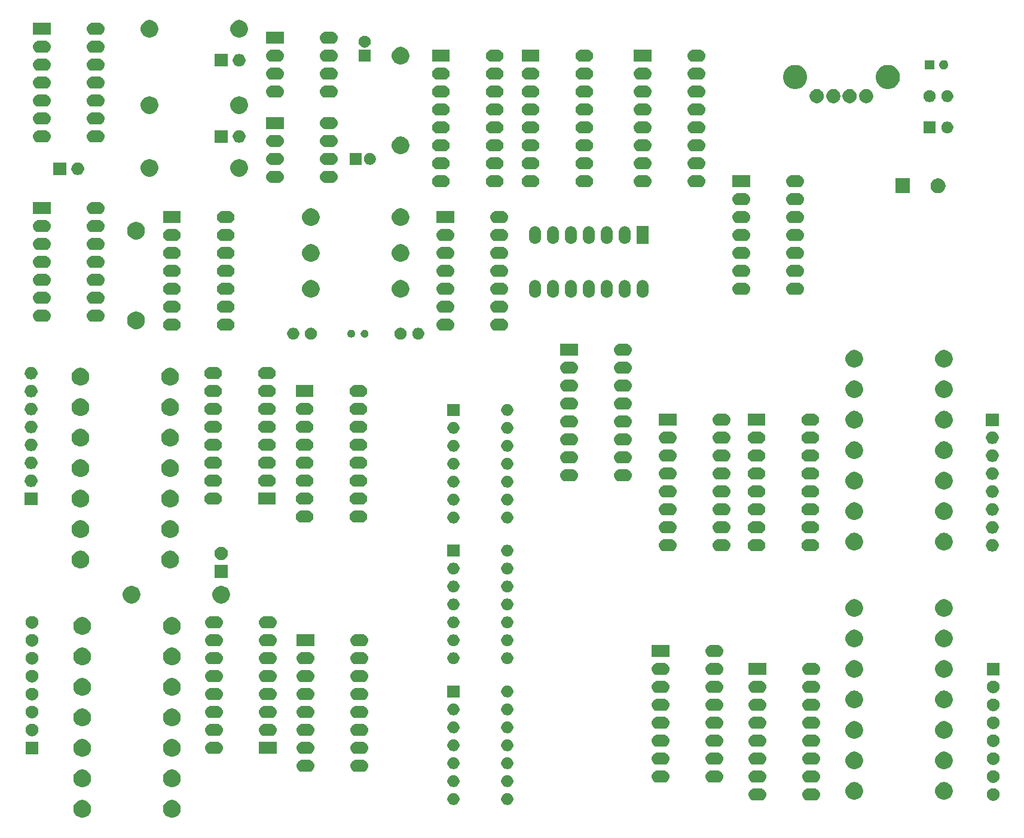
<source format=gbr>
G04 #@! TF.GenerationSoftware,KiCad,Pcbnew,(5.1.5)-3*
G04 #@! TF.CreationDate,2020-01-14T22:53:57-05:00*
G04 #@! TF.ProjectId,Digital Clock,44696769-7461-46c2-9043-6c6f636b2e6b,rev?*
G04 #@! TF.SameCoordinates,Original*
G04 #@! TF.FileFunction,Soldermask,Top*
G04 #@! TF.FilePolarity,Negative*
%FSLAX46Y46*%
G04 Gerber Fmt 4.6, Leading zero omitted, Abs format (unit mm)*
G04 Created by KiCad (PCBNEW (5.1.5)-3) date 2020-01-14 22:53:57*
%MOMM*%
%LPD*%
G04 APERTURE LIST*
%ADD10C,0.100000*%
G04 APERTURE END LIST*
D10*
G36*
X50529903Y-155007075D02*
G01*
X50553109Y-155016687D01*
X50757571Y-155101378D01*
X50962466Y-155238285D01*
X51136715Y-155412534D01*
X51240025Y-155567148D01*
X51273623Y-155617431D01*
X51279366Y-155631297D01*
X51367925Y-155845097D01*
X51416000Y-156086787D01*
X51416000Y-156333213D01*
X51367925Y-156574903D01*
X51273622Y-156802571D01*
X51136715Y-157007466D01*
X50962466Y-157181715D01*
X50757571Y-157318622D01*
X50757570Y-157318623D01*
X50757569Y-157318623D01*
X50529903Y-157412925D01*
X50288214Y-157461000D01*
X50041786Y-157461000D01*
X49800097Y-157412925D01*
X49572431Y-157318623D01*
X49572430Y-157318623D01*
X49572429Y-157318622D01*
X49367534Y-157181715D01*
X49193285Y-157007466D01*
X49056378Y-156802571D01*
X48962075Y-156574903D01*
X48914000Y-156333213D01*
X48914000Y-156086787D01*
X48962075Y-155845097D01*
X49050634Y-155631297D01*
X49056377Y-155617431D01*
X49089975Y-155567148D01*
X49193285Y-155412534D01*
X49367534Y-155238285D01*
X49572429Y-155101378D01*
X49776892Y-155016687D01*
X49800097Y-155007075D01*
X50041786Y-154959000D01*
X50288214Y-154959000D01*
X50529903Y-155007075D01*
G37*
G36*
X37829903Y-155007075D02*
G01*
X37853109Y-155016687D01*
X38057571Y-155101378D01*
X38262466Y-155238285D01*
X38436715Y-155412534D01*
X38540025Y-155567148D01*
X38573623Y-155617431D01*
X38579366Y-155631297D01*
X38667925Y-155845097D01*
X38716000Y-156086787D01*
X38716000Y-156333213D01*
X38667925Y-156574903D01*
X38573622Y-156802571D01*
X38436715Y-157007466D01*
X38262466Y-157181715D01*
X38057571Y-157318622D01*
X38057570Y-157318623D01*
X38057569Y-157318623D01*
X37829903Y-157412925D01*
X37588214Y-157461000D01*
X37341786Y-157461000D01*
X37100097Y-157412925D01*
X36872431Y-157318623D01*
X36872430Y-157318623D01*
X36872429Y-157318622D01*
X36667534Y-157181715D01*
X36493285Y-157007466D01*
X36356378Y-156802571D01*
X36262075Y-156574903D01*
X36214000Y-156333213D01*
X36214000Y-156086787D01*
X36262075Y-155845097D01*
X36350634Y-155631297D01*
X36356377Y-155617431D01*
X36389975Y-155567148D01*
X36493285Y-155412534D01*
X36667534Y-155238285D01*
X36872429Y-155101378D01*
X37076892Y-155016687D01*
X37100097Y-155007075D01*
X37341786Y-154959000D01*
X37588214Y-154959000D01*
X37829903Y-155007075D01*
G37*
G36*
X90291228Y-153994703D02*
G01*
X90446100Y-154058853D01*
X90585481Y-154151985D01*
X90704015Y-154270519D01*
X90797147Y-154409900D01*
X90861297Y-154564772D01*
X90894000Y-154729184D01*
X90894000Y-154896816D01*
X90861297Y-155061228D01*
X90797147Y-155216100D01*
X90704015Y-155355481D01*
X90585481Y-155474015D01*
X90446100Y-155567147D01*
X90291228Y-155631297D01*
X90126816Y-155664000D01*
X89959184Y-155664000D01*
X89794772Y-155631297D01*
X89639900Y-155567147D01*
X89500519Y-155474015D01*
X89381985Y-155355481D01*
X89288853Y-155216100D01*
X89224703Y-155061228D01*
X89192000Y-154896816D01*
X89192000Y-154729184D01*
X89224703Y-154564772D01*
X89288853Y-154409900D01*
X89381985Y-154270519D01*
X89500519Y-154151985D01*
X89639900Y-154058853D01*
X89794772Y-153994703D01*
X89959184Y-153962000D01*
X90126816Y-153962000D01*
X90291228Y-153994703D01*
G37*
G36*
X97911228Y-153994703D02*
G01*
X98066100Y-154058853D01*
X98205481Y-154151985D01*
X98324015Y-154270519D01*
X98417147Y-154409900D01*
X98481297Y-154564772D01*
X98514000Y-154729184D01*
X98514000Y-154896816D01*
X98481297Y-155061228D01*
X98417147Y-155216100D01*
X98324015Y-155355481D01*
X98205481Y-155474015D01*
X98066100Y-155567147D01*
X97911228Y-155631297D01*
X97746816Y-155664000D01*
X97579184Y-155664000D01*
X97414772Y-155631297D01*
X97259900Y-155567147D01*
X97120519Y-155474015D01*
X97001985Y-155355481D01*
X96908853Y-155216100D01*
X96844703Y-155061228D01*
X96812000Y-154896816D01*
X96812000Y-154729184D01*
X96844703Y-154564772D01*
X96908853Y-154409900D01*
X97001985Y-154270519D01*
X97120519Y-154151985D01*
X97259900Y-154058853D01*
X97414772Y-153994703D01*
X97579184Y-153962000D01*
X97746816Y-153962000D01*
X97911228Y-153994703D01*
G37*
G36*
X166610512Y-153281927D02*
G01*
X166759812Y-153311624D01*
X166923784Y-153379544D01*
X167071354Y-153478147D01*
X167196853Y-153603646D01*
X167295456Y-153751216D01*
X167363376Y-153915188D01*
X167398000Y-154089259D01*
X167398000Y-154266741D01*
X167363376Y-154440812D01*
X167295456Y-154604784D01*
X167196853Y-154752354D01*
X167071354Y-154877853D01*
X166923784Y-154976456D01*
X166759812Y-155044376D01*
X166610512Y-155074073D01*
X166585742Y-155079000D01*
X166408258Y-155079000D01*
X166383488Y-155074073D01*
X166234188Y-155044376D01*
X166070216Y-154976456D01*
X165922646Y-154877853D01*
X165797147Y-154752354D01*
X165698544Y-154604784D01*
X165630624Y-154440812D01*
X165596000Y-154266741D01*
X165596000Y-154089259D01*
X165630624Y-153915188D01*
X165698544Y-153751216D01*
X165797147Y-153603646D01*
X165922646Y-153478147D01*
X166070216Y-153379544D01*
X166234188Y-153311624D01*
X166383488Y-153281927D01*
X166408258Y-153277000D01*
X166585742Y-153277000D01*
X166610512Y-153281927D01*
G37*
G36*
X141282823Y-153339313D02*
G01*
X141443242Y-153387976D01*
X141575906Y-153458886D01*
X141591078Y-153466996D01*
X141720659Y-153573341D01*
X141827004Y-153702922D01*
X141827005Y-153702924D01*
X141906024Y-153850758D01*
X141954687Y-154011177D01*
X141971117Y-154178000D01*
X141954687Y-154344823D01*
X141906024Y-154505242D01*
X141835114Y-154637906D01*
X141827004Y-154653078D01*
X141720659Y-154782659D01*
X141591078Y-154889004D01*
X141591076Y-154889005D01*
X141443242Y-154968024D01*
X141282823Y-155016687D01*
X141157804Y-155029000D01*
X140274196Y-155029000D01*
X140149177Y-155016687D01*
X139988758Y-154968024D01*
X139840924Y-154889005D01*
X139840922Y-154889004D01*
X139711341Y-154782659D01*
X139604996Y-154653078D01*
X139596886Y-154637906D01*
X139525976Y-154505242D01*
X139477313Y-154344823D01*
X139460883Y-154178000D01*
X139477313Y-154011177D01*
X139525976Y-153850758D01*
X139604995Y-153702924D01*
X139604996Y-153702922D01*
X139711341Y-153573341D01*
X139840922Y-153466996D01*
X139856094Y-153458886D01*
X139988758Y-153387976D01*
X140149177Y-153339313D01*
X140274196Y-153327000D01*
X141157804Y-153327000D01*
X141282823Y-153339313D01*
G37*
G36*
X133662823Y-153339313D02*
G01*
X133823242Y-153387976D01*
X133955906Y-153458886D01*
X133971078Y-153466996D01*
X134100659Y-153573341D01*
X134207004Y-153702922D01*
X134207005Y-153702924D01*
X134286024Y-153850758D01*
X134334687Y-154011177D01*
X134351117Y-154178000D01*
X134334687Y-154344823D01*
X134286024Y-154505242D01*
X134215114Y-154637906D01*
X134207004Y-154653078D01*
X134100659Y-154782659D01*
X133971078Y-154889004D01*
X133971076Y-154889005D01*
X133823242Y-154968024D01*
X133662823Y-155016687D01*
X133537804Y-155029000D01*
X132654196Y-155029000D01*
X132529177Y-155016687D01*
X132368758Y-154968024D01*
X132220924Y-154889005D01*
X132220922Y-154889004D01*
X132091341Y-154782659D01*
X131984996Y-154653078D01*
X131976886Y-154637906D01*
X131905976Y-154505242D01*
X131857313Y-154344823D01*
X131840883Y-154178000D01*
X131857313Y-154011177D01*
X131905976Y-153850758D01*
X131984995Y-153702924D01*
X131984996Y-153702922D01*
X132091341Y-153573341D01*
X132220922Y-153466996D01*
X132236094Y-153458886D01*
X132368758Y-153387976D01*
X132529177Y-153339313D01*
X132654196Y-153327000D01*
X133537804Y-153327000D01*
X133662823Y-153339313D01*
G37*
G36*
X147176903Y-152467075D02*
G01*
X147200109Y-152476687D01*
X147404571Y-152561378D01*
X147609466Y-152698285D01*
X147783715Y-152872534D01*
X147887025Y-153027148D01*
X147920623Y-153077431D01*
X148014925Y-153305097D01*
X148063000Y-153546786D01*
X148063000Y-153793214D01*
X148014925Y-154034903D01*
X147992411Y-154089258D01*
X147920622Y-154262571D01*
X147783715Y-154467466D01*
X147609466Y-154641715D01*
X147404571Y-154778622D01*
X147404570Y-154778623D01*
X147404569Y-154778623D01*
X147176903Y-154872925D01*
X146935214Y-154921000D01*
X146688786Y-154921000D01*
X146447097Y-154872925D01*
X146219431Y-154778623D01*
X146219430Y-154778623D01*
X146219429Y-154778622D01*
X146014534Y-154641715D01*
X145840285Y-154467466D01*
X145703378Y-154262571D01*
X145631590Y-154089258D01*
X145609075Y-154034903D01*
X145561000Y-153793214D01*
X145561000Y-153546786D01*
X145609075Y-153305097D01*
X145703377Y-153077431D01*
X145736975Y-153027148D01*
X145840285Y-152872534D01*
X146014534Y-152698285D01*
X146219429Y-152561378D01*
X146423892Y-152476687D01*
X146447097Y-152467075D01*
X146688786Y-152419000D01*
X146935214Y-152419000D01*
X147176903Y-152467075D01*
G37*
G36*
X159876903Y-152467075D02*
G01*
X159900109Y-152476687D01*
X160104571Y-152561378D01*
X160309466Y-152698285D01*
X160483715Y-152872534D01*
X160587025Y-153027148D01*
X160620623Y-153077431D01*
X160714925Y-153305097D01*
X160763000Y-153546786D01*
X160763000Y-153793214D01*
X160714925Y-154034903D01*
X160692411Y-154089258D01*
X160620622Y-154262571D01*
X160483715Y-154467466D01*
X160309466Y-154641715D01*
X160104571Y-154778622D01*
X160104570Y-154778623D01*
X160104569Y-154778623D01*
X159876903Y-154872925D01*
X159635214Y-154921000D01*
X159388786Y-154921000D01*
X159147097Y-154872925D01*
X158919431Y-154778623D01*
X158919430Y-154778623D01*
X158919429Y-154778622D01*
X158714534Y-154641715D01*
X158540285Y-154467466D01*
X158403378Y-154262571D01*
X158331590Y-154089258D01*
X158309075Y-154034903D01*
X158261000Y-153793214D01*
X158261000Y-153546786D01*
X158309075Y-153305097D01*
X158403377Y-153077431D01*
X158436975Y-153027148D01*
X158540285Y-152872534D01*
X158714534Y-152698285D01*
X158919429Y-152561378D01*
X159123892Y-152476687D01*
X159147097Y-152467075D01*
X159388786Y-152419000D01*
X159635214Y-152419000D01*
X159876903Y-152467075D01*
G37*
G36*
X37829903Y-150689075D02*
G01*
X38029195Y-150771624D01*
X38057571Y-150783378D01*
X38262466Y-150920285D01*
X38436715Y-151094534D01*
X38514681Y-151211218D01*
X38573623Y-151299431D01*
X38667925Y-151527097D01*
X38716000Y-151768786D01*
X38716000Y-152015214D01*
X38667925Y-152256903D01*
X38597045Y-152428024D01*
X38573622Y-152484571D01*
X38436715Y-152689466D01*
X38262466Y-152863715D01*
X38057571Y-153000622D01*
X38057570Y-153000623D01*
X38057569Y-153000623D01*
X37829903Y-153094925D01*
X37588214Y-153143000D01*
X37341786Y-153143000D01*
X37100097Y-153094925D01*
X36872431Y-153000623D01*
X36872430Y-153000623D01*
X36872429Y-153000622D01*
X36667534Y-152863715D01*
X36493285Y-152689466D01*
X36356378Y-152484571D01*
X36332956Y-152428024D01*
X36262075Y-152256903D01*
X36214000Y-152015214D01*
X36214000Y-151768786D01*
X36262075Y-151527097D01*
X36356377Y-151299431D01*
X36415319Y-151211218D01*
X36493285Y-151094534D01*
X36667534Y-150920285D01*
X36872429Y-150783378D01*
X36900806Y-150771624D01*
X37100097Y-150689075D01*
X37341786Y-150641000D01*
X37588214Y-150641000D01*
X37829903Y-150689075D01*
G37*
G36*
X50529903Y-150689075D02*
G01*
X50729195Y-150771624D01*
X50757571Y-150783378D01*
X50962466Y-150920285D01*
X51136715Y-151094534D01*
X51214681Y-151211218D01*
X51273623Y-151299431D01*
X51367925Y-151527097D01*
X51416000Y-151768786D01*
X51416000Y-152015214D01*
X51367925Y-152256903D01*
X51297045Y-152428024D01*
X51273622Y-152484571D01*
X51136715Y-152689466D01*
X50962466Y-152863715D01*
X50757571Y-153000622D01*
X50757570Y-153000623D01*
X50757569Y-153000623D01*
X50529903Y-153094925D01*
X50288214Y-153143000D01*
X50041786Y-153143000D01*
X49800097Y-153094925D01*
X49572431Y-153000623D01*
X49572430Y-153000623D01*
X49572429Y-153000622D01*
X49367534Y-152863715D01*
X49193285Y-152689466D01*
X49056378Y-152484571D01*
X49032956Y-152428024D01*
X48962075Y-152256903D01*
X48914000Y-152015214D01*
X48914000Y-151768786D01*
X48962075Y-151527097D01*
X49056377Y-151299431D01*
X49115319Y-151211218D01*
X49193285Y-151094534D01*
X49367534Y-150920285D01*
X49572429Y-150783378D01*
X49600806Y-150771624D01*
X49800097Y-150689075D01*
X50041786Y-150641000D01*
X50288214Y-150641000D01*
X50529903Y-150689075D01*
G37*
G36*
X97911228Y-151454703D02*
G01*
X98066100Y-151518853D01*
X98205481Y-151611985D01*
X98324015Y-151730519D01*
X98417147Y-151869900D01*
X98481297Y-152024772D01*
X98514000Y-152189184D01*
X98514000Y-152356816D01*
X98481297Y-152521228D01*
X98417147Y-152676100D01*
X98324015Y-152815481D01*
X98205481Y-152934015D01*
X98066100Y-153027147D01*
X97911228Y-153091297D01*
X97746816Y-153124000D01*
X97579184Y-153124000D01*
X97414772Y-153091297D01*
X97259900Y-153027147D01*
X97120519Y-152934015D01*
X97001985Y-152815481D01*
X96908853Y-152676100D01*
X96844703Y-152521228D01*
X96812000Y-152356816D01*
X96812000Y-152189184D01*
X96844703Y-152024772D01*
X96908853Y-151869900D01*
X97001985Y-151730519D01*
X97120519Y-151611985D01*
X97259900Y-151518853D01*
X97414772Y-151454703D01*
X97579184Y-151422000D01*
X97746816Y-151422000D01*
X97911228Y-151454703D01*
G37*
G36*
X90291228Y-151454703D02*
G01*
X90446100Y-151518853D01*
X90585481Y-151611985D01*
X90704015Y-151730519D01*
X90797147Y-151869900D01*
X90861297Y-152024772D01*
X90894000Y-152189184D01*
X90894000Y-152356816D01*
X90861297Y-152521228D01*
X90797147Y-152676100D01*
X90704015Y-152815481D01*
X90585481Y-152934015D01*
X90446100Y-153027147D01*
X90291228Y-153091297D01*
X90126816Y-153124000D01*
X89959184Y-153124000D01*
X89794772Y-153091297D01*
X89639900Y-153027147D01*
X89500519Y-152934015D01*
X89381985Y-152815481D01*
X89288853Y-152676100D01*
X89224703Y-152521228D01*
X89192000Y-152356816D01*
X89192000Y-152189184D01*
X89224703Y-152024772D01*
X89288853Y-151869900D01*
X89381985Y-151730519D01*
X89500519Y-151611985D01*
X89639900Y-151518853D01*
X89794772Y-151454703D01*
X89959184Y-151422000D01*
X90126816Y-151422000D01*
X90291228Y-151454703D01*
G37*
G36*
X166610512Y-150741927D02*
G01*
X166759812Y-150771624D01*
X166923784Y-150839544D01*
X167071354Y-150938147D01*
X167196853Y-151063646D01*
X167295456Y-151211216D01*
X167363376Y-151375188D01*
X167398000Y-151549259D01*
X167398000Y-151726741D01*
X167363376Y-151900812D01*
X167295456Y-152064784D01*
X167196853Y-152212354D01*
X167071354Y-152337853D01*
X166923784Y-152436456D01*
X166759812Y-152504376D01*
X166610512Y-152534073D01*
X166585742Y-152539000D01*
X166408258Y-152539000D01*
X166383488Y-152534073D01*
X166234188Y-152504376D01*
X166070216Y-152436456D01*
X165922646Y-152337853D01*
X165797147Y-152212354D01*
X165698544Y-152064784D01*
X165630624Y-151900812D01*
X165596000Y-151726741D01*
X165596000Y-151549259D01*
X165630624Y-151375188D01*
X165698544Y-151211216D01*
X165797147Y-151063646D01*
X165922646Y-150938147D01*
X166070216Y-150839544D01*
X166234188Y-150771624D01*
X166383488Y-150741927D01*
X166408258Y-150737000D01*
X166585742Y-150737000D01*
X166610512Y-150741927D01*
G37*
G36*
X141282823Y-150799313D02*
G01*
X141443242Y-150847976D01*
X141548100Y-150904024D01*
X141591078Y-150926996D01*
X141720659Y-151033341D01*
X141827004Y-151162922D01*
X141827005Y-151162924D01*
X141906024Y-151310758D01*
X141954687Y-151471177D01*
X141971117Y-151638000D01*
X141954687Y-151804823D01*
X141906024Y-151965242D01*
X141835114Y-152097906D01*
X141827004Y-152113078D01*
X141720659Y-152242659D01*
X141591078Y-152349004D01*
X141591076Y-152349005D01*
X141443242Y-152428024D01*
X141282823Y-152476687D01*
X141157804Y-152489000D01*
X140274196Y-152489000D01*
X140149177Y-152476687D01*
X139988758Y-152428024D01*
X139840924Y-152349005D01*
X139840922Y-152349004D01*
X139711341Y-152242659D01*
X139604996Y-152113078D01*
X139596886Y-152097906D01*
X139525976Y-151965242D01*
X139477313Y-151804823D01*
X139460883Y-151638000D01*
X139477313Y-151471177D01*
X139525976Y-151310758D01*
X139604995Y-151162924D01*
X139604996Y-151162922D01*
X139711341Y-151033341D01*
X139840922Y-150926996D01*
X139883900Y-150904024D01*
X139988758Y-150847976D01*
X140149177Y-150799313D01*
X140274196Y-150787000D01*
X141157804Y-150787000D01*
X141282823Y-150799313D01*
G37*
G36*
X119946823Y-150799313D02*
G01*
X120107242Y-150847976D01*
X120212100Y-150904024D01*
X120255078Y-150926996D01*
X120384659Y-151033341D01*
X120491004Y-151162922D01*
X120491005Y-151162924D01*
X120570024Y-151310758D01*
X120618687Y-151471177D01*
X120635117Y-151638000D01*
X120618687Y-151804823D01*
X120570024Y-151965242D01*
X120499114Y-152097906D01*
X120491004Y-152113078D01*
X120384659Y-152242659D01*
X120255078Y-152349004D01*
X120255076Y-152349005D01*
X120107242Y-152428024D01*
X119946823Y-152476687D01*
X119821804Y-152489000D01*
X118938196Y-152489000D01*
X118813177Y-152476687D01*
X118652758Y-152428024D01*
X118504924Y-152349005D01*
X118504922Y-152349004D01*
X118375341Y-152242659D01*
X118268996Y-152113078D01*
X118260886Y-152097906D01*
X118189976Y-151965242D01*
X118141313Y-151804823D01*
X118124883Y-151638000D01*
X118141313Y-151471177D01*
X118189976Y-151310758D01*
X118268995Y-151162924D01*
X118268996Y-151162922D01*
X118375341Y-151033341D01*
X118504922Y-150926996D01*
X118547900Y-150904024D01*
X118652758Y-150847976D01*
X118813177Y-150799313D01*
X118938196Y-150787000D01*
X119821804Y-150787000D01*
X119946823Y-150799313D01*
G37*
G36*
X127566823Y-150799313D02*
G01*
X127727242Y-150847976D01*
X127832100Y-150904024D01*
X127875078Y-150926996D01*
X128004659Y-151033341D01*
X128111004Y-151162922D01*
X128111005Y-151162924D01*
X128190024Y-151310758D01*
X128238687Y-151471177D01*
X128255117Y-151638000D01*
X128238687Y-151804823D01*
X128190024Y-151965242D01*
X128119114Y-152097906D01*
X128111004Y-152113078D01*
X128004659Y-152242659D01*
X127875078Y-152349004D01*
X127875076Y-152349005D01*
X127727242Y-152428024D01*
X127566823Y-152476687D01*
X127441804Y-152489000D01*
X126558196Y-152489000D01*
X126433177Y-152476687D01*
X126272758Y-152428024D01*
X126124924Y-152349005D01*
X126124922Y-152349004D01*
X125995341Y-152242659D01*
X125888996Y-152113078D01*
X125880886Y-152097906D01*
X125809976Y-151965242D01*
X125761313Y-151804823D01*
X125744883Y-151638000D01*
X125761313Y-151471177D01*
X125809976Y-151310758D01*
X125888995Y-151162924D01*
X125888996Y-151162922D01*
X125995341Y-151033341D01*
X126124922Y-150926996D01*
X126167900Y-150904024D01*
X126272758Y-150847976D01*
X126433177Y-150799313D01*
X126558196Y-150787000D01*
X127441804Y-150787000D01*
X127566823Y-150799313D01*
G37*
G36*
X133662823Y-150799313D02*
G01*
X133823242Y-150847976D01*
X133928100Y-150904024D01*
X133971078Y-150926996D01*
X134100659Y-151033341D01*
X134207004Y-151162922D01*
X134207005Y-151162924D01*
X134286024Y-151310758D01*
X134334687Y-151471177D01*
X134351117Y-151638000D01*
X134334687Y-151804823D01*
X134286024Y-151965242D01*
X134215114Y-152097906D01*
X134207004Y-152113078D01*
X134100659Y-152242659D01*
X133971078Y-152349004D01*
X133971076Y-152349005D01*
X133823242Y-152428024D01*
X133662823Y-152476687D01*
X133537804Y-152489000D01*
X132654196Y-152489000D01*
X132529177Y-152476687D01*
X132368758Y-152428024D01*
X132220924Y-152349005D01*
X132220922Y-152349004D01*
X132091341Y-152242659D01*
X131984996Y-152113078D01*
X131976886Y-152097906D01*
X131905976Y-151965242D01*
X131857313Y-151804823D01*
X131840883Y-151638000D01*
X131857313Y-151471177D01*
X131905976Y-151310758D01*
X131984995Y-151162924D01*
X131984996Y-151162922D01*
X132091341Y-151033341D01*
X132220922Y-150926996D01*
X132263900Y-150904024D01*
X132368758Y-150847976D01*
X132529177Y-150799313D01*
X132654196Y-150787000D01*
X133537804Y-150787000D01*
X133662823Y-150799313D01*
G37*
G36*
X77274823Y-149275313D02*
G01*
X77435242Y-149323976D01*
X77504155Y-149360811D01*
X77583078Y-149402996D01*
X77712659Y-149509341D01*
X77819004Y-149638922D01*
X77819005Y-149638924D01*
X77898024Y-149786758D01*
X77946687Y-149947177D01*
X77963117Y-150114000D01*
X77946687Y-150280823D01*
X77898024Y-150441242D01*
X77839199Y-150551295D01*
X77819004Y-150589078D01*
X77712659Y-150718659D01*
X77583078Y-150825004D01*
X77583076Y-150825005D01*
X77435242Y-150904024D01*
X77274823Y-150952687D01*
X77149804Y-150965000D01*
X76266196Y-150965000D01*
X76141177Y-150952687D01*
X75980758Y-150904024D01*
X75832924Y-150825005D01*
X75832922Y-150825004D01*
X75703341Y-150718659D01*
X75596996Y-150589078D01*
X75576801Y-150551295D01*
X75517976Y-150441242D01*
X75469313Y-150280823D01*
X75452883Y-150114000D01*
X75469313Y-149947177D01*
X75517976Y-149786758D01*
X75596995Y-149638924D01*
X75596996Y-149638922D01*
X75703341Y-149509341D01*
X75832922Y-149402996D01*
X75911845Y-149360811D01*
X75980758Y-149323976D01*
X76141177Y-149275313D01*
X76266196Y-149263000D01*
X77149804Y-149263000D01*
X77274823Y-149275313D01*
G37*
G36*
X69654823Y-149275313D02*
G01*
X69815242Y-149323976D01*
X69884155Y-149360811D01*
X69963078Y-149402996D01*
X70092659Y-149509341D01*
X70199004Y-149638922D01*
X70199005Y-149638924D01*
X70278024Y-149786758D01*
X70326687Y-149947177D01*
X70343117Y-150114000D01*
X70326687Y-150280823D01*
X70278024Y-150441242D01*
X70219199Y-150551295D01*
X70199004Y-150589078D01*
X70092659Y-150718659D01*
X69963078Y-150825004D01*
X69963076Y-150825005D01*
X69815242Y-150904024D01*
X69654823Y-150952687D01*
X69529804Y-150965000D01*
X68646196Y-150965000D01*
X68521177Y-150952687D01*
X68360758Y-150904024D01*
X68212924Y-150825005D01*
X68212922Y-150825004D01*
X68083341Y-150718659D01*
X67976996Y-150589078D01*
X67956801Y-150551295D01*
X67897976Y-150441242D01*
X67849313Y-150280823D01*
X67832883Y-150114000D01*
X67849313Y-149947177D01*
X67897976Y-149786758D01*
X67976995Y-149638924D01*
X67976996Y-149638922D01*
X68083341Y-149509341D01*
X68212922Y-149402996D01*
X68291845Y-149360811D01*
X68360758Y-149323976D01*
X68521177Y-149275313D01*
X68646196Y-149263000D01*
X69529804Y-149263000D01*
X69654823Y-149275313D01*
G37*
G36*
X159876903Y-148149075D02*
G01*
X160076195Y-148231624D01*
X160104571Y-148243378D01*
X160309466Y-148380285D01*
X160483715Y-148554534D01*
X160620622Y-148759429D01*
X160620623Y-148759431D01*
X160714925Y-148987097D01*
X160763000Y-149228786D01*
X160763000Y-149475214D01*
X160714925Y-149716903D01*
X160644045Y-149888024D01*
X160620622Y-149944571D01*
X160483715Y-150149466D01*
X160309466Y-150323715D01*
X160104571Y-150460622D01*
X160104570Y-150460623D01*
X160104569Y-150460623D01*
X159876903Y-150554925D01*
X159635214Y-150603000D01*
X159388786Y-150603000D01*
X159147097Y-150554925D01*
X158919431Y-150460623D01*
X158919430Y-150460623D01*
X158919429Y-150460622D01*
X158714534Y-150323715D01*
X158540285Y-150149466D01*
X158403378Y-149944571D01*
X158379956Y-149888024D01*
X158309075Y-149716903D01*
X158261000Y-149475214D01*
X158261000Y-149228786D01*
X158309075Y-148987097D01*
X158403377Y-148759431D01*
X158403378Y-148759429D01*
X158540285Y-148554534D01*
X158714534Y-148380285D01*
X158919429Y-148243378D01*
X158947806Y-148231624D01*
X159147097Y-148149075D01*
X159388786Y-148101000D01*
X159635214Y-148101000D01*
X159876903Y-148149075D01*
G37*
G36*
X147176903Y-148149075D02*
G01*
X147376195Y-148231624D01*
X147404571Y-148243378D01*
X147609466Y-148380285D01*
X147783715Y-148554534D01*
X147920622Y-148759429D01*
X147920623Y-148759431D01*
X148014925Y-148987097D01*
X148063000Y-149228786D01*
X148063000Y-149475214D01*
X148014925Y-149716903D01*
X147944045Y-149888024D01*
X147920622Y-149944571D01*
X147783715Y-150149466D01*
X147609466Y-150323715D01*
X147404571Y-150460622D01*
X147404570Y-150460623D01*
X147404569Y-150460623D01*
X147176903Y-150554925D01*
X146935214Y-150603000D01*
X146688786Y-150603000D01*
X146447097Y-150554925D01*
X146219431Y-150460623D01*
X146219430Y-150460623D01*
X146219429Y-150460622D01*
X146014534Y-150323715D01*
X145840285Y-150149466D01*
X145703378Y-149944571D01*
X145679956Y-149888024D01*
X145609075Y-149716903D01*
X145561000Y-149475214D01*
X145561000Y-149228786D01*
X145609075Y-148987097D01*
X145703377Y-148759431D01*
X145703378Y-148759429D01*
X145840285Y-148554534D01*
X146014534Y-148380285D01*
X146219429Y-148243378D01*
X146247806Y-148231624D01*
X146447097Y-148149075D01*
X146688786Y-148101000D01*
X146935214Y-148101000D01*
X147176903Y-148149075D01*
G37*
G36*
X97911228Y-148914703D02*
G01*
X98066100Y-148978853D01*
X98205481Y-149071985D01*
X98324015Y-149190519D01*
X98417147Y-149329900D01*
X98481297Y-149484772D01*
X98514000Y-149649184D01*
X98514000Y-149816816D01*
X98481297Y-149981228D01*
X98417147Y-150136100D01*
X98324015Y-150275481D01*
X98205481Y-150394015D01*
X98066100Y-150487147D01*
X97911228Y-150551297D01*
X97746816Y-150584000D01*
X97579184Y-150584000D01*
X97414772Y-150551297D01*
X97259900Y-150487147D01*
X97120519Y-150394015D01*
X97001985Y-150275481D01*
X96908853Y-150136100D01*
X96844703Y-149981228D01*
X96812000Y-149816816D01*
X96812000Y-149649184D01*
X96844703Y-149484772D01*
X96908853Y-149329900D01*
X97001985Y-149190519D01*
X97120519Y-149071985D01*
X97259900Y-148978853D01*
X97414772Y-148914703D01*
X97579184Y-148882000D01*
X97746816Y-148882000D01*
X97911228Y-148914703D01*
G37*
G36*
X90291228Y-148914703D02*
G01*
X90446100Y-148978853D01*
X90585481Y-149071985D01*
X90704015Y-149190519D01*
X90797147Y-149329900D01*
X90861297Y-149484772D01*
X90894000Y-149649184D01*
X90894000Y-149816816D01*
X90861297Y-149981228D01*
X90797147Y-150136100D01*
X90704015Y-150275481D01*
X90585481Y-150394015D01*
X90446100Y-150487147D01*
X90291228Y-150551297D01*
X90126816Y-150584000D01*
X89959184Y-150584000D01*
X89794772Y-150551297D01*
X89639900Y-150487147D01*
X89500519Y-150394015D01*
X89381985Y-150275481D01*
X89288853Y-150136100D01*
X89224703Y-149981228D01*
X89192000Y-149816816D01*
X89192000Y-149649184D01*
X89224703Y-149484772D01*
X89288853Y-149329900D01*
X89381985Y-149190519D01*
X89500519Y-149071985D01*
X89639900Y-148978853D01*
X89794772Y-148914703D01*
X89959184Y-148882000D01*
X90126816Y-148882000D01*
X90291228Y-148914703D01*
G37*
G36*
X166610512Y-148201927D02*
G01*
X166759812Y-148231624D01*
X166923784Y-148299544D01*
X167071354Y-148398147D01*
X167196853Y-148523646D01*
X167295456Y-148671216D01*
X167363376Y-148835188D01*
X167398000Y-149009259D01*
X167398000Y-149186741D01*
X167363376Y-149360812D01*
X167295456Y-149524784D01*
X167196853Y-149672354D01*
X167071354Y-149797853D01*
X166923784Y-149896456D01*
X166759812Y-149964376D01*
X166610512Y-149994073D01*
X166585742Y-149999000D01*
X166408258Y-149999000D01*
X166383488Y-149994073D01*
X166234188Y-149964376D01*
X166070216Y-149896456D01*
X165922646Y-149797853D01*
X165797147Y-149672354D01*
X165698544Y-149524784D01*
X165630624Y-149360812D01*
X165596000Y-149186741D01*
X165596000Y-149009259D01*
X165630624Y-148835188D01*
X165698544Y-148671216D01*
X165797147Y-148523646D01*
X165922646Y-148398147D01*
X166070216Y-148299544D01*
X166234188Y-148231624D01*
X166383488Y-148201927D01*
X166408258Y-148197000D01*
X166585742Y-148197000D01*
X166610512Y-148201927D01*
G37*
G36*
X133662823Y-148259313D02*
G01*
X133823242Y-148307976D01*
X133942023Y-148371466D01*
X133971078Y-148386996D01*
X134100659Y-148493341D01*
X134207004Y-148622922D01*
X134207005Y-148622924D01*
X134286024Y-148770758D01*
X134334687Y-148931177D01*
X134351117Y-149098000D01*
X134334687Y-149264823D01*
X134286024Y-149425242D01*
X134215114Y-149557906D01*
X134207004Y-149573078D01*
X134100659Y-149702659D01*
X133971078Y-149809004D01*
X133971076Y-149809005D01*
X133823242Y-149888024D01*
X133662823Y-149936687D01*
X133537804Y-149949000D01*
X132654196Y-149949000D01*
X132529177Y-149936687D01*
X132368758Y-149888024D01*
X132220924Y-149809005D01*
X132220922Y-149809004D01*
X132091341Y-149702659D01*
X131984996Y-149573078D01*
X131976886Y-149557906D01*
X131905976Y-149425242D01*
X131857313Y-149264823D01*
X131840883Y-149098000D01*
X131857313Y-148931177D01*
X131905976Y-148770758D01*
X131984995Y-148622924D01*
X131984996Y-148622922D01*
X132091341Y-148493341D01*
X132220922Y-148386996D01*
X132249977Y-148371466D01*
X132368758Y-148307976D01*
X132529177Y-148259313D01*
X132654196Y-148247000D01*
X133537804Y-148247000D01*
X133662823Y-148259313D01*
G37*
G36*
X141282823Y-148259313D02*
G01*
X141443242Y-148307976D01*
X141562023Y-148371466D01*
X141591078Y-148386996D01*
X141720659Y-148493341D01*
X141827004Y-148622922D01*
X141827005Y-148622924D01*
X141906024Y-148770758D01*
X141954687Y-148931177D01*
X141971117Y-149098000D01*
X141954687Y-149264823D01*
X141906024Y-149425242D01*
X141835114Y-149557906D01*
X141827004Y-149573078D01*
X141720659Y-149702659D01*
X141591078Y-149809004D01*
X141591076Y-149809005D01*
X141443242Y-149888024D01*
X141282823Y-149936687D01*
X141157804Y-149949000D01*
X140274196Y-149949000D01*
X140149177Y-149936687D01*
X139988758Y-149888024D01*
X139840924Y-149809005D01*
X139840922Y-149809004D01*
X139711341Y-149702659D01*
X139604996Y-149573078D01*
X139596886Y-149557906D01*
X139525976Y-149425242D01*
X139477313Y-149264823D01*
X139460883Y-149098000D01*
X139477313Y-148931177D01*
X139525976Y-148770758D01*
X139604995Y-148622924D01*
X139604996Y-148622922D01*
X139711341Y-148493341D01*
X139840922Y-148386996D01*
X139869977Y-148371466D01*
X139988758Y-148307976D01*
X140149177Y-148259313D01*
X140274196Y-148247000D01*
X141157804Y-148247000D01*
X141282823Y-148259313D01*
G37*
G36*
X119946823Y-148259313D02*
G01*
X120107242Y-148307976D01*
X120226023Y-148371466D01*
X120255078Y-148386996D01*
X120384659Y-148493341D01*
X120491004Y-148622922D01*
X120491005Y-148622924D01*
X120570024Y-148770758D01*
X120618687Y-148931177D01*
X120635117Y-149098000D01*
X120618687Y-149264823D01*
X120570024Y-149425242D01*
X120499114Y-149557906D01*
X120491004Y-149573078D01*
X120384659Y-149702659D01*
X120255078Y-149809004D01*
X120255076Y-149809005D01*
X120107242Y-149888024D01*
X119946823Y-149936687D01*
X119821804Y-149949000D01*
X118938196Y-149949000D01*
X118813177Y-149936687D01*
X118652758Y-149888024D01*
X118504924Y-149809005D01*
X118504922Y-149809004D01*
X118375341Y-149702659D01*
X118268996Y-149573078D01*
X118260886Y-149557906D01*
X118189976Y-149425242D01*
X118141313Y-149264823D01*
X118124883Y-149098000D01*
X118141313Y-148931177D01*
X118189976Y-148770758D01*
X118268995Y-148622924D01*
X118268996Y-148622922D01*
X118375341Y-148493341D01*
X118504922Y-148386996D01*
X118533977Y-148371466D01*
X118652758Y-148307976D01*
X118813177Y-148259313D01*
X118938196Y-148247000D01*
X119821804Y-148247000D01*
X119946823Y-148259313D01*
G37*
G36*
X127566823Y-148259313D02*
G01*
X127727242Y-148307976D01*
X127846023Y-148371466D01*
X127875078Y-148386996D01*
X128004659Y-148493341D01*
X128111004Y-148622922D01*
X128111005Y-148622924D01*
X128190024Y-148770758D01*
X128238687Y-148931177D01*
X128255117Y-149098000D01*
X128238687Y-149264823D01*
X128190024Y-149425242D01*
X128119114Y-149557906D01*
X128111004Y-149573078D01*
X128004659Y-149702659D01*
X127875078Y-149809004D01*
X127875076Y-149809005D01*
X127727242Y-149888024D01*
X127566823Y-149936687D01*
X127441804Y-149949000D01*
X126558196Y-149949000D01*
X126433177Y-149936687D01*
X126272758Y-149888024D01*
X126124924Y-149809005D01*
X126124922Y-149809004D01*
X125995341Y-149702659D01*
X125888996Y-149573078D01*
X125880886Y-149557906D01*
X125809976Y-149425242D01*
X125761313Y-149264823D01*
X125744883Y-149098000D01*
X125761313Y-148931177D01*
X125809976Y-148770758D01*
X125888995Y-148622924D01*
X125888996Y-148622922D01*
X125995341Y-148493341D01*
X126124922Y-148386996D01*
X126153977Y-148371466D01*
X126272758Y-148307976D01*
X126433177Y-148259313D01*
X126558196Y-148247000D01*
X127441804Y-148247000D01*
X127566823Y-148259313D01*
G37*
G36*
X37829903Y-146371075D02*
G01*
X37993532Y-146438852D01*
X38057571Y-146465378D01*
X38262466Y-146602285D01*
X38436715Y-146776534D01*
X38549128Y-146944772D01*
X38573623Y-146981431D01*
X38667925Y-147209097D01*
X38716000Y-147450786D01*
X38716000Y-147697214D01*
X38667925Y-147938903D01*
X38624393Y-148044000D01*
X38573622Y-148166571D01*
X38436715Y-148371466D01*
X38262466Y-148545715D01*
X38057571Y-148682622D01*
X38057570Y-148682623D01*
X38057569Y-148682623D01*
X37829903Y-148776925D01*
X37588214Y-148825000D01*
X37341786Y-148825000D01*
X37100097Y-148776925D01*
X36872431Y-148682623D01*
X36872430Y-148682623D01*
X36872429Y-148682622D01*
X36667534Y-148545715D01*
X36493285Y-148371466D01*
X36356378Y-148166571D01*
X36305608Y-148044000D01*
X36262075Y-147938903D01*
X36214000Y-147697214D01*
X36214000Y-147450786D01*
X36262075Y-147209097D01*
X36356377Y-146981431D01*
X36380872Y-146944772D01*
X36493285Y-146776534D01*
X36667534Y-146602285D01*
X36872429Y-146465378D01*
X36936469Y-146438852D01*
X37100097Y-146371075D01*
X37341786Y-146323000D01*
X37588214Y-146323000D01*
X37829903Y-146371075D01*
G37*
G36*
X50529903Y-146371075D02*
G01*
X50693532Y-146438852D01*
X50757571Y-146465378D01*
X50962466Y-146602285D01*
X51136715Y-146776534D01*
X51249128Y-146944772D01*
X51273623Y-146981431D01*
X51367925Y-147209097D01*
X51416000Y-147450786D01*
X51416000Y-147697214D01*
X51367925Y-147938903D01*
X51324393Y-148044000D01*
X51273622Y-148166571D01*
X51136715Y-148371466D01*
X50962466Y-148545715D01*
X50757571Y-148682622D01*
X50757570Y-148682623D01*
X50757569Y-148682623D01*
X50529903Y-148776925D01*
X50288214Y-148825000D01*
X50041786Y-148825000D01*
X49800097Y-148776925D01*
X49572431Y-148682623D01*
X49572430Y-148682623D01*
X49572429Y-148682622D01*
X49367534Y-148545715D01*
X49193285Y-148371466D01*
X49056378Y-148166571D01*
X49005608Y-148044000D01*
X48962075Y-147938903D01*
X48914000Y-147697214D01*
X48914000Y-147450786D01*
X48962075Y-147209097D01*
X49056377Y-146981431D01*
X49080872Y-146944772D01*
X49193285Y-146776534D01*
X49367534Y-146602285D01*
X49572429Y-146465378D01*
X49636469Y-146438852D01*
X49800097Y-146371075D01*
X50041786Y-146323000D01*
X50288214Y-146323000D01*
X50529903Y-146371075D01*
G37*
G36*
X31254000Y-148475000D02*
G01*
X29452000Y-148475000D01*
X29452000Y-146673000D01*
X31254000Y-146673000D01*
X31254000Y-148475000D01*
G37*
G36*
X56700823Y-146735313D02*
G01*
X56861242Y-146783976D01*
X56930155Y-146820811D01*
X57009078Y-146862996D01*
X57138659Y-146969341D01*
X57245004Y-147098922D01*
X57245005Y-147098924D01*
X57324024Y-147246758D01*
X57372687Y-147407177D01*
X57389117Y-147574000D01*
X57372687Y-147740823D01*
X57324024Y-147901242D01*
X57265199Y-148011295D01*
X57245004Y-148049078D01*
X57138659Y-148178659D01*
X57009078Y-148285004D01*
X57009076Y-148285005D01*
X56861242Y-148364024D01*
X56700823Y-148412687D01*
X56575804Y-148425000D01*
X55692196Y-148425000D01*
X55567177Y-148412687D01*
X55406758Y-148364024D01*
X55258924Y-148285005D01*
X55258922Y-148285004D01*
X55129341Y-148178659D01*
X55022996Y-148049078D01*
X55002801Y-148011295D01*
X54943976Y-147901242D01*
X54895313Y-147740823D01*
X54878883Y-147574000D01*
X54895313Y-147407177D01*
X54943976Y-147246758D01*
X55022995Y-147098924D01*
X55022996Y-147098922D01*
X55129341Y-146969341D01*
X55258922Y-146862996D01*
X55337845Y-146820811D01*
X55406758Y-146783976D01*
X55567177Y-146735313D01*
X55692196Y-146723000D01*
X56575804Y-146723000D01*
X56700823Y-146735313D01*
G37*
G36*
X69654823Y-146735313D02*
G01*
X69815242Y-146783976D01*
X69884155Y-146820811D01*
X69963078Y-146862996D01*
X70092659Y-146969341D01*
X70199004Y-147098922D01*
X70199005Y-147098924D01*
X70278024Y-147246758D01*
X70326687Y-147407177D01*
X70343117Y-147574000D01*
X70326687Y-147740823D01*
X70278024Y-147901242D01*
X70219199Y-148011295D01*
X70199004Y-148049078D01*
X70092659Y-148178659D01*
X69963078Y-148285004D01*
X69963076Y-148285005D01*
X69815242Y-148364024D01*
X69654823Y-148412687D01*
X69529804Y-148425000D01*
X68646196Y-148425000D01*
X68521177Y-148412687D01*
X68360758Y-148364024D01*
X68212924Y-148285005D01*
X68212922Y-148285004D01*
X68083341Y-148178659D01*
X67976996Y-148049078D01*
X67956801Y-148011295D01*
X67897976Y-147901242D01*
X67849313Y-147740823D01*
X67832883Y-147574000D01*
X67849313Y-147407177D01*
X67897976Y-147246758D01*
X67976995Y-147098924D01*
X67976996Y-147098922D01*
X68083341Y-146969341D01*
X68212922Y-146862996D01*
X68291845Y-146820811D01*
X68360758Y-146783976D01*
X68521177Y-146735313D01*
X68646196Y-146723000D01*
X69529804Y-146723000D01*
X69654823Y-146735313D01*
G37*
G36*
X65005000Y-148425000D02*
G01*
X62503000Y-148425000D01*
X62503000Y-146723000D01*
X65005000Y-146723000D01*
X65005000Y-148425000D01*
G37*
G36*
X77274823Y-146735313D02*
G01*
X77435242Y-146783976D01*
X77504155Y-146820811D01*
X77583078Y-146862996D01*
X77712659Y-146969341D01*
X77819004Y-147098922D01*
X77819005Y-147098924D01*
X77898024Y-147246758D01*
X77946687Y-147407177D01*
X77963117Y-147574000D01*
X77946687Y-147740823D01*
X77898024Y-147901242D01*
X77839199Y-148011295D01*
X77819004Y-148049078D01*
X77712659Y-148178659D01*
X77583078Y-148285004D01*
X77583076Y-148285005D01*
X77435242Y-148364024D01*
X77274823Y-148412687D01*
X77149804Y-148425000D01*
X76266196Y-148425000D01*
X76141177Y-148412687D01*
X75980758Y-148364024D01*
X75832924Y-148285005D01*
X75832922Y-148285004D01*
X75703341Y-148178659D01*
X75596996Y-148049078D01*
X75576801Y-148011295D01*
X75517976Y-147901242D01*
X75469313Y-147740823D01*
X75452883Y-147574000D01*
X75469313Y-147407177D01*
X75517976Y-147246758D01*
X75596995Y-147098924D01*
X75596996Y-147098922D01*
X75703341Y-146969341D01*
X75832922Y-146862996D01*
X75911845Y-146820811D01*
X75980758Y-146783976D01*
X76141177Y-146735313D01*
X76266196Y-146723000D01*
X77149804Y-146723000D01*
X77274823Y-146735313D01*
G37*
G36*
X97911228Y-146374703D02*
G01*
X98066100Y-146438853D01*
X98205481Y-146531985D01*
X98324015Y-146650519D01*
X98417147Y-146789900D01*
X98481297Y-146944772D01*
X98514000Y-147109184D01*
X98514000Y-147276816D01*
X98481297Y-147441228D01*
X98417147Y-147596100D01*
X98324015Y-147735481D01*
X98205481Y-147854015D01*
X98066100Y-147947147D01*
X97911228Y-148011297D01*
X97746816Y-148044000D01*
X97579184Y-148044000D01*
X97414772Y-148011297D01*
X97259900Y-147947147D01*
X97120519Y-147854015D01*
X97001985Y-147735481D01*
X96908853Y-147596100D01*
X96844703Y-147441228D01*
X96812000Y-147276816D01*
X96812000Y-147109184D01*
X96844703Y-146944772D01*
X96908853Y-146789900D01*
X97001985Y-146650519D01*
X97120519Y-146531985D01*
X97259900Y-146438853D01*
X97414772Y-146374703D01*
X97579184Y-146342000D01*
X97746816Y-146342000D01*
X97911228Y-146374703D01*
G37*
G36*
X90291228Y-146374703D02*
G01*
X90446100Y-146438853D01*
X90585481Y-146531985D01*
X90704015Y-146650519D01*
X90797147Y-146789900D01*
X90861297Y-146944772D01*
X90894000Y-147109184D01*
X90894000Y-147276816D01*
X90861297Y-147441228D01*
X90797147Y-147596100D01*
X90704015Y-147735481D01*
X90585481Y-147854015D01*
X90446100Y-147947147D01*
X90291228Y-148011297D01*
X90126816Y-148044000D01*
X89959184Y-148044000D01*
X89794772Y-148011297D01*
X89639900Y-147947147D01*
X89500519Y-147854015D01*
X89381985Y-147735481D01*
X89288853Y-147596100D01*
X89224703Y-147441228D01*
X89192000Y-147276816D01*
X89192000Y-147109184D01*
X89224703Y-146944772D01*
X89288853Y-146789900D01*
X89381985Y-146650519D01*
X89500519Y-146531985D01*
X89639900Y-146438853D01*
X89794772Y-146374703D01*
X89959184Y-146342000D01*
X90126816Y-146342000D01*
X90291228Y-146374703D01*
G37*
G36*
X166610512Y-145661927D02*
G01*
X166759812Y-145691624D01*
X166923784Y-145759544D01*
X167071354Y-145858147D01*
X167196853Y-145983646D01*
X167295456Y-146131216D01*
X167363376Y-146295188D01*
X167398000Y-146469259D01*
X167398000Y-146646741D01*
X167363376Y-146820812D01*
X167295456Y-146984784D01*
X167196853Y-147132354D01*
X167071354Y-147257853D01*
X166923784Y-147356456D01*
X166759812Y-147424376D01*
X166610512Y-147454073D01*
X166585742Y-147459000D01*
X166408258Y-147459000D01*
X166383488Y-147454073D01*
X166234188Y-147424376D01*
X166070216Y-147356456D01*
X165922646Y-147257853D01*
X165797147Y-147132354D01*
X165698544Y-146984784D01*
X165630624Y-146820812D01*
X165596000Y-146646741D01*
X165596000Y-146469259D01*
X165630624Y-146295188D01*
X165698544Y-146131216D01*
X165797147Y-145983646D01*
X165922646Y-145858147D01*
X166070216Y-145759544D01*
X166234188Y-145691624D01*
X166383488Y-145661927D01*
X166408258Y-145657000D01*
X166585742Y-145657000D01*
X166610512Y-145661927D01*
G37*
G36*
X133662823Y-145719313D02*
G01*
X133823242Y-145767976D01*
X133942023Y-145831466D01*
X133971078Y-145846996D01*
X134100659Y-145953341D01*
X134207004Y-146082922D01*
X134207005Y-146082924D01*
X134286024Y-146230758D01*
X134334687Y-146391177D01*
X134351117Y-146558000D01*
X134334687Y-146724823D01*
X134286024Y-146885242D01*
X134215114Y-147017906D01*
X134207004Y-147033078D01*
X134100659Y-147162659D01*
X133971078Y-147269004D01*
X133971076Y-147269005D01*
X133823242Y-147348024D01*
X133662823Y-147396687D01*
X133537804Y-147409000D01*
X132654196Y-147409000D01*
X132529177Y-147396687D01*
X132368758Y-147348024D01*
X132220924Y-147269005D01*
X132220922Y-147269004D01*
X132091341Y-147162659D01*
X131984996Y-147033078D01*
X131976886Y-147017906D01*
X131905976Y-146885242D01*
X131857313Y-146724823D01*
X131840883Y-146558000D01*
X131857313Y-146391177D01*
X131905976Y-146230758D01*
X131984995Y-146082924D01*
X131984996Y-146082922D01*
X132091341Y-145953341D01*
X132220922Y-145846996D01*
X132249977Y-145831466D01*
X132368758Y-145767976D01*
X132529177Y-145719313D01*
X132654196Y-145707000D01*
X133537804Y-145707000D01*
X133662823Y-145719313D01*
G37*
G36*
X127566823Y-145719313D02*
G01*
X127727242Y-145767976D01*
X127846023Y-145831466D01*
X127875078Y-145846996D01*
X128004659Y-145953341D01*
X128111004Y-146082922D01*
X128111005Y-146082924D01*
X128190024Y-146230758D01*
X128238687Y-146391177D01*
X128255117Y-146558000D01*
X128238687Y-146724823D01*
X128190024Y-146885242D01*
X128119114Y-147017906D01*
X128111004Y-147033078D01*
X128004659Y-147162659D01*
X127875078Y-147269004D01*
X127875076Y-147269005D01*
X127727242Y-147348024D01*
X127566823Y-147396687D01*
X127441804Y-147409000D01*
X126558196Y-147409000D01*
X126433177Y-147396687D01*
X126272758Y-147348024D01*
X126124924Y-147269005D01*
X126124922Y-147269004D01*
X125995341Y-147162659D01*
X125888996Y-147033078D01*
X125880886Y-147017906D01*
X125809976Y-146885242D01*
X125761313Y-146724823D01*
X125744883Y-146558000D01*
X125761313Y-146391177D01*
X125809976Y-146230758D01*
X125888995Y-146082924D01*
X125888996Y-146082922D01*
X125995341Y-145953341D01*
X126124922Y-145846996D01*
X126153977Y-145831466D01*
X126272758Y-145767976D01*
X126433177Y-145719313D01*
X126558196Y-145707000D01*
X127441804Y-145707000D01*
X127566823Y-145719313D01*
G37*
G36*
X141282823Y-145719313D02*
G01*
X141443242Y-145767976D01*
X141562023Y-145831466D01*
X141591078Y-145846996D01*
X141720659Y-145953341D01*
X141827004Y-146082922D01*
X141827005Y-146082924D01*
X141906024Y-146230758D01*
X141954687Y-146391177D01*
X141971117Y-146558000D01*
X141954687Y-146724823D01*
X141906024Y-146885242D01*
X141835114Y-147017906D01*
X141827004Y-147033078D01*
X141720659Y-147162659D01*
X141591078Y-147269004D01*
X141591076Y-147269005D01*
X141443242Y-147348024D01*
X141282823Y-147396687D01*
X141157804Y-147409000D01*
X140274196Y-147409000D01*
X140149177Y-147396687D01*
X139988758Y-147348024D01*
X139840924Y-147269005D01*
X139840922Y-147269004D01*
X139711341Y-147162659D01*
X139604996Y-147033078D01*
X139596886Y-147017906D01*
X139525976Y-146885242D01*
X139477313Y-146724823D01*
X139460883Y-146558000D01*
X139477313Y-146391177D01*
X139525976Y-146230758D01*
X139604995Y-146082924D01*
X139604996Y-146082922D01*
X139711341Y-145953341D01*
X139840922Y-145846996D01*
X139869977Y-145831466D01*
X139988758Y-145767976D01*
X140149177Y-145719313D01*
X140274196Y-145707000D01*
X141157804Y-145707000D01*
X141282823Y-145719313D01*
G37*
G36*
X119946823Y-145719313D02*
G01*
X120107242Y-145767976D01*
X120226023Y-145831466D01*
X120255078Y-145846996D01*
X120384659Y-145953341D01*
X120491004Y-146082922D01*
X120491005Y-146082924D01*
X120570024Y-146230758D01*
X120618687Y-146391177D01*
X120635117Y-146558000D01*
X120618687Y-146724823D01*
X120570024Y-146885242D01*
X120499114Y-147017906D01*
X120491004Y-147033078D01*
X120384659Y-147162659D01*
X120255078Y-147269004D01*
X120255076Y-147269005D01*
X120107242Y-147348024D01*
X119946823Y-147396687D01*
X119821804Y-147409000D01*
X118938196Y-147409000D01*
X118813177Y-147396687D01*
X118652758Y-147348024D01*
X118504924Y-147269005D01*
X118504922Y-147269004D01*
X118375341Y-147162659D01*
X118268996Y-147033078D01*
X118260886Y-147017906D01*
X118189976Y-146885242D01*
X118141313Y-146724823D01*
X118124883Y-146558000D01*
X118141313Y-146391177D01*
X118189976Y-146230758D01*
X118268995Y-146082924D01*
X118268996Y-146082922D01*
X118375341Y-145953341D01*
X118504922Y-145846996D01*
X118533977Y-145831466D01*
X118652758Y-145767976D01*
X118813177Y-145719313D01*
X118938196Y-145707000D01*
X119821804Y-145707000D01*
X119946823Y-145719313D01*
G37*
G36*
X159876903Y-143831075D02*
G01*
X160040532Y-143898852D01*
X160104571Y-143925378D01*
X160309466Y-144062285D01*
X160483715Y-144236534D01*
X160596128Y-144404772D01*
X160620623Y-144441431D01*
X160714925Y-144669097D01*
X160763000Y-144910786D01*
X160763000Y-145157214D01*
X160714925Y-145398903D01*
X160671393Y-145504000D01*
X160620622Y-145626571D01*
X160483715Y-145831466D01*
X160309466Y-146005715D01*
X160104571Y-146142622D01*
X160104570Y-146142623D01*
X160104569Y-146142623D01*
X159876903Y-146236925D01*
X159635214Y-146285000D01*
X159388786Y-146285000D01*
X159147097Y-146236925D01*
X158919431Y-146142623D01*
X158919430Y-146142623D01*
X158919429Y-146142622D01*
X158714534Y-146005715D01*
X158540285Y-145831466D01*
X158403378Y-145626571D01*
X158352608Y-145504000D01*
X158309075Y-145398903D01*
X158261000Y-145157214D01*
X158261000Y-144910786D01*
X158309075Y-144669097D01*
X158403377Y-144441431D01*
X158427872Y-144404772D01*
X158540285Y-144236534D01*
X158714534Y-144062285D01*
X158919429Y-143925378D01*
X158983469Y-143898852D01*
X159147097Y-143831075D01*
X159388786Y-143783000D01*
X159635214Y-143783000D01*
X159876903Y-143831075D01*
G37*
G36*
X147176903Y-143831075D02*
G01*
X147340532Y-143898852D01*
X147404571Y-143925378D01*
X147609466Y-144062285D01*
X147783715Y-144236534D01*
X147896128Y-144404772D01*
X147920623Y-144441431D01*
X148014925Y-144669097D01*
X148063000Y-144910786D01*
X148063000Y-145157214D01*
X148014925Y-145398903D01*
X147971393Y-145504000D01*
X147920622Y-145626571D01*
X147783715Y-145831466D01*
X147609466Y-146005715D01*
X147404571Y-146142622D01*
X147404570Y-146142623D01*
X147404569Y-146142623D01*
X147176903Y-146236925D01*
X146935214Y-146285000D01*
X146688786Y-146285000D01*
X146447097Y-146236925D01*
X146219431Y-146142623D01*
X146219430Y-146142623D01*
X146219429Y-146142622D01*
X146014534Y-146005715D01*
X145840285Y-145831466D01*
X145703378Y-145626571D01*
X145652608Y-145504000D01*
X145609075Y-145398903D01*
X145561000Y-145157214D01*
X145561000Y-144910786D01*
X145609075Y-144669097D01*
X145703377Y-144441431D01*
X145727872Y-144404772D01*
X145840285Y-144236534D01*
X146014534Y-144062285D01*
X146219429Y-143925378D01*
X146283469Y-143898852D01*
X146447097Y-143831075D01*
X146688786Y-143783000D01*
X146935214Y-143783000D01*
X147176903Y-143831075D01*
G37*
G36*
X30466512Y-144137927D02*
G01*
X30615812Y-144167624D01*
X30779784Y-144235544D01*
X30927354Y-144334147D01*
X31052853Y-144459646D01*
X31151456Y-144607216D01*
X31219376Y-144771188D01*
X31254000Y-144945259D01*
X31254000Y-145122741D01*
X31219376Y-145296812D01*
X31151456Y-145460784D01*
X31052853Y-145608354D01*
X30927354Y-145733853D01*
X30779784Y-145832456D01*
X30615812Y-145900376D01*
X30466512Y-145930073D01*
X30441742Y-145935000D01*
X30264258Y-145935000D01*
X30239488Y-145930073D01*
X30090188Y-145900376D01*
X29926216Y-145832456D01*
X29778646Y-145733853D01*
X29653147Y-145608354D01*
X29554544Y-145460784D01*
X29486624Y-145296812D01*
X29452000Y-145122741D01*
X29452000Y-144945259D01*
X29486624Y-144771188D01*
X29554544Y-144607216D01*
X29653147Y-144459646D01*
X29778646Y-144334147D01*
X29926216Y-144235544D01*
X30090188Y-144167624D01*
X30239488Y-144137927D01*
X30264258Y-144133000D01*
X30441742Y-144133000D01*
X30466512Y-144137927D01*
G37*
G36*
X56700823Y-144195313D02*
G01*
X56861242Y-144243976D01*
X56930155Y-144280811D01*
X57009078Y-144322996D01*
X57138659Y-144429341D01*
X57245004Y-144558922D01*
X57245005Y-144558924D01*
X57324024Y-144706758D01*
X57372687Y-144867177D01*
X57389117Y-145034000D01*
X57372687Y-145200823D01*
X57324024Y-145361242D01*
X57265199Y-145471295D01*
X57245004Y-145509078D01*
X57138659Y-145638659D01*
X57009078Y-145745004D01*
X57009076Y-145745005D01*
X56861242Y-145824024D01*
X56700823Y-145872687D01*
X56575804Y-145885000D01*
X55692196Y-145885000D01*
X55567177Y-145872687D01*
X55406758Y-145824024D01*
X55258924Y-145745005D01*
X55258922Y-145745004D01*
X55129341Y-145638659D01*
X55022996Y-145509078D01*
X55002801Y-145471295D01*
X54943976Y-145361242D01*
X54895313Y-145200823D01*
X54878883Y-145034000D01*
X54895313Y-144867177D01*
X54943976Y-144706758D01*
X55022995Y-144558924D01*
X55022996Y-144558922D01*
X55129341Y-144429341D01*
X55258922Y-144322996D01*
X55337845Y-144280811D01*
X55406758Y-144243976D01*
X55567177Y-144195313D01*
X55692196Y-144183000D01*
X56575804Y-144183000D01*
X56700823Y-144195313D01*
G37*
G36*
X69654823Y-144195313D02*
G01*
X69815242Y-144243976D01*
X69884155Y-144280811D01*
X69963078Y-144322996D01*
X70092659Y-144429341D01*
X70199004Y-144558922D01*
X70199005Y-144558924D01*
X70278024Y-144706758D01*
X70326687Y-144867177D01*
X70343117Y-145034000D01*
X70326687Y-145200823D01*
X70278024Y-145361242D01*
X70219199Y-145471295D01*
X70199004Y-145509078D01*
X70092659Y-145638659D01*
X69963078Y-145745004D01*
X69963076Y-145745005D01*
X69815242Y-145824024D01*
X69654823Y-145872687D01*
X69529804Y-145885000D01*
X68646196Y-145885000D01*
X68521177Y-145872687D01*
X68360758Y-145824024D01*
X68212924Y-145745005D01*
X68212922Y-145745004D01*
X68083341Y-145638659D01*
X67976996Y-145509078D01*
X67956801Y-145471295D01*
X67897976Y-145361242D01*
X67849313Y-145200823D01*
X67832883Y-145034000D01*
X67849313Y-144867177D01*
X67897976Y-144706758D01*
X67976995Y-144558924D01*
X67976996Y-144558922D01*
X68083341Y-144429341D01*
X68212922Y-144322996D01*
X68291845Y-144280811D01*
X68360758Y-144243976D01*
X68521177Y-144195313D01*
X68646196Y-144183000D01*
X69529804Y-144183000D01*
X69654823Y-144195313D01*
G37*
G36*
X77274823Y-144195313D02*
G01*
X77435242Y-144243976D01*
X77504155Y-144280811D01*
X77583078Y-144322996D01*
X77712659Y-144429341D01*
X77819004Y-144558922D01*
X77819005Y-144558924D01*
X77898024Y-144706758D01*
X77946687Y-144867177D01*
X77963117Y-145034000D01*
X77946687Y-145200823D01*
X77898024Y-145361242D01*
X77839199Y-145471295D01*
X77819004Y-145509078D01*
X77712659Y-145638659D01*
X77583078Y-145745004D01*
X77583076Y-145745005D01*
X77435242Y-145824024D01*
X77274823Y-145872687D01*
X77149804Y-145885000D01*
X76266196Y-145885000D01*
X76141177Y-145872687D01*
X75980758Y-145824024D01*
X75832924Y-145745005D01*
X75832922Y-145745004D01*
X75703341Y-145638659D01*
X75596996Y-145509078D01*
X75576801Y-145471295D01*
X75517976Y-145361242D01*
X75469313Y-145200823D01*
X75452883Y-145034000D01*
X75469313Y-144867177D01*
X75517976Y-144706758D01*
X75596995Y-144558924D01*
X75596996Y-144558922D01*
X75703341Y-144429341D01*
X75832922Y-144322996D01*
X75911845Y-144280811D01*
X75980758Y-144243976D01*
X76141177Y-144195313D01*
X76266196Y-144183000D01*
X77149804Y-144183000D01*
X77274823Y-144195313D01*
G37*
G36*
X64320823Y-144195313D02*
G01*
X64481242Y-144243976D01*
X64550155Y-144280811D01*
X64629078Y-144322996D01*
X64758659Y-144429341D01*
X64865004Y-144558922D01*
X64865005Y-144558924D01*
X64944024Y-144706758D01*
X64992687Y-144867177D01*
X65009117Y-145034000D01*
X64992687Y-145200823D01*
X64944024Y-145361242D01*
X64885199Y-145471295D01*
X64865004Y-145509078D01*
X64758659Y-145638659D01*
X64629078Y-145745004D01*
X64629076Y-145745005D01*
X64481242Y-145824024D01*
X64320823Y-145872687D01*
X64195804Y-145885000D01*
X63312196Y-145885000D01*
X63187177Y-145872687D01*
X63026758Y-145824024D01*
X62878924Y-145745005D01*
X62878922Y-145745004D01*
X62749341Y-145638659D01*
X62642996Y-145509078D01*
X62622801Y-145471295D01*
X62563976Y-145361242D01*
X62515313Y-145200823D01*
X62498883Y-145034000D01*
X62515313Y-144867177D01*
X62563976Y-144706758D01*
X62642995Y-144558924D01*
X62642996Y-144558922D01*
X62749341Y-144429341D01*
X62878922Y-144322996D01*
X62957845Y-144280811D01*
X63026758Y-144243976D01*
X63187177Y-144195313D01*
X63312196Y-144183000D01*
X64195804Y-144183000D01*
X64320823Y-144195313D01*
G37*
G36*
X90291228Y-143834703D02*
G01*
X90446100Y-143898853D01*
X90585481Y-143991985D01*
X90704015Y-144110519D01*
X90797147Y-144249900D01*
X90861297Y-144404772D01*
X90894000Y-144569184D01*
X90894000Y-144736816D01*
X90861297Y-144901228D01*
X90797147Y-145056100D01*
X90704015Y-145195481D01*
X90585481Y-145314015D01*
X90446100Y-145407147D01*
X90291228Y-145471297D01*
X90126816Y-145504000D01*
X89959184Y-145504000D01*
X89794772Y-145471297D01*
X89639900Y-145407147D01*
X89500519Y-145314015D01*
X89381985Y-145195481D01*
X89288853Y-145056100D01*
X89224703Y-144901228D01*
X89192000Y-144736816D01*
X89192000Y-144569184D01*
X89224703Y-144404772D01*
X89288853Y-144249900D01*
X89381985Y-144110519D01*
X89500519Y-143991985D01*
X89639900Y-143898853D01*
X89794772Y-143834703D01*
X89959184Y-143802000D01*
X90126816Y-143802000D01*
X90291228Y-143834703D01*
G37*
G36*
X97911228Y-143834703D02*
G01*
X98066100Y-143898853D01*
X98205481Y-143991985D01*
X98324015Y-144110519D01*
X98417147Y-144249900D01*
X98481297Y-144404772D01*
X98514000Y-144569184D01*
X98514000Y-144736816D01*
X98481297Y-144901228D01*
X98417147Y-145056100D01*
X98324015Y-145195481D01*
X98205481Y-145314015D01*
X98066100Y-145407147D01*
X97911228Y-145471297D01*
X97746816Y-145504000D01*
X97579184Y-145504000D01*
X97414772Y-145471297D01*
X97259900Y-145407147D01*
X97120519Y-145314015D01*
X97001985Y-145195481D01*
X96908853Y-145056100D01*
X96844703Y-144901228D01*
X96812000Y-144736816D01*
X96812000Y-144569184D01*
X96844703Y-144404772D01*
X96908853Y-144249900D01*
X97001985Y-144110519D01*
X97120519Y-143991985D01*
X97259900Y-143898853D01*
X97414772Y-143834703D01*
X97579184Y-143802000D01*
X97746816Y-143802000D01*
X97911228Y-143834703D01*
G37*
G36*
X166610512Y-143121927D02*
G01*
X166759812Y-143151624D01*
X166923784Y-143219544D01*
X167071354Y-143318147D01*
X167196853Y-143443646D01*
X167295456Y-143591216D01*
X167363376Y-143755188D01*
X167398000Y-143929259D01*
X167398000Y-144106741D01*
X167363376Y-144280812D01*
X167295456Y-144444784D01*
X167196853Y-144592354D01*
X167071354Y-144717853D01*
X166923784Y-144816456D01*
X166759812Y-144884376D01*
X166610512Y-144914073D01*
X166585742Y-144919000D01*
X166408258Y-144919000D01*
X166383488Y-144914073D01*
X166234188Y-144884376D01*
X166070216Y-144816456D01*
X165922646Y-144717853D01*
X165797147Y-144592354D01*
X165698544Y-144444784D01*
X165630624Y-144280812D01*
X165596000Y-144106741D01*
X165596000Y-143929259D01*
X165630624Y-143755188D01*
X165698544Y-143591216D01*
X165797147Y-143443646D01*
X165922646Y-143318147D01*
X166070216Y-143219544D01*
X166234188Y-143151624D01*
X166383488Y-143121927D01*
X166408258Y-143117000D01*
X166585742Y-143117000D01*
X166610512Y-143121927D01*
G37*
G36*
X127566823Y-143179313D02*
G01*
X127727242Y-143227976D01*
X127832100Y-143284024D01*
X127875078Y-143306996D01*
X128004659Y-143413341D01*
X128111004Y-143542922D01*
X128111005Y-143542924D01*
X128190024Y-143690758D01*
X128238687Y-143851177D01*
X128255117Y-144018000D01*
X128238687Y-144184823D01*
X128190024Y-144345242D01*
X128129259Y-144458925D01*
X128111004Y-144493078D01*
X128004659Y-144622659D01*
X127875078Y-144729004D01*
X127875076Y-144729005D01*
X127727242Y-144808024D01*
X127566823Y-144856687D01*
X127441804Y-144869000D01*
X126558196Y-144869000D01*
X126433177Y-144856687D01*
X126272758Y-144808024D01*
X126124924Y-144729005D01*
X126124922Y-144729004D01*
X125995341Y-144622659D01*
X125888996Y-144493078D01*
X125870741Y-144458925D01*
X125809976Y-144345242D01*
X125761313Y-144184823D01*
X125744883Y-144018000D01*
X125761313Y-143851177D01*
X125809976Y-143690758D01*
X125888995Y-143542924D01*
X125888996Y-143542922D01*
X125995341Y-143413341D01*
X126124922Y-143306996D01*
X126167900Y-143284024D01*
X126272758Y-143227976D01*
X126433177Y-143179313D01*
X126558196Y-143167000D01*
X127441804Y-143167000D01*
X127566823Y-143179313D01*
G37*
G36*
X119946823Y-143179313D02*
G01*
X120107242Y-143227976D01*
X120212100Y-143284024D01*
X120255078Y-143306996D01*
X120384659Y-143413341D01*
X120491004Y-143542922D01*
X120491005Y-143542924D01*
X120570024Y-143690758D01*
X120618687Y-143851177D01*
X120635117Y-144018000D01*
X120618687Y-144184823D01*
X120570024Y-144345242D01*
X120509259Y-144458925D01*
X120491004Y-144493078D01*
X120384659Y-144622659D01*
X120255078Y-144729004D01*
X120255076Y-144729005D01*
X120107242Y-144808024D01*
X119946823Y-144856687D01*
X119821804Y-144869000D01*
X118938196Y-144869000D01*
X118813177Y-144856687D01*
X118652758Y-144808024D01*
X118504924Y-144729005D01*
X118504922Y-144729004D01*
X118375341Y-144622659D01*
X118268996Y-144493078D01*
X118250741Y-144458925D01*
X118189976Y-144345242D01*
X118141313Y-144184823D01*
X118124883Y-144018000D01*
X118141313Y-143851177D01*
X118189976Y-143690758D01*
X118268995Y-143542924D01*
X118268996Y-143542922D01*
X118375341Y-143413341D01*
X118504922Y-143306996D01*
X118547900Y-143284024D01*
X118652758Y-143227976D01*
X118813177Y-143179313D01*
X118938196Y-143167000D01*
X119821804Y-143167000D01*
X119946823Y-143179313D01*
G37*
G36*
X133662823Y-143179313D02*
G01*
X133823242Y-143227976D01*
X133928100Y-143284024D01*
X133971078Y-143306996D01*
X134100659Y-143413341D01*
X134207004Y-143542922D01*
X134207005Y-143542924D01*
X134286024Y-143690758D01*
X134334687Y-143851177D01*
X134351117Y-144018000D01*
X134334687Y-144184823D01*
X134286024Y-144345242D01*
X134225259Y-144458925D01*
X134207004Y-144493078D01*
X134100659Y-144622659D01*
X133971078Y-144729004D01*
X133971076Y-144729005D01*
X133823242Y-144808024D01*
X133662823Y-144856687D01*
X133537804Y-144869000D01*
X132654196Y-144869000D01*
X132529177Y-144856687D01*
X132368758Y-144808024D01*
X132220924Y-144729005D01*
X132220922Y-144729004D01*
X132091341Y-144622659D01*
X131984996Y-144493078D01*
X131966741Y-144458925D01*
X131905976Y-144345242D01*
X131857313Y-144184823D01*
X131840883Y-144018000D01*
X131857313Y-143851177D01*
X131905976Y-143690758D01*
X131984995Y-143542924D01*
X131984996Y-143542922D01*
X132091341Y-143413341D01*
X132220922Y-143306996D01*
X132263900Y-143284024D01*
X132368758Y-143227976D01*
X132529177Y-143179313D01*
X132654196Y-143167000D01*
X133537804Y-143167000D01*
X133662823Y-143179313D01*
G37*
G36*
X141282823Y-143179313D02*
G01*
X141443242Y-143227976D01*
X141548100Y-143284024D01*
X141591078Y-143306996D01*
X141720659Y-143413341D01*
X141827004Y-143542922D01*
X141827005Y-143542924D01*
X141906024Y-143690758D01*
X141954687Y-143851177D01*
X141971117Y-144018000D01*
X141954687Y-144184823D01*
X141906024Y-144345242D01*
X141845259Y-144458925D01*
X141827004Y-144493078D01*
X141720659Y-144622659D01*
X141591078Y-144729004D01*
X141591076Y-144729005D01*
X141443242Y-144808024D01*
X141282823Y-144856687D01*
X141157804Y-144869000D01*
X140274196Y-144869000D01*
X140149177Y-144856687D01*
X139988758Y-144808024D01*
X139840924Y-144729005D01*
X139840922Y-144729004D01*
X139711341Y-144622659D01*
X139604996Y-144493078D01*
X139586741Y-144458925D01*
X139525976Y-144345242D01*
X139477313Y-144184823D01*
X139460883Y-144018000D01*
X139477313Y-143851177D01*
X139525976Y-143690758D01*
X139604995Y-143542924D01*
X139604996Y-143542922D01*
X139711341Y-143413341D01*
X139840922Y-143306996D01*
X139883900Y-143284024D01*
X139988758Y-143227976D01*
X140149177Y-143179313D01*
X140274196Y-143167000D01*
X141157804Y-143167000D01*
X141282823Y-143179313D01*
G37*
G36*
X50529903Y-142053075D02*
G01*
X50564043Y-142067216D01*
X50757571Y-142147378D01*
X50962466Y-142284285D01*
X51136715Y-142458534D01*
X51271882Y-142660825D01*
X51273623Y-142663431D01*
X51367925Y-142891097D01*
X51416000Y-143132786D01*
X51416000Y-143379214D01*
X51367925Y-143620903D01*
X51279366Y-143834705D01*
X51273622Y-143848571D01*
X51136715Y-144053466D01*
X50962466Y-144227715D01*
X50757571Y-144364622D01*
X50757570Y-144364623D01*
X50757569Y-144364623D01*
X50529903Y-144458925D01*
X50288214Y-144507000D01*
X50041786Y-144507000D01*
X49800097Y-144458925D01*
X49572431Y-144364623D01*
X49572430Y-144364623D01*
X49572429Y-144364622D01*
X49367534Y-144227715D01*
X49193285Y-144053466D01*
X49056378Y-143848571D01*
X49050635Y-143834705D01*
X48962075Y-143620903D01*
X48914000Y-143379214D01*
X48914000Y-143132786D01*
X48962075Y-142891097D01*
X49056377Y-142663431D01*
X49058118Y-142660825D01*
X49193285Y-142458534D01*
X49367534Y-142284285D01*
X49572429Y-142147378D01*
X49765958Y-142067216D01*
X49800097Y-142053075D01*
X50041786Y-142005000D01*
X50288214Y-142005000D01*
X50529903Y-142053075D01*
G37*
G36*
X37829903Y-142053075D02*
G01*
X37864043Y-142067216D01*
X38057571Y-142147378D01*
X38262466Y-142284285D01*
X38436715Y-142458534D01*
X38571882Y-142660825D01*
X38573623Y-142663431D01*
X38667925Y-142891097D01*
X38716000Y-143132786D01*
X38716000Y-143379214D01*
X38667925Y-143620903D01*
X38579366Y-143834705D01*
X38573622Y-143848571D01*
X38436715Y-144053466D01*
X38262466Y-144227715D01*
X38057571Y-144364622D01*
X38057570Y-144364623D01*
X38057569Y-144364623D01*
X37829903Y-144458925D01*
X37588214Y-144507000D01*
X37341786Y-144507000D01*
X37100097Y-144458925D01*
X36872431Y-144364623D01*
X36872430Y-144364623D01*
X36872429Y-144364622D01*
X36667534Y-144227715D01*
X36493285Y-144053466D01*
X36356378Y-143848571D01*
X36350635Y-143834705D01*
X36262075Y-143620903D01*
X36214000Y-143379214D01*
X36214000Y-143132786D01*
X36262075Y-142891097D01*
X36356377Y-142663431D01*
X36358118Y-142660825D01*
X36493285Y-142458534D01*
X36667534Y-142284285D01*
X36872429Y-142147378D01*
X37065958Y-142067216D01*
X37100097Y-142053075D01*
X37341786Y-142005000D01*
X37588214Y-142005000D01*
X37829903Y-142053075D01*
G37*
G36*
X30466512Y-141597927D02*
G01*
X30615812Y-141627624D01*
X30779784Y-141695544D01*
X30927354Y-141794147D01*
X31052853Y-141919646D01*
X31151456Y-142067216D01*
X31219376Y-142231188D01*
X31254000Y-142405259D01*
X31254000Y-142582741D01*
X31219376Y-142756812D01*
X31151456Y-142920784D01*
X31052853Y-143068354D01*
X30927354Y-143193853D01*
X30779784Y-143292456D01*
X30615812Y-143360376D01*
X30466512Y-143390073D01*
X30441742Y-143395000D01*
X30264258Y-143395000D01*
X30239488Y-143390073D01*
X30090188Y-143360376D01*
X29926216Y-143292456D01*
X29778646Y-143193853D01*
X29653147Y-143068354D01*
X29554544Y-142920784D01*
X29486624Y-142756812D01*
X29452000Y-142582741D01*
X29452000Y-142405259D01*
X29486624Y-142231188D01*
X29554544Y-142067216D01*
X29653147Y-141919646D01*
X29778646Y-141794147D01*
X29926216Y-141695544D01*
X30090188Y-141627624D01*
X30239488Y-141597927D01*
X30264258Y-141593000D01*
X30441742Y-141593000D01*
X30466512Y-141597927D01*
G37*
G36*
X56700823Y-141655313D02*
G01*
X56861242Y-141703976D01*
X56930155Y-141740811D01*
X57009078Y-141782996D01*
X57138659Y-141889341D01*
X57245004Y-142018922D01*
X57245005Y-142018924D01*
X57324024Y-142166758D01*
X57372687Y-142327177D01*
X57389117Y-142494000D01*
X57372687Y-142660823D01*
X57324024Y-142821242D01*
X57265199Y-142931295D01*
X57245004Y-142969078D01*
X57138659Y-143098659D01*
X57009078Y-143205004D01*
X57009076Y-143205005D01*
X56861242Y-143284024D01*
X56700823Y-143332687D01*
X56575804Y-143345000D01*
X55692196Y-143345000D01*
X55567177Y-143332687D01*
X55406758Y-143284024D01*
X55258924Y-143205005D01*
X55258922Y-143205004D01*
X55129341Y-143098659D01*
X55022996Y-142969078D01*
X55002801Y-142931295D01*
X54943976Y-142821242D01*
X54895313Y-142660823D01*
X54878883Y-142494000D01*
X54895313Y-142327177D01*
X54943976Y-142166758D01*
X55022995Y-142018924D01*
X55022996Y-142018922D01*
X55129341Y-141889341D01*
X55258922Y-141782996D01*
X55337845Y-141740811D01*
X55406758Y-141703976D01*
X55567177Y-141655313D01*
X55692196Y-141643000D01*
X56575804Y-141643000D01*
X56700823Y-141655313D01*
G37*
G36*
X64320823Y-141655313D02*
G01*
X64481242Y-141703976D01*
X64550155Y-141740811D01*
X64629078Y-141782996D01*
X64758659Y-141889341D01*
X64865004Y-142018922D01*
X64865005Y-142018924D01*
X64944024Y-142166758D01*
X64992687Y-142327177D01*
X65009117Y-142494000D01*
X64992687Y-142660823D01*
X64944024Y-142821242D01*
X64885199Y-142931295D01*
X64865004Y-142969078D01*
X64758659Y-143098659D01*
X64629078Y-143205004D01*
X64629076Y-143205005D01*
X64481242Y-143284024D01*
X64320823Y-143332687D01*
X64195804Y-143345000D01*
X63312196Y-143345000D01*
X63187177Y-143332687D01*
X63026758Y-143284024D01*
X62878924Y-143205005D01*
X62878922Y-143205004D01*
X62749341Y-143098659D01*
X62642996Y-142969078D01*
X62622801Y-142931295D01*
X62563976Y-142821242D01*
X62515313Y-142660823D01*
X62498883Y-142494000D01*
X62515313Y-142327177D01*
X62563976Y-142166758D01*
X62642995Y-142018924D01*
X62642996Y-142018922D01*
X62749341Y-141889341D01*
X62878922Y-141782996D01*
X62957845Y-141740811D01*
X63026758Y-141703976D01*
X63187177Y-141655313D01*
X63312196Y-141643000D01*
X64195804Y-141643000D01*
X64320823Y-141655313D01*
G37*
G36*
X69654823Y-141655313D02*
G01*
X69815242Y-141703976D01*
X69884155Y-141740811D01*
X69963078Y-141782996D01*
X70092659Y-141889341D01*
X70199004Y-142018922D01*
X70199005Y-142018924D01*
X70278024Y-142166758D01*
X70326687Y-142327177D01*
X70343117Y-142494000D01*
X70326687Y-142660823D01*
X70278024Y-142821242D01*
X70219199Y-142931295D01*
X70199004Y-142969078D01*
X70092659Y-143098659D01*
X69963078Y-143205004D01*
X69963076Y-143205005D01*
X69815242Y-143284024D01*
X69654823Y-143332687D01*
X69529804Y-143345000D01*
X68646196Y-143345000D01*
X68521177Y-143332687D01*
X68360758Y-143284024D01*
X68212924Y-143205005D01*
X68212922Y-143205004D01*
X68083341Y-143098659D01*
X67976996Y-142969078D01*
X67956801Y-142931295D01*
X67897976Y-142821242D01*
X67849313Y-142660823D01*
X67832883Y-142494000D01*
X67849313Y-142327177D01*
X67897976Y-142166758D01*
X67976995Y-142018924D01*
X67976996Y-142018922D01*
X68083341Y-141889341D01*
X68212922Y-141782996D01*
X68291845Y-141740811D01*
X68360758Y-141703976D01*
X68521177Y-141655313D01*
X68646196Y-141643000D01*
X69529804Y-141643000D01*
X69654823Y-141655313D01*
G37*
G36*
X77274823Y-141655313D02*
G01*
X77435242Y-141703976D01*
X77504155Y-141740811D01*
X77583078Y-141782996D01*
X77712659Y-141889341D01*
X77819004Y-142018922D01*
X77819005Y-142018924D01*
X77898024Y-142166758D01*
X77946687Y-142327177D01*
X77963117Y-142494000D01*
X77946687Y-142660823D01*
X77898024Y-142821242D01*
X77839199Y-142931295D01*
X77819004Y-142969078D01*
X77712659Y-143098659D01*
X77583078Y-143205004D01*
X77583076Y-143205005D01*
X77435242Y-143284024D01*
X77274823Y-143332687D01*
X77149804Y-143345000D01*
X76266196Y-143345000D01*
X76141177Y-143332687D01*
X75980758Y-143284024D01*
X75832924Y-143205005D01*
X75832922Y-143205004D01*
X75703341Y-143098659D01*
X75596996Y-142969078D01*
X75576801Y-142931295D01*
X75517976Y-142821242D01*
X75469313Y-142660823D01*
X75452883Y-142494000D01*
X75469313Y-142327177D01*
X75517976Y-142166758D01*
X75596995Y-142018924D01*
X75596996Y-142018922D01*
X75703341Y-141889341D01*
X75832922Y-141782996D01*
X75911845Y-141740811D01*
X75980758Y-141703976D01*
X76141177Y-141655313D01*
X76266196Y-141643000D01*
X77149804Y-141643000D01*
X77274823Y-141655313D01*
G37*
G36*
X90291228Y-141294703D02*
G01*
X90446100Y-141358853D01*
X90585481Y-141451985D01*
X90704015Y-141570519D01*
X90797147Y-141709900D01*
X90861297Y-141864772D01*
X90894000Y-142029184D01*
X90894000Y-142196816D01*
X90861297Y-142361228D01*
X90797147Y-142516100D01*
X90704015Y-142655481D01*
X90585481Y-142774015D01*
X90446100Y-142867147D01*
X90291228Y-142931297D01*
X90126816Y-142964000D01*
X89959184Y-142964000D01*
X89794772Y-142931297D01*
X89639900Y-142867147D01*
X89500519Y-142774015D01*
X89381985Y-142655481D01*
X89288853Y-142516100D01*
X89224703Y-142361228D01*
X89192000Y-142196816D01*
X89192000Y-142029184D01*
X89224703Y-141864772D01*
X89288853Y-141709900D01*
X89381985Y-141570519D01*
X89500519Y-141451985D01*
X89639900Y-141358853D01*
X89794772Y-141294703D01*
X89959184Y-141262000D01*
X90126816Y-141262000D01*
X90291228Y-141294703D01*
G37*
G36*
X97911228Y-141294703D02*
G01*
X98066100Y-141358853D01*
X98205481Y-141451985D01*
X98324015Y-141570519D01*
X98417147Y-141709900D01*
X98481297Y-141864772D01*
X98514000Y-142029184D01*
X98514000Y-142196816D01*
X98481297Y-142361228D01*
X98417147Y-142516100D01*
X98324015Y-142655481D01*
X98205481Y-142774015D01*
X98066100Y-142867147D01*
X97911228Y-142931297D01*
X97746816Y-142964000D01*
X97579184Y-142964000D01*
X97414772Y-142931297D01*
X97259900Y-142867147D01*
X97120519Y-142774015D01*
X97001985Y-142655481D01*
X96908853Y-142516100D01*
X96844703Y-142361228D01*
X96812000Y-142196816D01*
X96812000Y-142029184D01*
X96844703Y-141864772D01*
X96908853Y-141709900D01*
X97001985Y-141570519D01*
X97120519Y-141451985D01*
X97259900Y-141358853D01*
X97414772Y-141294703D01*
X97579184Y-141262000D01*
X97746816Y-141262000D01*
X97911228Y-141294703D01*
G37*
G36*
X166610512Y-140581927D02*
G01*
X166759812Y-140611624D01*
X166923784Y-140679544D01*
X167071354Y-140778147D01*
X167196853Y-140903646D01*
X167295456Y-141051216D01*
X167363376Y-141215188D01*
X167398000Y-141389259D01*
X167398000Y-141566741D01*
X167363376Y-141740812D01*
X167295456Y-141904784D01*
X167196853Y-142052354D01*
X167071354Y-142177853D01*
X166923784Y-142276456D01*
X166759812Y-142344376D01*
X166610512Y-142374073D01*
X166585742Y-142379000D01*
X166408258Y-142379000D01*
X166383488Y-142374073D01*
X166234188Y-142344376D01*
X166070216Y-142276456D01*
X165922646Y-142177853D01*
X165797147Y-142052354D01*
X165698544Y-141904784D01*
X165630624Y-141740812D01*
X165596000Y-141566741D01*
X165596000Y-141389259D01*
X165630624Y-141215188D01*
X165698544Y-141051216D01*
X165797147Y-140903646D01*
X165922646Y-140778147D01*
X166070216Y-140679544D01*
X166234188Y-140611624D01*
X166383488Y-140581927D01*
X166408258Y-140577000D01*
X166585742Y-140577000D01*
X166610512Y-140581927D01*
G37*
G36*
X141282823Y-140639313D02*
G01*
X141443242Y-140687976D01*
X141548100Y-140744024D01*
X141591078Y-140766996D01*
X141720659Y-140873341D01*
X141827004Y-141002922D01*
X141827005Y-141002924D01*
X141906024Y-141150758D01*
X141954687Y-141311177D01*
X141971117Y-141478000D01*
X141954687Y-141644823D01*
X141906024Y-141805242D01*
X141845259Y-141918925D01*
X141827004Y-141953078D01*
X141720659Y-142082659D01*
X141591078Y-142189004D01*
X141591076Y-142189005D01*
X141443242Y-142268024D01*
X141282823Y-142316687D01*
X141157804Y-142329000D01*
X140274196Y-142329000D01*
X140149177Y-142316687D01*
X139988758Y-142268024D01*
X139840924Y-142189005D01*
X139840922Y-142189004D01*
X139711341Y-142082659D01*
X139604996Y-141953078D01*
X139586741Y-141918925D01*
X139525976Y-141805242D01*
X139477313Y-141644823D01*
X139460883Y-141478000D01*
X139477313Y-141311177D01*
X139525976Y-141150758D01*
X139604995Y-141002924D01*
X139604996Y-141002922D01*
X139711341Y-140873341D01*
X139840922Y-140766996D01*
X139883900Y-140744024D01*
X139988758Y-140687976D01*
X140149177Y-140639313D01*
X140274196Y-140627000D01*
X141157804Y-140627000D01*
X141282823Y-140639313D01*
G37*
G36*
X119946823Y-140639313D02*
G01*
X120107242Y-140687976D01*
X120212100Y-140744024D01*
X120255078Y-140766996D01*
X120384659Y-140873341D01*
X120491004Y-141002922D01*
X120491005Y-141002924D01*
X120570024Y-141150758D01*
X120618687Y-141311177D01*
X120635117Y-141478000D01*
X120618687Y-141644823D01*
X120570024Y-141805242D01*
X120509259Y-141918925D01*
X120491004Y-141953078D01*
X120384659Y-142082659D01*
X120255078Y-142189004D01*
X120255076Y-142189005D01*
X120107242Y-142268024D01*
X119946823Y-142316687D01*
X119821804Y-142329000D01*
X118938196Y-142329000D01*
X118813177Y-142316687D01*
X118652758Y-142268024D01*
X118504924Y-142189005D01*
X118504922Y-142189004D01*
X118375341Y-142082659D01*
X118268996Y-141953078D01*
X118250741Y-141918925D01*
X118189976Y-141805242D01*
X118141313Y-141644823D01*
X118124883Y-141478000D01*
X118141313Y-141311177D01*
X118189976Y-141150758D01*
X118268995Y-141002924D01*
X118268996Y-141002922D01*
X118375341Y-140873341D01*
X118504922Y-140766996D01*
X118547900Y-140744024D01*
X118652758Y-140687976D01*
X118813177Y-140639313D01*
X118938196Y-140627000D01*
X119821804Y-140627000D01*
X119946823Y-140639313D01*
G37*
G36*
X127566823Y-140639313D02*
G01*
X127727242Y-140687976D01*
X127832100Y-140744024D01*
X127875078Y-140766996D01*
X128004659Y-140873341D01*
X128111004Y-141002922D01*
X128111005Y-141002924D01*
X128190024Y-141150758D01*
X128238687Y-141311177D01*
X128255117Y-141478000D01*
X128238687Y-141644823D01*
X128190024Y-141805242D01*
X128129259Y-141918925D01*
X128111004Y-141953078D01*
X128004659Y-142082659D01*
X127875078Y-142189004D01*
X127875076Y-142189005D01*
X127727242Y-142268024D01*
X127566823Y-142316687D01*
X127441804Y-142329000D01*
X126558196Y-142329000D01*
X126433177Y-142316687D01*
X126272758Y-142268024D01*
X126124924Y-142189005D01*
X126124922Y-142189004D01*
X125995341Y-142082659D01*
X125888996Y-141953078D01*
X125870741Y-141918925D01*
X125809976Y-141805242D01*
X125761313Y-141644823D01*
X125744883Y-141478000D01*
X125761313Y-141311177D01*
X125809976Y-141150758D01*
X125888995Y-141002924D01*
X125888996Y-141002922D01*
X125995341Y-140873341D01*
X126124922Y-140766996D01*
X126167900Y-140744024D01*
X126272758Y-140687976D01*
X126433177Y-140639313D01*
X126558196Y-140627000D01*
X127441804Y-140627000D01*
X127566823Y-140639313D01*
G37*
G36*
X133662823Y-140639313D02*
G01*
X133823242Y-140687976D01*
X133928100Y-140744024D01*
X133971078Y-140766996D01*
X134100659Y-140873341D01*
X134207004Y-141002922D01*
X134207005Y-141002924D01*
X134286024Y-141150758D01*
X134334687Y-141311177D01*
X134351117Y-141478000D01*
X134334687Y-141644823D01*
X134286024Y-141805242D01*
X134225259Y-141918925D01*
X134207004Y-141953078D01*
X134100659Y-142082659D01*
X133971078Y-142189004D01*
X133971076Y-142189005D01*
X133823242Y-142268024D01*
X133662823Y-142316687D01*
X133537804Y-142329000D01*
X132654196Y-142329000D01*
X132529177Y-142316687D01*
X132368758Y-142268024D01*
X132220924Y-142189005D01*
X132220922Y-142189004D01*
X132091341Y-142082659D01*
X131984996Y-141953078D01*
X131966741Y-141918925D01*
X131905976Y-141805242D01*
X131857313Y-141644823D01*
X131840883Y-141478000D01*
X131857313Y-141311177D01*
X131905976Y-141150758D01*
X131984995Y-141002924D01*
X131984996Y-141002922D01*
X132091341Y-140873341D01*
X132220922Y-140766996D01*
X132263900Y-140744024D01*
X132368758Y-140687976D01*
X132529177Y-140639313D01*
X132654196Y-140627000D01*
X133537804Y-140627000D01*
X133662823Y-140639313D01*
G37*
G36*
X159876903Y-139513075D02*
G01*
X159911043Y-139527216D01*
X160104571Y-139607378D01*
X160309466Y-139744285D01*
X160483715Y-139918534D01*
X160618882Y-140120825D01*
X160620623Y-140123431D01*
X160714925Y-140351097D01*
X160763000Y-140592786D01*
X160763000Y-140839214D01*
X160714925Y-141080903D01*
X160626366Y-141294705D01*
X160620622Y-141308571D01*
X160483715Y-141513466D01*
X160309466Y-141687715D01*
X160104571Y-141824622D01*
X160104570Y-141824623D01*
X160104569Y-141824623D01*
X159876903Y-141918925D01*
X159635214Y-141967000D01*
X159388786Y-141967000D01*
X159147097Y-141918925D01*
X158919431Y-141824623D01*
X158919430Y-141824623D01*
X158919429Y-141824622D01*
X158714534Y-141687715D01*
X158540285Y-141513466D01*
X158403378Y-141308571D01*
X158397635Y-141294705D01*
X158309075Y-141080903D01*
X158261000Y-140839214D01*
X158261000Y-140592786D01*
X158309075Y-140351097D01*
X158403377Y-140123431D01*
X158405118Y-140120825D01*
X158540285Y-139918534D01*
X158714534Y-139744285D01*
X158919429Y-139607378D01*
X159112958Y-139527216D01*
X159147097Y-139513075D01*
X159388786Y-139465000D01*
X159635214Y-139465000D01*
X159876903Y-139513075D01*
G37*
G36*
X147176903Y-139513075D02*
G01*
X147211043Y-139527216D01*
X147404571Y-139607378D01*
X147609466Y-139744285D01*
X147783715Y-139918534D01*
X147918882Y-140120825D01*
X147920623Y-140123431D01*
X148014925Y-140351097D01*
X148063000Y-140592786D01*
X148063000Y-140839214D01*
X148014925Y-141080903D01*
X147926366Y-141294705D01*
X147920622Y-141308571D01*
X147783715Y-141513466D01*
X147609466Y-141687715D01*
X147404571Y-141824622D01*
X147404570Y-141824623D01*
X147404569Y-141824623D01*
X147176903Y-141918925D01*
X146935214Y-141967000D01*
X146688786Y-141967000D01*
X146447097Y-141918925D01*
X146219431Y-141824623D01*
X146219430Y-141824623D01*
X146219429Y-141824622D01*
X146014534Y-141687715D01*
X145840285Y-141513466D01*
X145703378Y-141308571D01*
X145697635Y-141294705D01*
X145609075Y-141080903D01*
X145561000Y-140839214D01*
X145561000Y-140592786D01*
X145609075Y-140351097D01*
X145703377Y-140123431D01*
X145705118Y-140120825D01*
X145840285Y-139918534D01*
X146014534Y-139744285D01*
X146219429Y-139607378D01*
X146412958Y-139527216D01*
X146447097Y-139513075D01*
X146688786Y-139465000D01*
X146935214Y-139465000D01*
X147176903Y-139513075D01*
G37*
G36*
X30466512Y-139057927D02*
G01*
X30615812Y-139087624D01*
X30779784Y-139155544D01*
X30927354Y-139254147D01*
X31052853Y-139379646D01*
X31151456Y-139527216D01*
X31219376Y-139691188D01*
X31254000Y-139865259D01*
X31254000Y-140042741D01*
X31219376Y-140216812D01*
X31151456Y-140380784D01*
X31052853Y-140528354D01*
X30927354Y-140653853D01*
X30779784Y-140752456D01*
X30615812Y-140820376D01*
X30466512Y-140850073D01*
X30441742Y-140855000D01*
X30264258Y-140855000D01*
X30239488Y-140850073D01*
X30090188Y-140820376D01*
X29926216Y-140752456D01*
X29778646Y-140653853D01*
X29653147Y-140528354D01*
X29554544Y-140380784D01*
X29486624Y-140216812D01*
X29452000Y-140042741D01*
X29452000Y-139865259D01*
X29486624Y-139691188D01*
X29554544Y-139527216D01*
X29653147Y-139379646D01*
X29778646Y-139254147D01*
X29926216Y-139155544D01*
X30090188Y-139087624D01*
X30239488Y-139057927D01*
X30264258Y-139053000D01*
X30441742Y-139053000D01*
X30466512Y-139057927D01*
G37*
G36*
X69654823Y-139115313D02*
G01*
X69815242Y-139163976D01*
X69884155Y-139200811D01*
X69963078Y-139242996D01*
X70092659Y-139349341D01*
X70199004Y-139478922D01*
X70199005Y-139478924D01*
X70278024Y-139626758D01*
X70326687Y-139787177D01*
X70343117Y-139954000D01*
X70326687Y-140120823D01*
X70278024Y-140281242D01*
X70219199Y-140391295D01*
X70199004Y-140429078D01*
X70092659Y-140558659D01*
X69963078Y-140665004D01*
X69963076Y-140665005D01*
X69815242Y-140744024D01*
X69654823Y-140792687D01*
X69529804Y-140805000D01*
X68646196Y-140805000D01*
X68521177Y-140792687D01*
X68360758Y-140744024D01*
X68212924Y-140665005D01*
X68212922Y-140665004D01*
X68083341Y-140558659D01*
X67976996Y-140429078D01*
X67956801Y-140391295D01*
X67897976Y-140281242D01*
X67849313Y-140120823D01*
X67832883Y-139954000D01*
X67849313Y-139787177D01*
X67897976Y-139626758D01*
X67976995Y-139478924D01*
X67976996Y-139478922D01*
X68083341Y-139349341D01*
X68212922Y-139242996D01*
X68291845Y-139200811D01*
X68360758Y-139163976D01*
X68521177Y-139115313D01*
X68646196Y-139103000D01*
X69529804Y-139103000D01*
X69654823Y-139115313D01*
G37*
G36*
X64320823Y-139115313D02*
G01*
X64481242Y-139163976D01*
X64550155Y-139200811D01*
X64629078Y-139242996D01*
X64758659Y-139349341D01*
X64865004Y-139478922D01*
X64865005Y-139478924D01*
X64944024Y-139626758D01*
X64992687Y-139787177D01*
X65009117Y-139954000D01*
X64992687Y-140120823D01*
X64944024Y-140281242D01*
X64885199Y-140391295D01*
X64865004Y-140429078D01*
X64758659Y-140558659D01*
X64629078Y-140665004D01*
X64629076Y-140665005D01*
X64481242Y-140744024D01*
X64320823Y-140792687D01*
X64195804Y-140805000D01*
X63312196Y-140805000D01*
X63187177Y-140792687D01*
X63026758Y-140744024D01*
X62878924Y-140665005D01*
X62878922Y-140665004D01*
X62749341Y-140558659D01*
X62642996Y-140429078D01*
X62622801Y-140391295D01*
X62563976Y-140281242D01*
X62515313Y-140120823D01*
X62498883Y-139954000D01*
X62515313Y-139787177D01*
X62563976Y-139626758D01*
X62642995Y-139478924D01*
X62642996Y-139478922D01*
X62749341Y-139349341D01*
X62878922Y-139242996D01*
X62957845Y-139200811D01*
X63026758Y-139163976D01*
X63187177Y-139115313D01*
X63312196Y-139103000D01*
X64195804Y-139103000D01*
X64320823Y-139115313D01*
G37*
G36*
X77274823Y-139115313D02*
G01*
X77435242Y-139163976D01*
X77504155Y-139200811D01*
X77583078Y-139242996D01*
X77712659Y-139349341D01*
X77819004Y-139478922D01*
X77819005Y-139478924D01*
X77898024Y-139626758D01*
X77946687Y-139787177D01*
X77963117Y-139954000D01*
X77946687Y-140120823D01*
X77898024Y-140281242D01*
X77839199Y-140391295D01*
X77819004Y-140429078D01*
X77712659Y-140558659D01*
X77583078Y-140665004D01*
X77583076Y-140665005D01*
X77435242Y-140744024D01*
X77274823Y-140792687D01*
X77149804Y-140805000D01*
X76266196Y-140805000D01*
X76141177Y-140792687D01*
X75980758Y-140744024D01*
X75832924Y-140665005D01*
X75832922Y-140665004D01*
X75703341Y-140558659D01*
X75596996Y-140429078D01*
X75576801Y-140391295D01*
X75517976Y-140281242D01*
X75469313Y-140120823D01*
X75452883Y-139954000D01*
X75469313Y-139787177D01*
X75517976Y-139626758D01*
X75596995Y-139478924D01*
X75596996Y-139478922D01*
X75703341Y-139349341D01*
X75832922Y-139242996D01*
X75911845Y-139200811D01*
X75980758Y-139163976D01*
X76141177Y-139115313D01*
X76266196Y-139103000D01*
X77149804Y-139103000D01*
X77274823Y-139115313D01*
G37*
G36*
X56700823Y-139115313D02*
G01*
X56861242Y-139163976D01*
X56930155Y-139200811D01*
X57009078Y-139242996D01*
X57138659Y-139349341D01*
X57245004Y-139478922D01*
X57245005Y-139478924D01*
X57324024Y-139626758D01*
X57372687Y-139787177D01*
X57389117Y-139954000D01*
X57372687Y-140120823D01*
X57324024Y-140281242D01*
X57265199Y-140391295D01*
X57245004Y-140429078D01*
X57138659Y-140558659D01*
X57009078Y-140665004D01*
X57009076Y-140665005D01*
X56861242Y-140744024D01*
X56700823Y-140792687D01*
X56575804Y-140805000D01*
X55692196Y-140805000D01*
X55567177Y-140792687D01*
X55406758Y-140744024D01*
X55258924Y-140665005D01*
X55258922Y-140665004D01*
X55129341Y-140558659D01*
X55022996Y-140429078D01*
X55002801Y-140391295D01*
X54943976Y-140281242D01*
X54895313Y-140120823D01*
X54878883Y-139954000D01*
X54895313Y-139787177D01*
X54943976Y-139626758D01*
X55022995Y-139478924D01*
X55022996Y-139478922D01*
X55129341Y-139349341D01*
X55258922Y-139242996D01*
X55337845Y-139200811D01*
X55406758Y-139163976D01*
X55567177Y-139115313D01*
X55692196Y-139103000D01*
X56575804Y-139103000D01*
X56700823Y-139115313D01*
G37*
G36*
X97911228Y-138754703D02*
G01*
X98066100Y-138818853D01*
X98205481Y-138911985D01*
X98324015Y-139030519D01*
X98417147Y-139169900D01*
X98481297Y-139324772D01*
X98514000Y-139489184D01*
X98514000Y-139656816D01*
X98481297Y-139821228D01*
X98417147Y-139976100D01*
X98324015Y-140115481D01*
X98205481Y-140234015D01*
X98066100Y-140327147D01*
X97911228Y-140391297D01*
X97746816Y-140424000D01*
X97579184Y-140424000D01*
X97414772Y-140391297D01*
X97259900Y-140327147D01*
X97120519Y-140234015D01*
X97001985Y-140115481D01*
X96908853Y-139976100D01*
X96844703Y-139821228D01*
X96812000Y-139656816D01*
X96812000Y-139489184D01*
X96844703Y-139324772D01*
X96908853Y-139169900D01*
X97001985Y-139030519D01*
X97120519Y-138911985D01*
X97259900Y-138818853D01*
X97414772Y-138754703D01*
X97579184Y-138722000D01*
X97746816Y-138722000D01*
X97911228Y-138754703D01*
G37*
G36*
X90894000Y-140424000D02*
G01*
X89192000Y-140424000D01*
X89192000Y-138722000D01*
X90894000Y-138722000D01*
X90894000Y-140424000D01*
G37*
G36*
X50529903Y-137735075D02*
G01*
X50544792Y-137741242D01*
X50757571Y-137829378D01*
X50962466Y-137966285D01*
X51136715Y-138140534D01*
X51253290Y-138315000D01*
X51273623Y-138345431D01*
X51367925Y-138573097D01*
X51416000Y-138814786D01*
X51416000Y-139061214D01*
X51395559Y-139163976D01*
X51367925Y-139302903D01*
X51273622Y-139530571D01*
X51136715Y-139735466D01*
X50962466Y-139909715D01*
X50757571Y-140046622D01*
X50757570Y-140046623D01*
X50757569Y-140046623D01*
X50529903Y-140140925D01*
X50288214Y-140189000D01*
X50041786Y-140189000D01*
X49800097Y-140140925D01*
X49572431Y-140046623D01*
X49572430Y-140046623D01*
X49572429Y-140046622D01*
X49367534Y-139909715D01*
X49193285Y-139735466D01*
X49056378Y-139530571D01*
X48962075Y-139302903D01*
X48934441Y-139163976D01*
X48914000Y-139061214D01*
X48914000Y-138814786D01*
X48962075Y-138573097D01*
X49056377Y-138345431D01*
X49076710Y-138315000D01*
X49193285Y-138140534D01*
X49367534Y-137966285D01*
X49572429Y-137829378D01*
X49785209Y-137741242D01*
X49800097Y-137735075D01*
X50041786Y-137687000D01*
X50288214Y-137687000D01*
X50529903Y-137735075D01*
G37*
G36*
X37829903Y-137735075D02*
G01*
X37844792Y-137741242D01*
X38057571Y-137829378D01*
X38262466Y-137966285D01*
X38436715Y-138140534D01*
X38553290Y-138315000D01*
X38573623Y-138345431D01*
X38667925Y-138573097D01*
X38716000Y-138814786D01*
X38716000Y-139061214D01*
X38695559Y-139163976D01*
X38667925Y-139302903D01*
X38573622Y-139530571D01*
X38436715Y-139735466D01*
X38262466Y-139909715D01*
X38057571Y-140046622D01*
X38057570Y-140046623D01*
X38057569Y-140046623D01*
X37829903Y-140140925D01*
X37588214Y-140189000D01*
X37341786Y-140189000D01*
X37100097Y-140140925D01*
X36872431Y-140046623D01*
X36872430Y-140046623D01*
X36872429Y-140046622D01*
X36667534Y-139909715D01*
X36493285Y-139735466D01*
X36356378Y-139530571D01*
X36262075Y-139302903D01*
X36234441Y-139163976D01*
X36214000Y-139061214D01*
X36214000Y-138814786D01*
X36262075Y-138573097D01*
X36356377Y-138345431D01*
X36376710Y-138315000D01*
X36493285Y-138140534D01*
X36667534Y-137966285D01*
X36872429Y-137829378D01*
X37085209Y-137741242D01*
X37100097Y-137735075D01*
X37341786Y-137687000D01*
X37588214Y-137687000D01*
X37829903Y-137735075D01*
G37*
G36*
X166610512Y-138041927D02*
G01*
X166759812Y-138071624D01*
X166923784Y-138139544D01*
X167071354Y-138238147D01*
X167196853Y-138363646D01*
X167295456Y-138511216D01*
X167363376Y-138675188D01*
X167398000Y-138849259D01*
X167398000Y-139026741D01*
X167363376Y-139200812D01*
X167295456Y-139364784D01*
X167196853Y-139512354D01*
X167071354Y-139637853D01*
X166923784Y-139736456D01*
X166759812Y-139804376D01*
X166610512Y-139834073D01*
X166585742Y-139839000D01*
X166408258Y-139839000D01*
X166383488Y-139834073D01*
X166234188Y-139804376D01*
X166070216Y-139736456D01*
X165922646Y-139637853D01*
X165797147Y-139512354D01*
X165698544Y-139364784D01*
X165630624Y-139200812D01*
X165596000Y-139026741D01*
X165596000Y-138849259D01*
X165630624Y-138675188D01*
X165698544Y-138511216D01*
X165797147Y-138363646D01*
X165922646Y-138238147D01*
X166070216Y-138139544D01*
X166234188Y-138071624D01*
X166383488Y-138041927D01*
X166408258Y-138037000D01*
X166585742Y-138037000D01*
X166610512Y-138041927D01*
G37*
G36*
X119946823Y-138099313D02*
G01*
X120107242Y-138147976D01*
X120212100Y-138204024D01*
X120255078Y-138226996D01*
X120384659Y-138333341D01*
X120491004Y-138462922D01*
X120491005Y-138462924D01*
X120570024Y-138610758D01*
X120618687Y-138771177D01*
X120635117Y-138938000D01*
X120618687Y-139104823D01*
X120570024Y-139265242D01*
X120508874Y-139379646D01*
X120491004Y-139413078D01*
X120384659Y-139542659D01*
X120255078Y-139649004D01*
X120255076Y-139649005D01*
X120107242Y-139728024D01*
X119946823Y-139776687D01*
X119821804Y-139789000D01*
X118938196Y-139789000D01*
X118813177Y-139776687D01*
X118652758Y-139728024D01*
X118504924Y-139649005D01*
X118504922Y-139649004D01*
X118375341Y-139542659D01*
X118268996Y-139413078D01*
X118251126Y-139379646D01*
X118189976Y-139265242D01*
X118141313Y-139104823D01*
X118124883Y-138938000D01*
X118141313Y-138771177D01*
X118189976Y-138610758D01*
X118268995Y-138462924D01*
X118268996Y-138462922D01*
X118375341Y-138333341D01*
X118504922Y-138226996D01*
X118547900Y-138204024D01*
X118652758Y-138147976D01*
X118813177Y-138099313D01*
X118938196Y-138087000D01*
X119821804Y-138087000D01*
X119946823Y-138099313D01*
G37*
G36*
X133662823Y-138099313D02*
G01*
X133823242Y-138147976D01*
X133928100Y-138204024D01*
X133971078Y-138226996D01*
X134100659Y-138333341D01*
X134207004Y-138462922D01*
X134207005Y-138462924D01*
X134286024Y-138610758D01*
X134334687Y-138771177D01*
X134351117Y-138938000D01*
X134334687Y-139104823D01*
X134286024Y-139265242D01*
X134224874Y-139379646D01*
X134207004Y-139413078D01*
X134100659Y-139542659D01*
X133971078Y-139649004D01*
X133971076Y-139649005D01*
X133823242Y-139728024D01*
X133662823Y-139776687D01*
X133537804Y-139789000D01*
X132654196Y-139789000D01*
X132529177Y-139776687D01*
X132368758Y-139728024D01*
X132220924Y-139649005D01*
X132220922Y-139649004D01*
X132091341Y-139542659D01*
X131984996Y-139413078D01*
X131967126Y-139379646D01*
X131905976Y-139265242D01*
X131857313Y-139104823D01*
X131840883Y-138938000D01*
X131857313Y-138771177D01*
X131905976Y-138610758D01*
X131984995Y-138462924D01*
X131984996Y-138462922D01*
X132091341Y-138333341D01*
X132220922Y-138226996D01*
X132263900Y-138204024D01*
X132368758Y-138147976D01*
X132529177Y-138099313D01*
X132654196Y-138087000D01*
X133537804Y-138087000D01*
X133662823Y-138099313D01*
G37*
G36*
X127566823Y-138099313D02*
G01*
X127727242Y-138147976D01*
X127832100Y-138204024D01*
X127875078Y-138226996D01*
X128004659Y-138333341D01*
X128111004Y-138462922D01*
X128111005Y-138462924D01*
X128190024Y-138610758D01*
X128238687Y-138771177D01*
X128255117Y-138938000D01*
X128238687Y-139104823D01*
X128190024Y-139265242D01*
X128128874Y-139379646D01*
X128111004Y-139413078D01*
X128004659Y-139542659D01*
X127875078Y-139649004D01*
X127875076Y-139649005D01*
X127727242Y-139728024D01*
X127566823Y-139776687D01*
X127441804Y-139789000D01*
X126558196Y-139789000D01*
X126433177Y-139776687D01*
X126272758Y-139728024D01*
X126124924Y-139649005D01*
X126124922Y-139649004D01*
X125995341Y-139542659D01*
X125888996Y-139413078D01*
X125871126Y-139379646D01*
X125809976Y-139265242D01*
X125761313Y-139104823D01*
X125744883Y-138938000D01*
X125761313Y-138771177D01*
X125809976Y-138610758D01*
X125888995Y-138462924D01*
X125888996Y-138462922D01*
X125995341Y-138333341D01*
X126124922Y-138226996D01*
X126167900Y-138204024D01*
X126272758Y-138147976D01*
X126433177Y-138099313D01*
X126558196Y-138087000D01*
X127441804Y-138087000D01*
X127566823Y-138099313D01*
G37*
G36*
X141282823Y-138099313D02*
G01*
X141443242Y-138147976D01*
X141548100Y-138204024D01*
X141591078Y-138226996D01*
X141720659Y-138333341D01*
X141827004Y-138462922D01*
X141827005Y-138462924D01*
X141906024Y-138610758D01*
X141954687Y-138771177D01*
X141971117Y-138938000D01*
X141954687Y-139104823D01*
X141906024Y-139265242D01*
X141844874Y-139379646D01*
X141827004Y-139413078D01*
X141720659Y-139542659D01*
X141591078Y-139649004D01*
X141591076Y-139649005D01*
X141443242Y-139728024D01*
X141282823Y-139776687D01*
X141157804Y-139789000D01*
X140274196Y-139789000D01*
X140149177Y-139776687D01*
X139988758Y-139728024D01*
X139840924Y-139649005D01*
X139840922Y-139649004D01*
X139711341Y-139542659D01*
X139604996Y-139413078D01*
X139587126Y-139379646D01*
X139525976Y-139265242D01*
X139477313Y-139104823D01*
X139460883Y-138938000D01*
X139477313Y-138771177D01*
X139525976Y-138610758D01*
X139604995Y-138462924D01*
X139604996Y-138462922D01*
X139711341Y-138333341D01*
X139840922Y-138226996D01*
X139883900Y-138204024D01*
X139988758Y-138147976D01*
X140149177Y-138099313D01*
X140274196Y-138087000D01*
X141157804Y-138087000D01*
X141282823Y-138099313D01*
G37*
G36*
X30466512Y-136517927D02*
G01*
X30615812Y-136547624D01*
X30779784Y-136615544D01*
X30927354Y-136714147D01*
X31052853Y-136839646D01*
X31151456Y-136987216D01*
X31219376Y-137151188D01*
X31254000Y-137325259D01*
X31254000Y-137502741D01*
X31219376Y-137676812D01*
X31151456Y-137840784D01*
X31052853Y-137988354D01*
X30927354Y-138113853D01*
X30779784Y-138212456D01*
X30615812Y-138280376D01*
X30466512Y-138310073D01*
X30441742Y-138315000D01*
X30264258Y-138315000D01*
X30239488Y-138310073D01*
X30090188Y-138280376D01*
X29926216Y-138212456D01*
X29778646Y-138113853D01*
X29653147Y-137988354D01*
X29554544Y-137840784D01*
X29486624Y-137676812D01*
X29452000Y-137502741D01*
X29452000Y-137325259D01*
X29486624Y-137151188D01*
X29554544Y-136987216D01*
X29653147Y-136839646D01*
X29778646Y-136714147D01*
X29926216Y-136615544D01*
X30090188Y-136547624D01*
X30239488Y-136517927D01*
X30264258Y-136513000D01*
X30441742Y-136513000D01*
X30466512Y-136517927D01*
G37*
G36*
X77274823Y-136575313D02*
G01*
X77435242Y-136623976D01*
X77567906Y-136694886D01*
X77583078Y-136702996D01*
X77712659Y-136809341D01*
X77819004Y-136938922D01*
X77819005Y-136938924D01*
X77898024Y-137086758D01*
X77946687Y-137247177D01*
X77963117Y-137414000D01*
X77946687Y-137580823D01*
X77898024Y-137741242D01*
X77827114Y-137873906D01*
X77819004Y-137889078D01*
X77712659Y-138018659D01*
X77583078Y-138125004D01*
X77583076Y-138125005D01*
X77435242Y-138204024D01*
X77274823Y-138252687D01*
X77149804Y-138265000D01*
X76266196Y-138265000D01*
X76141177Y-138252687D01*
X75980758Y-138204024D01*
X75832924Y-138125005D01*
X75832922Y-138125004D01*
X75703341Y-138018659D01*
X75596996Y-137889078D01*
X75588886Y-137873906D01*
X75517976Y-137741242D01*
X75469313Y-137580823D01*
X75452883Y-137414000D01*
X75469313Y-137247177D01*
X75517976Y-137086758D01*
X75596995Y-136938924D01*
X75596996Y-136938922D01*
X75703341Y-136809341D01*
X75832922Y-136702996D01*
X75848094Y-136694886D01*
X75980758Y-136623976D01*
X76141177Y-136575313D01*
X76266196Y-136563000D01*
X77149804Y-136563000D01*
X77274823Y-136575313D01*
G37*
G36*
X69654823Y-136575313D02*
G01*
X69815242Y-136623976D01*
X69947906Y-136694886D01*
X69963078Y-136702996D01*
X70092659Y-136809341D01*
X70199004Y-136938922D01*
X70199005Y-136938924D01*
X70278024Y-137086758D01*
X70326687Y-137247177D01*
X70343117Y-137414000D01*
X70326687Y-137580823D01*
X70278024Y-137741242D01*
X70207114Y-137873906D01*
X70199004Y-137889078D01*
X70092659Y-138018659D01*
X69963078Y-138125004D01*
X69963076Y-138125005D01*
X69815242Y-138204024D01*
X69654823Y-138252687D01*
X69529804Y-138265000D01*
X68646196Y-138265000D01*
X68521177Y-138252687D01*
X68360758Y-138204024D01*
X68212924Y-138125005D01*
X68212922Y-138125004D01*
X68083341Y-138018659D01*
X67976996Y-137889078D01*
X67968886Y-137873906D01*
X67897976Y-137741242D01*
X67849313Y-137580823D01*
X67832883Y-137414000D01*
X67849313Y-137247177D01*
X67897976Y-137086758D01*
X67976995Y-136938924D01*
X67976996Y-136938922D01*
X68083341Y-136809341D01*
X68212922Y-136702996D01*
X68228094Y-136694886D01*
X68360758Y-136623976D01*
X68521177Y-136575313D01*
X68646196Y-136563000D01*
X69529804Y-136563000D01*
X69654823Y-136575313D01*
G37*
G36*
X64320823Y-136575313D02*
G01*
X64481242Y-136623976D01*
X64613906Y-136694886D01*
X64629078Y-136702996D01*
X64758659Y-136809341D01*
X64865004Y-136938922D01*
X64865005Y-136938924D01*
X64944024Y-137086758D01*
X64992687Y-137247177D01*
X65009117Y-137414000D01*
X64992687Y-137580823D01*
X64944024Y-137741242D01*
X64873114Y-137873906D01*
X64865004Y-137889078D01*
X64758659Y-138018659D01*
X64629078Y-138125004D01*
X64629076Y-138125005D01*
X64481242Y-138204024D01*
X64320823Y-138252687D01*
X64195804Y-138265000D01*
X63312196Y-138265000D01*
X63187177Y-138252687D01*
X63026758Y-138204024D01*
X62878924Y-138125005D01*
X62878922Y-138125004D01*
X62749341Y-138018659D01*
X62642996Y-137889078D01*
X62634886Y-137873906D01*
X62563976Y-137741242D01*
X62515313Y-137580823D01*
X62498883Y-137414000D01*
X62515313Y-137247177D01*
X62563976Y-137086758D01*
X62642995Y-136938924D01*
X62642996Y-136938922D01*
X62749341Y-136809341D01*
X62878922Y-136702996D01*
X62894094Y-136694886D01*
X63026758Y-136623976D01*
X63187177Y-136575313D01*
X63312196Y-136563000D01*
X64195804Y-136563000D01*
X64320823Y-136575313D01*
G37*
G36*
X56700823Y-136575313D02*
G01*
X56861242Y-136623976D01*
X56993906Y-136694886D01*
X57009078Y-136702996D01*
X57138659Y-136809341D01*
X57245004Y-136938922D01*
X57245005Y-136938924D01*
X57324024Y-137086758D01*
X57372687Y-137247177D01*
X57389117Y-137414000D01*
X57372687Y-137580823D01*
X57324024Y-137741242D01*
X57253114Y-137873906D01*
X57245004Y-137889078D01*
X57138659Y-138018659D01*
X57009078Y-138125004D01*
X57009076Y-138125005D01*
X56861242Y-138204024D01*
X56700823Y-138252687D01*
X56575804Y-138265000D01*
X55692196Y-138265000D01*
X55567177Y-138252687D01*
X55406758Y-138204024D01*
X55258924Y-138125005D01*
X55258922Y-138125004D01*
X55129341Y-138018659D01*
X55022996Y-137889078D01*
X55014886Y-137873906D01*
X54943976Y-137741242D01*
X54895313Y-137580823D01*
X54878883Y-137414000D01*
X54895313Y-137247177D01*
X54943976Y-137086758D01*
X55022995Y-136938924D01*
X55022996Y-136938922D01*
X55129341Y-136809341D01*
X55258922Y-136702996D01*
X55274094Y-136694886D01*
X55406758Y-136623976D01*
X55567177Y-136575313D01*
X55692196Y-136563000D01*
X56575804Y-136563000D01*
X56700823Y-136575313D01*
G37*
G36*
X147176903Y-135195075D02*
G01*
X147374930Y-135277100D01*
X147404571Y-135289378D01*
X147609466Y-135426285D01*
X147783715Y-135600534D01*
X147900290Y-135775000D01*
X147920623Y-135805431D01*
X148014925Y-136033097D01*
X148063000Y-136274786D01*
X148063000Y-136521214D01*
X148042559Y-136623976D01*
X148014925Y-136762903D01*
X147920622Y-136990571D01*
X147783715Y-137195466D01*
X147609466Y-137369715D01*
X147404571Y-137506622D01*
X147404570Y-137506623D01*
X147404569Y-137506623D01*
X147176903Y-137600925D01*
X146935214Y-137649000D01*
X146688786Y-137649000D01*
X146447097Y-137600925D01*
X146219431Y-137506623D01*
X146219430Y-137506623D01*
X146219429Y-137506622D01*
X146014534Y-137369715D01*
X145840285Y-137195466D01*
X145703378Y-136990571D01*
X145609075Y-136762903D01*
X145581441Y-136623976D01*
X145561000Y-136521214D01*
X145561000Y-136274786D01*
X145609075Y-136033097D01*
X145703377Y-135805431D01*
X145723710Y-135775000D01*
X145840285Y-135600534D01*
X146014534Y-135426285D01*
X146219429Y-135289378D01*
X146249071Y-135277100D01*
X146447097Y-135195075D01*
X146688786Y-135147000D01*
X146935214Y-135147000D01*
X147176903Y-135195075D01*
G37*
G36*
X159876903Y-135195075D02*
G01*
X160074930Y-135277100D01*
X160104571Y-135289378D01*
X160309466Y-135426285D01*
X160483715Y-135600534D01*
X160600290Y-135775000D01*
X160620623Y-135805431D01*
X160714925Y-136033097D01*
X160763000Y-136274786D01*
X160763000Y-136521214D01*
X160742559Y-136623976D01*
X160714925Y-136762903D01*
X160620622Y-136990571D01*
X160483715Y-137195466D01*
X160309466Y-137369715D01*
X160104571Y-137506622D01*
X160104570Y-137506623D01*
X160104569Y-137506623D01*
X159876903Y-137600925D01*
X159635214Y-137649000D01*
X159388786Y-137649000D01*
X159147097Y-137600925D01*
X158919431Y-137506623D01*
X158919430Y-137506623D01*
X158919429Y-137506622D01*
X158714534Y-137369715D01*
X158540285Y-137195466D01*
X158403378Y-136990571D01*
X158309075Y-136762903D01*
X158281441Y-136623976D01*
X158261000Y-136521214D01*
X158261000Y-136274786D01*
X158309075Y-136033097D01*
X158403377Y-135805431D01*
X158423710Y-135775000D01*
X158540285Y-135600534D01*
X158714534Y-135426285D01*
X158919429Y-135289378D01*
X158949071Y-135277100D01*
X159147097Y-135195075D01*
X159388786Y-135147000D01*
X159635214Y-135147000D01*
X159876903Y-135195075D01*
G37*
G36*
X167398000Y-137299000D02*
G01*
X165596000Y-137299000D01*
X165596000Y-135497000D01*
X167398000Y-135497000D01*
X167398000Y-137299000D01*
G37*
G36*
X134347000Y-137249000D02*
G01*
X131845000Y-137249000D01*
X131845000Y-135547000D01*
X134347000Y-135547000D01*
X134347000Y-137249000D01*
G37*
G36*
X141282823Y-135559313D02*
G01*
X141443242Y-135607976D01*
X141548100Y-135664024D01*
X141591078Y-135686996D01*
X141720659Y-135793341D01*
X141827004Y-135922922D01*
X141827005Y-135922924D01*
X141906024Y-136070758D01*
X141954687Y-136231177D01*
X141971117Y-136398000D01*
X141954687Y-136564823D01*
X141906024Y-136725242D01*
X141861072Y-136809341D01*
X141827004Y-136873078D01*
X141720659Y-137002659D01*
X141591078Y-137109004D01*
X141591076Y-137109005D01*
X141443242Y-137188024D01*
X141282823Y-137236687D01*
X141157804Y-137249000D01*
X140274196Y-137249000D01*
X140149177Y-137236687D01*
X139988758Y-137188024D01*
X139840924Y-137109005D01*
X139840922Y-137109004D01*
X139711341Y-137002659D01*
X139604996Y-136873078D01*
X139570928Y-136809341D01*
X139525976Y-136725242D01*
X139477313Y-136564823D01*
X139460883Y-136398000D01*
X139477313Y-136231177D01*
X139525976Y-136070758D01*
X139604995Y-135922924D01*
X139604996Y-135922922D01*
X139711341Y-135793341D01*
X139840922Y-135686996D01*
X139883900Y-135664024D01*
X139988758Y-135607976D01*
X140149177Y-135559313D01*
X140274196Y-135547000D01*
X141157804Y-135547000D01*
X141282823Y-135559313D01*
G37*
G36*
X119946823Y-135559313D02*
G01*
X120107242Y-135607976D01*
X120212100Y-135664024D01*
X120255078Y-135686996D01*
X120384659Y-135793341D01*
X120491004Y-135922922D01*
X120491005Y-135922924D01*
X120570024Y-136070758D01*
X120618687Y-136231177D01*
X120635117Y-136398000D01*
X120618687Y-136564823D01*
X120570024Y-136725242D01*
X120525072Y-136809341D01*
X120491004Y-136873078D01*
X120384659Y-137002659D01*
X120255078Y-137109004D01*
X120255076Y-137109005D01*
X120107242Y-137188024D01*
X119946823Y-137236687D01*
X119821804Y-137249000D01*
X118938196Y-137249000D01*
X118813177Y-137236687D01*
X118652758Y-137188024D01*
X118504924Y-137109005D01*
X118504922Y-137109004D01*
X118375341Y-137002659D01*
X118268996Y-136873078D01*
X118234928Y-136809341D01*
X118189976Y-136725242D01*
X118141313Y-136564823D01*
X118124883Y-136398000D01*
X118141313Y-136231177D01*
X118189976Y-136070758D01*
X118268995Y-135922924D01*
X118268996Y-135922922D01*
X118375341Y-135793341D01*
X118504922Y-135686996D01*
X118547900Y-135664024D01*
X118652758Y-135607976D01*
X118813177Y-135559313D01*
X118938196Y-135547000D01*
X119821804Y-135547000D01*
X119946823Y-135559313D01*
G37*
G36*
X127566823Y-135559313D02*
G01*
X127727242Y-135607976D01*
X127832100Y-135664024D01*
X127875078Y-135686996D01*
X128004659Y-135793341D01*
X128111004Y-135922922D01*
X128111005Y-135922924D01*
X128190024Y-136070758D01*
X128238687Y-136231177D01*
X128255117Y-136398000D01*
X128238687Y-136564823D01*
X128190024Y-136725242D01*
X128145072Y-136809341D01*
X128111004Y-136873078D01*
X128004659Y-137002659D01*
X127875078Y-137109004D01*
X127875076Y-137109005D01*
X127727242Y-137188024D01*
X127566823Y-137236687D01*
X127441804Y-137249000D01*
X126558196Y-137249000D01*
X126433177Y-137236687D01*
X126272758Y-137188024D01*
X126124924Y-137109005D01*
X126124922Y-137109004D01*
X125995341Y-137002659D01*
X125888996Y-136873078D01*
X125854928Y-136809341D01*
X125809976Y-136725242D01*
X125761313Y-136564823D01*
X125744883Y-136398000D01*
X125761313Y-136231177D01*
X125809976Y-136070758D01*
X125888995Y-135922924D01*
X125888996Y-135922922D01*
X125995341Y-135793341D01*
X126124922Y-135686996D01*
X126167900Y-135664024D01*
X126272758Y-135607976D01*
X126433177Y-135559313D01*
X126558196Y-135547000D01*
X127441804Y-135547000D01*
X127566823Y-135559313D01*
G37*
G36*
X50529903Y-133417075D02*
G01*
X50757571Y-133511378D01*
X50962466Y-133648285D01*
X51136715Y-133822534D01*
X51271882Y-134024825D01*
X51273623Y-134027431D01*
X51367925Y-134255097D01*
X51410852Y-134470903D01*
X51416000Y-134496787D01*
X51416000Y-134743213D01*
X51367925Y-134984903D01*
X51273622Y-135212571D01*
X51136715Y-135417466D01*
X50962466Y-135591715D01*
X50757571Y-135728622D01*
X50757570Y-135728623D01*
X50757569Y-135728623D01*
X50529903Y-135822925D01*
X50288214Y-135871000D01*
X50041786Y-135871000D01*
X49800097Y-135822925D01*
X49572431Y-135728623D01*
X49572430Y-135728623D01*
X49572429Y-135728622D01*
X49367534Y-135591715D01*
X49193285Y-135417466D01*
X49056378Y-135212571D01*
X48962075Y-134984903D01*
X48914000Y-134743213D01*
X48914000Y-134496787D01*
X48919149Y-134470903D01*
X48962075Y-134255097D01*
X49056377Y-134027431D01*
X49058118Y-134024825D01*
X49193285Y-133822534D01*
X49367534Y-133648285D01*
X49572429Y-133511378D01*
X49800097Y-133417075D01*
X50041786Y-133369000D01*
X50288214Y-133369000D01*
X50529903Y-133417075D01*
G37*
G36*
X37829903Y-133417075D02*
G01*
X38057571Y-133511378D01*
X38262466Y-133648285D01*
X38436715Y-133822534D01*
X38571882Y-134024825D01*
X38573623Y-134027431D01*
X38667925Y-134255097D01*
X38710852Y-134470903D01*
X38716000Y-134496787D01*
X38716000Y-134743213D01*
X38667925Y-134984903D01*
X38573622Y-135212571D01*
X38436715Y-135417466D01*
X38262466Y-135591715D01*
X38057571Y-135728622D01*
X38057570Y-135728623D01*
X38057569Y-135728623D01*
X37829903Y-135822925D01*
X37588214Y-135871000D01*
X37341786Y-135871000D01*
X37100097Y-135822925D01*
X36872431Y-135728623D01*
X36872430Y-135728623D01*
X36872429Y-135728622D01*
X36667534Y-135591715D01*
X36493285Y-135417466D01*
X36356378Y-135212571D01*
X36262075Y-134984903D01*
X36214000Y-134743213D01*
X36214000Y-134496787D01*
X36219149Y-134470903D01*
X36262075Y-134255097D01*
X36356377Y-134027431D01*
X36358118Y-134024825D01*
X36493285Y-133822534D01*
X36667534Y-133648285D01*
X36872429Y-133511378D01*
X37100097Y-133417075D01*
X37341786Y-133369000D01*
X37588214Y-133369000D01*
X37829903Y-133417075D01*
G37*
G36*
X30466512Y-133977927D02*
G01*
X30615812Y-134007624D01*
X30779784Y-134075544D01*
X30927354Y-134174147D01*
X31052853Y-134299646D01*
X31151456Y-134447216D01*
X31219376Y-134611188D01*
X31254000Y-134785259D01*
X31254000Y-134962741D01*
X31219376Y-135136812D01*
X31151456Y-135300784D01*
X31052853Y-135448354D01*
X30927354Y-135573853D01*
X30779784Y-135672456D01*
X30615812Y-135740376D01*
X30466512Y-135770073D01*
X30441742Y-135775000D01*
X30264258Y-135775000D01*
X30239488Y-135770073D01*
X30090188Y-135740376D01*
X29926216Y-135672456D01*
X29778646Y-135573853D01*
X29653147Y-135448354D01*
X29554544Y-135300784D01*
X29486624Y-135136812D01*
X29452000Y-134962741D01*
X29452000Y-134785259D01*
X29486624Y-134611188D01*
X29554544Y-134447216D01*
X29653147Y-134299646D01*
X29778646Y-134174147D01*
X29926216Y-134075544D01*
X30090188Y-134007624D01*
X30239488Y-133977927D01*
X30264258Y-133973000D01*
X30441742Y-133973000D01*
X30466512Y-133977927D01*
G37*
G36*
X69654823Y-134035313D02*
G01*
X69815242Y-134083976D01*
X69882361Y-134119852D01*
X69963078Y-134162996D01*
X70092659Y-134269341D01*
X70199004Y-134398922D01*
X70199005Y-134398924D01*
X70278024Y-134546758D01*
X70326687Y-134707177D01*
X70343117Y-134874000D01*
X70326687Y-135040823D01*
X70278024Y-135201242D01*
X70207114Y-135333906D01*
X70199004Y-135349078D01*
X70092659Y-135478659D01*
X69963078Y-135585004D01*
X69950521Y-135591716D01*
X69815242Y-135664024D01*
X69654823Y-135712687D01*
X69529804Y-135725000D01*
X68646196Y-135725000D01*
X68521177Y-135712687D01*
X68360758Y-135664024D01*
X68225479Y-135591716D01*
X68212922Y-135585004D01*
X68083341Y-135478659D01*
X67976996Y-135349078D01*
X67968886Y-135333906D01*
X67897976Y-135201242D01*
X67849313Y-135040823D01*
X67832883Y-134874000D01*
X67849313Y-134707177D01*
X67897976Y-134546758D01*
X67976995Y-134398924D01*
X67976996Y-134398922D01*
X68083341Y-134269341D01*
X68212922Y-134162996D01*
X68293639Y-134119852D01*
X68360758Y-134083976D01*
X68521177Y-134035313D01*
X68646196Y-134023000D01*
X69529804Y-134023000D01*
X69654823Y-134035313D01*
G37*
G36*
X97911228Y-134055703D02*
G01*
X98066100Y-134119853D01*
X98205481Y-134212985D01*
X98324015Y-134331519D01*
X98417147Y-134470900D01*
X98481297Y-134625772D01*
X98514000Y-134790184D01*
X98514000Y-134957816D01*
X98481297Y-135122228D01*
X98417147Y-135277100D01*
X98324015Y-135416481D01*
X98205481Y-135535015D01*
X98066100Y-135628147D01*
X97911228Y-135692297D01*
X97746816Y-135725000D01*
X97579184Y-135725000D01*
X97414772Y-135692297D01*
X97259900Y-135628147D01*
X97120519Y-135535015D01*
X97001985Y-135416481D01*
X96908853Y-135277100D01*
X96844703Y-135122228D01*
X96812000Y-134957816D01*
X96812000Y-134790184D01*
X96844703Y-134625772D01*
X96908853Y-134470900D01*
X97001985Y-134331519D01*
X97120519Y-134212985D01*
X97259900Y-134119853D01*
X97414772Y-134055703D01*
X97579184Y-134023000D01*
X97746816Y-134023000D01*
X97911228Y-134055703D01*
G37*
G36*
X90291228Y-134055703D02*
G01*
X90446100Y-134119853D01*
X90585481Y-134212985D01*
X90704015Y-134331519D01*
X90797147Y-134470900D01*
X90861297Y-134625772D01*
X90894000Y-134790184D01*
X90894000Y-134957816D01*
X90861297Y-135122228D01*
X90797147Y-135277100D01*
X90704015Y-135416481D01*
X90585481Y-135535015D01*
X90446100Y-135628147D01*
X90291228Y-135692297D01*
X90126816Y-135725000D01*
X89959184Y-135725000D01*
X89794772Y-135692297D01*
X89639900Y-135628147D01*
X89500519Y-135535015D01*
X89381985Y-135416481D01*
X89288853Y-135277100D01*
X89224703Y-135122228D01*
X89192000Y-134957816D01*
X89192000Y-134790184D01*
X89224703Y-134625772D01*
X89288853Y-134470900D01*
X89381985Y-134331519D01*
X89500519Y-134212985D01*
X89639900Y-134119853D01*
X89794772Y-134055703D01*
X89959184Y-134023000D01*
X90126816Y-134023000D01*
X90291228Y-134055703D01*
G37*
G36*
X56700823Y-134035313D02*
G01*
X56861242Y-134083976D01*
X56928361Y-134119852D01*
X57009078Y-134162996D01*
X57138659Y-134269341D01*
X57245004Y-134398922D01*
X57245005Y-134398924D01*
X57324024Y-134546758D01*
X57372687Y-134707177D01*
X57389117Y-134874000D01*
X57372687Y-135040823D01*
X57324024Y-135201242D01*
X57253114Y-135333906D01*
X57245004Y-135349078D01*
X57138659Y-135478659D01*
X57009078Y-135585004D01*
X56996521Y-135591716D01*
X56861242Y-135664024D01*
X56700823Y-135712687D01*
X56575804Y-135725000D01*
X55692196Y-135725000D01*
X55567177Y-135712687D01*
X55406758Y-135664024D01*
X55271479Y-135591716D01*
X55258922Y-135585004D01*
X55129341Y-135478659D01*
X55022996Y-135349078D01*
X55014886Y-135333906D01*
X54943976Y-135201242D01*
X54895313Y-135040823D01*
X54878883Y-134874000D01*
X54895313Y-134707177D01*
X54943976Y-134546758D01*
X55022995Y-134398924D01*
X55022996Y-134398922D01*
X55129341Y-134269341D01*
X55258922Y-134162996D01*
X55339639Y-134119852D01*
X55406758Y-134083976D01*
X55567177Y-134035313D01*
X55692196Y-134023000D01*
X56575804Y-134023000D01*
X56700823Y-134035313D01*
G37*
G36*
X64320823Y-134035313D02*
G01*
X64481242Y-134083976D01*
X64548361Y-134119852D01*
X64629078Y-134162996D01*
X64758659Y-134269341D01*
X64865004Y-134398922D01*
X64865005Y-134398924D01*
X64944024Y-134546758D01*
X64992687Y-134707177D01*
X65009117Y-134874000D01*
X64992687Y-135040823D01*
X64944024Y-135201242D01*
X64873114Y-135333906D01*
X64865004Y-135349078D01*
X64758659Y-135478659D01*
X64629078Y-135585004D01*
X64616521Y-135591716D01*
X64481242Y-135664024D01*
X64320823Y-135712687D01*
X64195804Y-135725000D01*
X63312196Y-135725000D01*
X63187177Y-135712687D01*
X63026758Y-135664024D01*
X62891479Y-135591716D01*
X62878922Y-135585004D01*
X62749341Y-135478659D01*
X62642996Y-135349078D01*
X62634886Y-135333906D01*
X62563976Y-135201242D01*
X62515313Y-135040823D01*
X62498883Y-134874000D01*
X62515313Y-134707177D01*
X62563976Y-134546758D01*
X62642995Y-134398924D01*
X62642996Y-134398922D01*
X62749341Y-134269341D01*
X62878922Y-134162996D01*
X62959639Y-134119852D01*
X63026758Y-134083976D01*
X63187177Y-134035313D01*
X63312196Y-134023000D01*
X64195804Y-134023000D01*
X64320823Y-134035313D01*
G37*
G36*
X77274823Y-134035313D02*
G01*
X77435242Y-134083976D01*
X77502361Y-134119852D01*
X77583078Y-134162996D01*
X77712659Y-134269341D01*
X77819004Y-134398922D01*
X77819005Y-134398924D01*
X77898024Y-134546758D01*
X77946687Y-134707177D01*
X77963117Y-134874000D01*
X77946687Y-135040823D01*
X77898024Y-135201242D01*
X77827114Y-135333906D01*
X77819004Y-135349078D01*
X77712659Y-135478659D01*
X77583078Y-135585004D01*
X77570521Y-135591716D01*
X77435242Y-135664024D01*
X77274823Y-135712687D01*
X77149804Y-135725000D01*
X76266196Y-135725000D01*
X76141177Y-135712687D01*
X75980758Y-135664024D01*
X75845479Y-135591716D01*
X75832922Y-135585004D01*
X75703341Y-135478659D01*
X75596996Y-135349078D01*
X75588886Y-135333906D01*
X75517976Y-135201242D01*
X75469313Y-135040823D01*
X75452883Y-134874000D01*
X75469313Y-134707177D01*
X75517976Y-134546758D01*
X75596995Y-134398924D01*
X75596996Y-134398922D01*
X75703341Y-134269341D01*
X75832922Y-134162996D01*
X75913639Y-134119852D01*
X75980758Y-134083976D01*
X76141177Y-134035313D01*
X76266196Y-134023000D01*
X77149804Y-134023000D01*
X77274823Y-134035313D01*
G37*
G36*
X127566823Y-133019313D02*
G01*
X127727242Y-133067976D01*
X127832100Y-133124024D01*
X127875078Y-133146996D01*
X128004659Y-133253341D01*
X128111004Y-133382922D01*
X128111005Y-133382924D01*
X128190024Y-133530758D01*
X128238687Y-133691177D01*
X128255117Y-133858000D01*
X128238687Y-134024823D01*
X128190024Y-134185242D01*
X128145072Y-134269341D01*
X128111004Y-134333078D01*
X128004659Y-134462659D01*
X127875078Y-134569004D01*
X127875076Y-134569005D01*
X127727242Y-134648024D01*
X127566823Y-134696687D01*
X127441804Y-134709000D01*
X126558196Y-134709000D01*
X126433177Y-134696687D01*
X126272758Y-134648024D01*
X126124924Y-134569005D01*
X126124922Y-134569004D01*
X125995341Y-134462659D01*
X125888996Y-134333078D01*
X125854928Y-134269341D01*
X125809976Y-134185242D01*
X125761313Y-134024823D01*
X125744883Y-133858000D01*
X125761313Y-133691177D01*
X125809976Y-133530758D01*
X125888995Y-133382924D01*
X125888996Y-133382922D01*
X125995341Y-133253341D01*
X126124922Y-133146996D01*
X126167900Y-133124024D01*
X126272758Y-133067976D01*
X126433177Y-133019313D01*
X126558196Y-133007000D01*
X127441804Y-133007000D01*
X127566823Y-133019313D01*
G37*
G36*
X120631000Y-134709000D02*
G01*
X118129000Y-134709000D01*
X118129000Y-133007000D01*
X120631000Y-133007000D01*
X120631000Y-134709000D01*
G37*
G36*
X147176903Y-130877075D02*
G01*
X147404571Y-130971378D01*
X147609466Y-131108285D01*
X147783715Y-131282534D01*
X147920622Y-131487429D01*
X147920623Y-131487431D01*
X148014925Y-131715097D01*
X148057852Y-131930903D01*
X148063000Y-131956787D01*
X148063000Y-132203213D01*
X148014925Y-132444903D01*
X147920622Y-132672571D01*
X147783715Y-132877466D01*
X147609466Y-133051715D01*
X147404571Y-133188622D01*
X147404570Y-133188623D01*
X147404569Y-133188623D01*
X147176903Y-133282925D01*
X146935214Y-133331000D01*
X146688786Y-133331000D01*
X146447097Y-133282925D01*
X146219431Y-133188623D01*
X146219430Y-133188623D01*
X146219429Y-133188622D01*
X146014534Y-133051715D01*
X145840285Y-132877466D01*
X145703378Y-132672571D01*
X145609075Y-132444903D01*
X145561000Y-132203213D01*
X145561000Y-131956787D01*
X145566149Y-131930903D01*
X145609075Y-131715097D01*
X145703377Y-131487431D01*
X145703378Y-131487429D01*
X145840285Y-131282534D01*
X146014534Y-131108285D01*
X146219429Y-130971378D01*
X146447097Y-130877075D01*
X146688786Y-130829000D01*
X146935214Y-130829000D01*
X147176903Y-130877075D01*
G37*
G36*
X159876903Y-130877075D02*
G01*
X160104571Y-130971378D01*
X160309466Y-131108285D01*
X160483715Y-131282534D01*
X160620622Y-131487429D01*
X160620623Y-131487431D01*
X160714925Y-131715097D01*
X160757852Y-131930903D01*
X160763000Y-131956787D01*
X160763000Y-132203213D01*
X160714925Y-132444903D01*
X160620622Y-132672571D01*
X160483715Y-132877466D01*
X160309466Y-133051715D01*
X160104571Y-133188622D01*
X160104570Y-133188623D01*
X160104569Y-133188623D01*
X159876903Y-133282925D01*
X159635214Y-133331000D01*
X159388786Y-133331000D01*
X159147097Y-133282925D01*
X158919431Y-133188623D01*
X158919430Y-133188623D01*
X158919429Y-133188622D01*
X158714534Y-133051715D01*
X158540285Y-132877466D01*
X158403378Y-132672571D01*
X158309075Y-132444903D01*
X158261000Y-132203213D01*
X158261000Y-131956787D01*
X158266149Y-131930903D01*
X158309075Y-131715097D01*
X158403377Y-131487431D01*
X158403378Y-131487429D01*
X158540285Y-131282534D01*
X158714534Y-131108285D01*
X158919429Y-130971378D01*
X159147097Y-130877075D01*
X159388786Y-130829000D01*
X159635214Y-130829000D01*
X159876903Y-130877075D01*
G37*
G36*
X30466512Y-131437927D02*
G01*
X30615812Y-131467624D01*
X30779784Y-131535544D01*
X30927354Y-131634147D01*
X31052853Y-131759646D01*
X31151456Y-131907216D01*
X31219376Y-132071188D01*
X31254000Y-132245259D01*
X31254000Y-132422741D01*
X31219376Y-132596812D01*
X31151456Y-132760784D01*
X31052853Y-132908354D01*
X30927354Y-133033853D01*
X30779784Y-133132456D01*
X30615812Y-133200376D01*
X30466512Y-133230073D01*
X30441742Y-133235000D01*
X30264258Y-133235000D01*
X30239488Y-133230073D01*
X30090188Y-133200376D01*
X29926216Y-133132456D01*
X29778646Y-133033853D01*
X29653147Y-132908354D01*
X29554544Y-132760784D01*
X29486624Y-132596812D01*
X29452000Y-132422741D01*
X29452000Y-132245259D01*
X29486624Y-132071188D01*
X29554544Y-131907216D01*
X29653147Y-131759646D01*
X29778646Y-131634147D01*
X29926216Y-131535544D01*
X30090188Y-131467624D01*
X30239488Y-131437927D01*
X30264258Y-131433000D01*
X30441742Y-131433000D01*
X30466512Y-131437927D01*
G37*
G36*
X64320823Y-131495313D02*
G01*
X64481242Y-131543976D01*
X64548361Y-131579852D01*
X64629078Y-131622996D01*
X64758659Y-131729341D01*
X64865004Y-131858922D01*
X64865005Y-131858924D01*
X64944024Y-132006758D01*
X64992687Y-132167177D01*
X65009117Y-132334000D01*
X64992687Y-132500823D01*
X64944024Y-132661242D01*
X64873114Y-132793906D01*
X64865004Y-132809078D01*
X64758659Y-132938659D01*
X64629078Y-133045004D01*
X64616521Y-133051716D01*
X64481242Y-133124024D01*
X64320823Y-133172687D01*
X64195804Y-133185000D01*
X63312196Y-133185000D01*
X63187177Y-133172687D01*
X63026758Y-133124024D01*
X62891479Y-133051716D01*
X62878922Y-133045004D01*
X62749341Y-132938659D01*
X62642996Y-132809078D01*
X62634886Y-132793906D01*
X62563976Y-132661242D01*
X62515313Y-132500823D01*
X62498883Y-132334000D01*
X62515313Y-132167177D01*
X62563976Y-132006758D01*
X62642995Y-131858924D01*
X62642996Y-131858922D01*
X62749341Y-131729341D01*
X62878922Y-131622996D01*
X62959639Y-131579852D01*
X63026758Y-131543976D01*
X63187177Y-131495313D01*
X63312196Y-131483000D01*
X64195804Y-131483000D01*
X64320823Y-131495313D01*
G37*
G36*
X70339000Y-133185000D02*
G01*
X67837000Y-133185000D01*
X67837000Y-131483000D01*
X70339000Y-131483000D01*
X70339000Y-133185000D01*
G37*
G36*
X56700823Y-131495313D02*
G01*
X56861242Y-131543976D01*
X56928361Y-131579852D01*
X57009078Y-131622996D01*
X57138659Y-131729341D01*
X57245004Y-131858922D01*
X57245005Y-131858924D01*
X57324024Y-132006758D01*
X57372687Y-132167177D01*
X57389117Y-132334000D01*
X57372687Y-132500823D01*
X57324024Y-132661242D01*
X57253114Y-132793906D01*
X57245004Y-132809078D01*
X57138659Y-132938659D01*
X57009078Y-133045004D01*
X56996521Y-133051716D01*
X56861242Y-133124024D01*
X56700823Y-133172687D01*
X56575804Y-133185000D01*
X55692196Y-133185000D01*
X55567177Y-133172687D01*
X55406758Y-133124024D01*
X55271479Y-133051716D01*
X55258922Y-133045004D01*
X55129341Y-132938659D01*
X55022996Y-132809078D01*
X55014886Y-132793906D01*
X54943976Y-132661242D01*
X54895313Y-132500823D01*
X54878883Y-132334000D01*
X54895313Y-132167177D01*
X54943976Y-132006758D01*
X55022995Y-131858924D01*
X55022996Y-131858922D01*
X55129341Y-131729341D01*
X55258922Y-131622996D01*
X55339639Y-131579852D01*
X55406758Y-131543976D01*
X55567177Y-131495313D01*
X55692196Y-131483000D01*
X56575804Y-131483000D01*
X56700823Y-131495313D01*
G37*
G36*
X77274823Y-131495313D02*
G01*
X77435242Y-131543976D01*
X77502361Y-131579852D01*
X77583078Y-131622996D01*
X77712659Y-131729341D01*
X77819004Y-131858922D01*
X77819005Y-131858924D01*
X77898024Y-132006758D01*
X77946687Y-132167177D01*
X77963117Y-132334000D01*
X77946687Y-132500823D01*
X77898024Y-132661242D01*
X77827114Y-132793906D01*
X77819004Y-132809078D01*
X77712659Y-132938659D01*
X77583078Y-133045004D01*
X77570521Y-133051716D01*
X77435242Y-133124024D01*
X77274823Y-133172687D01*
X77149804Y-133185000D01*
X76266196Y-133185000D01*
X76141177Y-133172687D01*
X75980758Y-133124024D01*
X75845479Y-133051716D01*
X75832922Y-133045004D01*
X75703341Y-132938659D01*
X75596996Y-132809078D01*
X75588886Y-132793906D01*
X75517976Y-132661242D01*
X75469313Y-132500823D01*
X75452883Y-132334000D01*
X75469313Y-132167177D01*
X75517976Y-132006758D01*
X75596995Y-131858924D01*
X75596996Y-131858922D01*
X75703341Y-131729341D01*
X75832922Y-131622996D01*
X75913639Y-131579852D01*
X75980758Y-131543976D01*
X76141177Y-131495313D01*
X76266196Y-131483000D01*
X77149804Y-131483000D01*
X77274823Y-131495313D01*
G37*
G36*
X90291228Y-131515703D02*
G01*
X90446100Y-131579853D01*
X90585481Y-131672985D01*
X90704015Y-131791519D01*
X90797147Y-131930900D01*
X90861297Y-132085772D01*
X90894000Y-132250184D01*
X90894000Y-132417816D01*
X90861297Y-132582228D01*
X90797147Y-132737100D01*
X90704015Y-132876481D01*
X90585481Y-132995015D01*
X90446100Y-133088147D01*
X90291228Y-133152297D01*
X90126816Y-133185000D01*
X89959184Y-133185000D01*
X89794772Y-133152297D01*
X89639900Y-133088147D01*
X89500519Y-132995015D01*
X89381985Y-132876481D01*
X89288853Y-132737100D01*
X89224703Y-132582228D01*
X89192000Y-132417816D01*
X89192000Y-132250184D01*
X89224703Y-132085772D01*
X89288853Y-131930900D01*
X89381985Y-131791519D01*
X89500519Y-131672985D01*
X89639900Y-131579853D01*
X89794772Y-131515703D01*
X89959184Y-131483000D01*
X90126816Y-131483000D01*
X90291228Y-131515703D01*
G37*
G36*
X97911228Y-131515703D02*
G01*
X98066100Y-131579853D01*
X98205481Y-131672985D01*
X98324015Y-131791519D01*
X98417147Y-131930900D01*
X98481297Y-132085772D01*
X98514000Y-132250184D01*
X98514000Y-132417816D01*
X98481297Y-132582228D01*
X98417147Y-132737100D01*
X98324015Y-132876481D01*
X98205481Y-132995015D01*
X98066100Y-133088147D01*
X97911228Y-133152297D01*
X97746816Y-133185000D01*
X97579184Y-133185000D01*
X97414772Y-133152297D01*
X97259900Y-133088147D01*
X97120519Y-132995015D01*
X97001985Y-132876481D01*
X96908853Y-132737100D01*
X96844703Y-132582228D01*
X96812000Y-132417816D01*
X96812000Y-132250184D01*
X96844703Y-132085772D01*
X96908853Y-131930900D01*
X97001985Y-131791519D01*
X97120519Y-131672985D01*
X97259900Y-131579853D01*
X97414772Y-131515703D01*
X97579184Y-131483000D01*
X97746816Y-131483000D01*
X97911228Y-131515703D01*
G37*
G36*
X37805128Y-129094147D02*
G01*
X37829903Y-129099075D01*
X38057571Y-129193378D01*
X38262466Y-129330285D01*
X38436715Y-129504534D01*
X38573622Y-129709429D01*
X38573623Y-129709431D01*
X38667925Y-129937097D01*
X38716000Y-130178786D01*
X38716000Y-130425214D01*
X38669223Y-130660376D01*
X38667925Y-130666903D01*
X38573622Y-130894571D01*
X38436715Y-131099466D01*
X38262466Y-131273715D01*
X38057571Y-131410622D01*
X38057570Y-131410623D01*
X38057569Y-131410623D01*
X37829903Y-131504925D01*
X37588214Y-131553000D01*
X37341786Y-131553000D01*
X37100097Y-131504925D01*
X36872431Y-131410623D01*
X36872430Y-131410623D01*
X36872429Y-131410622D01*
X36667534Y-131273715D01*
X36493285Y-131099466D01*
X36356378Y-130894571D01*
X36262075Y-130666903D01*
X36260777Y-130660376D01*
X36214000Y-130425214D01*
X36214000Y-130178786D01*
X36262075Y-129937097D01*
X36356377Y-129709431D01*
X36356378Y-129709429D01*
X36493285Y-129504534D01*
X36667534Y-129330285D01*
X36872429Y-129193378D01*
X37100097Y-129099075D01*
X37124872Y-129094147D01*
X37341786Y-129051000D01*
X37588214Y-129051000D01*
X37805128Y-129094147D01*
G37*
G36*
X50505128Y-129094147D02*
G01*
X50529903Y-129099075D01*
X50757571Y-129193378D01*
X50962466Y-129330285D01*
X51136715Y-129504534D01*
X51273622Y-129709429D01*
X51273623Y-129709431D01*
X51367925Y-129937097D01*
X51416000Y-130178786D01*
X51416000Y-130425214D01*
X51369223Y-130660376D01*
X51367925Y-130666903D01*
X51273622Y-130894571D01*
X51136715Y-131099466D01*
X50962466Y-131273715D01*
X50757571Y-131410622D01*
X50757570Y-131410623D01*
X50757569Y-131410623D01*
X50529903Y-131504925D01*
X50288214Y-131553000D01*
X50041786Y-131553000D01*
X49800097Y-131504925D01*
X49572431Y-131410623D01*
X49572430Y-131410623D01*
X49572429Y-131410622D01*
X49367534Y-131273715D01*
X49193285Y-131099466D01*
X49056378Y-130894571D01*
X48962075Y-130666903D01*
X48960777Y-130660376D01*
X48914000Y-130425214D01*
X48914000Y-130178786D01*
X48962075Y-129937097D01*
X49056377Y-129709431D01*
X49056378Y-129709429D01*
X49193285Y-129504534D01*
X49367534Y-129330285D01*
X49572429Y-129193378D01*
X49800097Y-129099075D01*
X49824872Y-129094147D01*
X50041786Y-129051000D01*
X50288214Y-129051000D01*
X50505128Y-129094147D01*
G37*
G36*
X30466512Y-128897927D02*
G01*
X30615812Y-128927624D01*
X30779784Y-128995544D01*
X30927354Y-129094147D01*
X31052853Y-129219646D01*
X31151456Y-129367216D01*
X31219376Y-129531188D01*
X31254000Y-129705259D01*
X31254000Y-129882741D01*
X31219376Y-130056812D01*
X31151456Y-130220784D01*
X31052853Y-130368354D01*
X30927354Y-130493853D01*
X30779784Y-130592456D01*
X30615812Y-130660376D01*
X30466512Y-130690073D01*
X30441742Y-130695000D01*
X30264258Y-130695000D01*
X30239488Y-130690073D01*
X30090188Y-130660376D01*
X29926216Y-130592456D01*
X29778646Y-130493853D01*
X29653147Y-130368354D01*
X29554544Y-130220784D01*
X29486624Y-130056812D01*
X29452000Y-129882741D01*
X29452000Y-129705259D01*
X29486624Y-129531188D01*
X29554544Y-129367216D01*
X29653147Y-129219646D01*
X29778646Y-129094147D01*
X29926216Y-128995544D01*
X30090188Y-128927624D01*
X30239488Y-128897927D01*
X30264258Y-128893000D01*
X30441742Y-128893000D01*
X30466512Y-128897927D01*
G37*
G36*
X90291228Y-128975703D02*
G01*
X90446100Y-129039853D01*
X90585481Y-129132985D01*
X90704015Y-129251519D01*
X90797147Y-129390900D01*
X90861297Y-129545772D01*
X90894000Y-129710184D01*
X90894000Y-129877816D01*
X90861297Y-130042228D01*
X90797147Y-130197100D01*
X90704015Y-130336481D01*
X90585481Y-130455015D01*
X90446100Y-130548147D01*
X90291228Y-130612297D01*
X90126816Y-130645000D01*
X89959184Y-130645000D01*
X89794772Y-130612297D01*
X89639900Y-130548147D01*
X89500519Y-130455015D01*
X89381985Y-130336481D01*
X89288853Y-130197100D01*
X89224703Y-130042228D01*
X89192000Y-129877816D01*
X89192000Y-129710184D01*
X89224703Y-129545772D01*
X89288853Y-129390900D01*
X89381985Y-129251519D01*
X89500519Y-129132985D01*
X89639900Y-129039853D01*
X89794772Y-128975703D01*
X89959184Y-128943000D01*
X90126816Y-128943000D01*
X90291228Y-128975703D01*
G37*
G36*
X97911228Y-128975703D02*
G01*
X98066100Y-129039853D01*
X98205481Y-129132985D01*
X98324015Y-129251519D01*
X98417147Y-129390900D01*
X98481297Y-129545772D01*
X98514000Y-129710184D01*
X98514000Y-129877816D01*
X98481297Y-130042228D01*
X98417147Y-130197100D01*
X98324015Y-130336481D01*
X98205481Y-130455015D01*
X98066100Y-130548147D01*
X97911228Y-130612297D01*
X97746816Y-130645000D01*
X97579184Y-130645000D01*
X97414772Y-130612297D01*
X97259900Y-130548147D01*
X97120519Y-130455015D01*
X97001985Y-130336481D01*
X96908853Y-130197100D01*
X96844703Y-130042228D01*
X96812000Y-129877816D01*
X96812000Y-129710184D01*
X96844703Y-129545772D01*
X96908853Y-129390900D01*
X97001985Y-129251519D01*
X97120519Y-129132985D01*
X97259900Y-129039853D01*
X97414772Y-128975703D01*
X97579184Y-128943000D01*
X97746816Y-128943000D01*
X97911228Y-128975703D01*
G37*
G36*
X56700823Y-128955313D02*
G01*
X56861242Y-129003976D01*
X56993906Y-129074886D01*
X57009078Y-129082996D01*
X57138659Y-129189341D01*
X57245004Y-129318922D01*
X57245005Y-129318924D01*
X57324024Y-129466758D01*
X57372687Y-129627177D01*
X57389117Y-129794000D01*
X57372687Y-129960823D01*
X57324024Y-130121242D01*
X57253114Y-130253906D01*
X57245004Y-130269078D01*
X57138659Y-130398659D01*
X57009078Y-130505004D01*
X57009076Y-130505005D01*
X56861242Y-130584024D01*
X56700823Y-130632687D01*
X56575804Y-130645000D01*
X55692196Y-130645000D01*
X55567177Y-130632687D01*
X55406758Y-130584024D01*
X55258924Y-130505005D01*
X55258922Y-130505004D01*
X55129341Y-130398659D01*
X55022996Y-130269078D01*
X55014886Y-130253906D01*
X54943976Y-130121242D01*
X54895313Y-129960823D01*
X54878883Y-129794000D01*
X54895313Y-129627177D01*
X54943976Y-129466758D01*
X55022995Y-129318924D01*
X55022996Y-129318922D01*
X55129341Y-129189341D01*
X55258922Y-129082996D01*
X55274094Y-129074886D01*
X55406758Y-129003976D01*
X55567177Y-128955313D01*
X55692196Y-128943000D01*
X56575804Y-128943000D01*
X56700823Y-128955313D01*
G37*
G36*
X64320823Y-128955313D02*
G01*
X64481242Y-129003976D01*
X64613906Y-129074886D01*
X64629078Y-129082996D01*
X64758659Y-129189341D01*
X64865004Y-129318922D01*
X64865005Y-129318924D01*
X64944024Y-129466758D01*
X64992687Y-129627177D01*
X65009117Y-129794000D01*
X64992687Y-129960823D01*
X64944024Y-130121242D01*
X64873114Y-130253906D01*
X64865004Y-130269078D01*
X64758659Y-130398659D01*
X64629078Y-130505004D01*
X64629076Y-130505005D01*
X64481242Y-130584024D01*
X64320823Y-130632687D01*
X64195804Y-130645000D01*
X63312196Y-130645000D01*
X63187177Y-130632687D01*
X63026758Y-130584024D01*
X62878924Y-130505005D01*
X62878922Y-130505004D01*
X62749341Y-130398659D01*
X62642996Y-130269078D01*
X62634886Y-130253906D01*
X62563976Y-130121242D01*
X62515313Y-129960823D01*
X62498883Y-129794000D01*
X62515313Y-129627177D01*
X62563976Y-129466758D01*
X62642995Y-129318924D01*
X62642996Y-129318922D01*
X62749341Y-129189341D01*
X62878922Y-129082996D01*
X62894094Y-129074886D01*
X63026758Y-129003976D01*
X63187177Y-128955313D01*
X63312196Y-128943000D01*
X64195804Y-128943000D01*
X64320823Y-128955313D01*
G37*
G36*
X159876903Y-126559075D02*
G01*
X160104571Y-126653378D01*
X160309466Y-126790285D01*
X160483715Y-126964534D01*
X160620622Y-127169429D01*
X160714925Y-127397097D01*
X160763000Y-127638787D01*
X160763000Y-127885213D01*
X160714925Y-128126903D01*
X160620622Y-128354571D01*
X160483715Y-128559466D01*
X160309466Y-128733715D01*
X160104571Y-128870622D01*
X160104570Y-128870623D01*
X160104569Y-128870623D01*
X159876903Y-128964925D01*
X159635214Y-129013000D01*
X159388786Y-129013000D01*
X159147097Y-128964925D01*
X158919431Y-128870623D01*
X158919430Y-128870623D01*
X158919429Y-128870622D01*
X158714534Y-128733715D01*
X158540285Y-128559466D01*
X158403378Y-128354571D01*
X158309075Y-128126903D01*
X158261000Y-127885213D01*
X158261000Y-127638787D01*
X158309075Y-127397097D01*
X158403378Y-127169429D01*
X158540285Y-126964534D01*
X158714534Y-126790285D01*
X158919429Y-126653378D01*
X159147097Y-126559075D01*
X159388786Y-126511000D01*
X159635214Y-126511000D01*
X159876903Y-126559075D01*
G37*
G36*
X147176903Y-126559075D02*
G01*
X147404571Y-126653378D01*
X147609466Y-126790285D01*
X147783715Y-126964534D01*
X147920622Y-127169429D01*
X148014925Y-127397097D01*
X148063000Y-127638787D01*
X148063000Y-127885213D01*
X148014925Y-128126903D01*
X147920622Y-128354571D01*
X147783715Y-128559466D01*
X147609466Y-128733715D01*
X147404571Y-128870622D01*
X147404570Y-128870623D01*
X147404569Y-128870623D01*
X147176903Y-128964925D01*
X146935214Y-129013000D01*
X146688786Y-129013000D01*
X146447097Y-128964925D01*
X146219431Y-128870623D01*
X146219430Y-128870623D01*
X146219429Y-128870622D01*
X146014534Y-128733715D01*
X145840285Y-128559466D01*
X145703378Y-128354571D01*
X145609075Y-128126903D01*
X145561000Y-127885213D01*
X145561000Y-127638787D01*
X145609075Y-127397097D01*
X145703378Y-127169429D01*
X145840285Y-126964534D01*
X146014534Y-126790285D01*
X146219429Y-126653378D01*
X146447097Y-126559075D01*
X146688786Y-126511000D01*
X146935214Y-126511000D01*
X147176903Y-126559075D01*
G37*
G36*
X97911228Y-126435703D02*
G01*
X98066100Y-126499853D01*
X98205481Y-126592985D01*
X98324015Y-126711519D01*
X98417147Y-126850900D01*
X98481297Y-127005772D01*
X98514000Y-127170184D01*
X98514000Y-127337816D01*
X98481297Y-127502228D01*
X98417147Y-127657100D01*
X98324015Y-127796481D01*
X98205481Y-127915015D01*
X98066100Y-128008147D01*
X97911228Y-128072297D01*
X97746816Y-128105000D01*
X97579184Y-128105000D01*
X97414772Y-128072297D01*
X97259900Y-128008147D01*
X97120519Y-127915015D01*
X97001985Y-127796481D01*
X96908853Y-127657100D01*
X96844703Y-127502228D01*
X96812000Y-127337816D01*
X96812000Y-127170184D01*
X96844703Y-127005772D01*
X96908853Y-126850900D01*
X97001985Y-126711519D01*
X97120519Y-126592985D01*
X97259900Y-126499853D01*
X97414772Y-126435703D01*
X97579184Y-126403000D01*
X97746816Y-126403000D01*
X97911228Y-126435703D01*
G37*
G36*
X90291228Y-126435703D02*
G01*
X90446100Y-126499853D01*
X90585481Y-126592985D01*
X90704015Y-126711519D01*
X90797147Y-126850900D01*
X90861297Y-127005772D01*
X90894000Y-127170184D01*
X90894000Y-127337816D01*
X90861297Y-127502228D01*
X90797147Y-127657100D01*
X90704015Y-127796481D01*
X90585481Y-127915015D01*
X90446100Y-128008147D01*
X90291228Y-128072297D01*
X90126816Y-128105000D01*
X89959184Y-128105000D01*
X89794772Y-128072297D01*
X89639900Y-128008147D01*
X89500519Y-127915015D01*
X89381985Y-127796481D01*
X89288853Y-127657100D01*
X89224703Y-127502228D01*
X89192000Y-127337816D01*
X89192000Y-127170184D01*
X89224703Y-127005772D01*
X89288853Y-126850900D01*
X89381985Y-126711519D01*
X89500519Y-126592985D01*
X89639900Y-126499853D01*
X89794772Y-126435703D01*
X89959184Y-126403000D01*
X90126816Y-126403000D01*
X90291228Y-126435703D01*
G37*
G36*
X57394795Y-124630184D02*
G01*
X57514903Y-124654075D01*
X57742571Y-124748378D01*
X57947466Y-124885285D01*
X58121715Y-125059534D01*
X58253311Y-125256481D01*
X58258623Y-125264431D01*
X58352925Y-125492097D01*
X58401000Y-125733786D01*
X58401000Y-125980214D01*
X58352925Y-126221903D01*
X58264366Y-126435705D01*
X58258622Y-126449571D01*
X58121715Y-126654466D01*
X57947466Y-126828715D01*
X57742571Y-126965622D01*
X57742570Y-126965623D01*
X57742569Y-126965623D01*
X57514903Y-127059925D01*
X57273214Y-127108000D01*
X57026786Y-127108000D01*
X56785097Y-127059925D01*
X56557431Y-126965623D01*
X56557430Y-126965623D01*
X56557429Y-126965622D01*
X56352534Y-126828715D01*
X56178285Y-126654466D01*
X56041378Y-126449571D01*
X56035635Y-126435705D01*
X55947075Y-126221903D01*
X55899000Y-125980214D01*
X55899000Y-125733786D01*
X55947075Y-125492097D01*
X56041377Y-125264431D01*
X56046689Y-125256481D01*
X56178285Y-125059534D01*
X56352534Y-124885285D01*
X56557429Y-124748378D01*
X56785097Y-124654075D01*
X56905205Y-124630184D01*
X57026786Y-124606000D01*
X57273214Y-124606000D01*
X57394795Y-124630184D01*
G37*
G36*
X44694795Y-124630184D02*
G01*
X44814903Y-124654075D01*
X45042571Y-124748378D01*
X45247466Y-124885285D01*
X45421715Y-125059534D01*
X45553311Y-125256481D01*
X45558623Y-125264431D01*
X45652925Y-125492097D01*
X45701000Y-125733786D01*
X45701000Y-125980214D01*
X45652925Y-126221903D01*
X45564366Y-126435705D01*
X45558622Y-126449571D01*
X45421715Y-126654466D01*
X45247466Y-126828715D01*
X45042571Y-126965622D01*
X45042570Y-126965623D01*
X45042569Y-126965623D01*
X44814903Y-127059925D01*
X44573214Y-127108000D01*
X44326786Y-127108000D01*
X44085097Y-127059925D01*
X43857431Y-126965623D01*
X43857430Y-126965623D01*
X43857429Y-126965622D01*
X43652534Y-126828715D01*
X43478285Y-126654466D01*
X43341378Y-126449571D01*
X43335635Y-126435705D01*
X43247075Y-126221903D01*
X43199000Y-125980214D01*
X43199000Y-125733786D01*
X43247075Y-125492097D01*
X43341377Y-125264431D01*
X43346689Y-125256481D01*
X43478285Y-125059534D01*
X43652534Y-124885285D01*
X43857429Y-124748378D01*
X44085097Y-124654075D01*
X44205205Y-124630184D01*
X44326786Y-124606000D01*
X44573214Y-124606000D01*
X44694795Y-124630184D01*
G37*
G36*
X97911228Y-123895703D02*
G01*
X98066100Y-123959853D01*
X98205481Y-124052985D01*
X98324015Y-124171519D01*
X98417147Y-124310900D01*
X98481297Y-124465772D01*
X98514000Y-124630184D01*
X98514000Y-124797816D01*
X98481297Y-124962228D01*
X98417147Y-125117100D01*
X98324015Y-125256481D01*
X98205481Y-125375015D01*
X98066100Y-125468147D01*
X97911228Y-125532297D01*
X97746816Y-125565000D01*
X97579184Y-125565000D01*
X97414772Y-125532297D01*
X97259900Y-125468147D01*
X97120519Y-125375015D01*
X97001985Y-125256481D01*
X96908853Y-125117100D01*
X96844703Y-124962228D01*
X96812000Y-124797816D01*
X96812000Y-124630184D01*
X96844703Y-124465772D01*
X96908853Y-124310900D01*
X97001985Y-124171519D01*
X97120519Y-124052985D01*
X97259900Y-123959853D01*
X97414772Y-123895703D01*
X97579184Y-123863000D01*
X97746816Y-123863000D01*
X97911228Y-123895703D01*
G37*
G36*
X90291228Y-123895703D02*
G01*
X90446100Y-123959853D01*
X90585481Y-124052985D01*
X90704015Y-124171519D01*
X90797147Y-124310900D01*
X90861297Y-124465772D01*
X90894000Y-124630184D01*
X90894000Y-124797816D01*
X90861297Y-124962228D01*
X90797147Y-125117100D01*
X90704015Y-125256481D01*
X90585481Y-125375015D01*
X90446100Y-125468147D01*
X90291228Y-125532297D01*
X90126816Y-125565000D01*
X89959184Y-125565000D01*
X89794772Y-125532297D01*
X89639900Y-125468147D01*
X89500519Y-125375015D01*
X89381985Y-125256481D01*
X89288853Y-125117100D01*
X89224703Y-124962228D01*
X89192000Y-124797816D01*
X89192000Y-124630184D01*
X89224703Y-124465772D01*
X89288853Y-124310900D01*
X89381985Y-124171519D01*
X89500519Y-124052985D01*
X89639900Y-123959853D01*
X89794772Y-123895703D01*
X89959184Y-123863000D01*
X90126816Y-123863000D01*
X90291228Y-123895703D01*
G37*
G36*
X58101000Y-123506000D02*
G01*
X56199000Y-123506000D01*
X56199000Y-121604000D01*
X58101000Y-121604000D01*
X58101000Y-123506000D01*
G37*
G36*
X90291228Y-121355703D02*
G01*
X90446100Y-121419853D01*
X90585481Y-121512985D01*
X90704015Y-121631519D01*
X90797147Y-121770900D01*
X90861297Y-121925772D01*
X90894000Y-122090184D01*
X90894000Y-122257816D01*
X90861297Y-122422228D01*
X90797147Y-122577100D01*
X90704015Y-122716481D01*
X90585481Y-122835015D01*
X90446100Y-122928147D01*
X90291228Y-122992297D01*
X90126816Y-123025000D01*
X89959184Y-123025000D01*
X89794772Y-122992297D01*
X89639900Y-122928147D01*
X89500519Y-122835015D01*
X89381985Y-122716481D01*
X89288853Y-122577100D01*
X89224703Y-122422228D01*
X89192000Y-122257816D01*
X89192000Y-122090184D01*
X89224703Y-121925772D01*
X89288853Y-121770900D01*
X89381985Y-121631519D01*
X89500519Y-121512985D01*
X89639900Y-121419853D01*
X89794772Y-121355703D01*
X89959184Y-121323000D01*
X90126816Y-121323000D01*
X90291228Y-121355703D01*
G37*
G36*
X97911228Y-121355703D02*
G01*
X98066100Y-121419853D01*
X98205481Y-121512985D01*
X98324015Y-121631519D01*
X98417147Y-121770900D01*
X98481297Y-121925772D01*
X98514000Y-122090184D01*
X98514000Y-122257816D01*
X98481297Y-122422228D01*
X98417147Y-122577100D01*
X98324015Y-122716481D01*
X98205481Y-122835015D01*
X98066100Y-122928147D01*
X97911228Y-122992297D01*
X97746816Y-123025000D01*
X97579184Y-123025000D01*
X97414772Y-122992297D01*
X97259900Y-122928147D01*
X97120519Y-122835015D01*
X97001985Y-122716481D01*
X96908853Y-122577100D01*
X96844703Y-122422228D01*
X96812000Y-122257816D01*
X96812000Y-122090184D01*
X96844703Y-121925772D01*
X96908853Y-121770900D01*
X97001985Y-121631519D01*
X97120519Y-121512985D01*
X97259900Y-121419853D01*
X97414772Y-121355703D01*
X97579184Y-121323000D01*
X97746816Y-121323000D01*
X97911228Y-121355703D01*
G37*
G36*
X50275903Y-119701075D02*
G01*
X50364095Y-119737605D01*
X50503571Y-119795378D01*
X50708466Y-119932285D01*
X50882715Y-120106534D01*
X51019622Y-120311429D01*
X51113925Y-120539097D01*
X51162000Y-120780787D01*
X51162000Y-121027213D01*
X51113925Y-121268903D01*
X51019622Y-121496571D01*
X50882715Y-121701466D01*
X50708466Y-121875715D01*
X50503571Y-122012622D01*
X50503570Y-122012623D01*
X50503569Y-122012623D01*
X50275903Y-122106925D01*
X50034214Y-122155000D01*
X49787786Y-122155000D01*
X49546097Y-122106925D01*
X49318431Y-122012623D01*
X49318430Y-122012623D01*
X49318429Y-122012622D01*
X49113534Y-121875715D01*
X48939285Y-121701466D01*
X48802378Y-121496571D01*
X48708075Y-121268903D01*
X48660000Y-121027213D01*
X48660000Y-120780787D01*
X48708075Y-120539097D01*
X48802378Y-120311429D01*
X48939285Y-120106534D01*
X49113534Y-119932285D01*
X49318429Y-119795378D01*
X49457906Y-119737605D01*
X49546097Y-119701075D01*
X49787786Y-119653000D01*
X50034214Y-119653000D01*
X50275903Y-119701075D01*
G37*
G36*
X37575903Y-119701075D02*
G01*
X37664095Y-119737605D01*
X37803571Y-119795378D01*
X38008466Y-119932285D01*
X38182715Y-120106534D01*
X38319622Y-120311429D01*
X38413925Y-120539097D01*
X38462000Y-120780787D01*
X38462000Y-121027213D01*
X38413925Y-121268903D01*
X38319622Y-121496571D01*
X38182715Y-121701466D01*
X38008466Y-121875715D01*
X37803571Y-122012622D01*
X37803570Y-122012623D01*
X37803569Y-122012623D01*
X37575903Y-122106925D01*
X37334214Y-122155000D01*
X37087786Y-122155000D01*
X36846097Y-122106925D01*
X36618431Y-122012623D01*
X36618430Y-122012623D01*
X36618429Y-122012622D01*
X36413534Y-121875715D01*
X36239285Y-121701466D01*
X36102378Y-121496571D01*
X36008075Y-121268903D01*
X35960000Y-121027213D01*
X35960000Y-120780787D01*
X36008075Y-120539097D01*
X36102378Y-120311429D01*
X36239285Y-120106534D01*
X36413534Y-119932285D01*
X36618429Y-119795378D01*
X36757906Y-119737605D01*
X36846097Y-119701075D01*
X37087786Y-119653000D01*
X37334214Y-119653000D01*
X37575903Y-119701075D01*
G37*
G36*
X57427395Y-119100546D02*
G01*
X57600466Y-119172234D01*
X57600467Y-119172235D01*
X57756227Y-119276310D01*
X57888690Y-119408773D01*
X57888691Y-119408775D01*
X57992766Y-119564534D01*
X58064454Y-119737605D01*
X58101000Y-119921333D01*
X58101000Y-120108667D01*
X58064454Y-120292395D01*
X57992766Y-120465466D01*
X57992765Y-120465467D01*
X57888690Y-120621227D01*
X57756227Y-120753690D01*
X57715675Y-120780786D01*
X57600466Y-120857766D01*
X57427395Y-120929454D01*
X57243667Y-120966000D01*
X57056333Y-120966000D01*
X56872605Y-120929454D01*
X56699534Y-120857766D01*
X56584325Y-120780786D01*
X56543773Y-120753690D01*
X56411310Y-120621227D01*
X56307235Y-120465467D01*
X56307234Y-120465466D01*
X56235546Y-120292395D01*
X56199000Y-120108667D01*
X56199000Y-119921333D01*
X56235546Y-119737605D01*
X56307234Y-119564534D01*
X56411309Y-119408775D01*
X56411310Y-119408773D01*
X56543773Y-119276310D01*
X56699533Y-119172235D01*
X56699534Y-119172234D01*
X56872605Y-119100546D01*
X57056333Y-119064000D01*
X57243667Y-119064000D01*
X57427395Y-119100546D01*
G37*
G36*
X97911228Y-118815703D02*
G01*
X98066100Y-118879853D01*
X98205481Y-118972985D01*
X98324015Y-119091519D01*
X98417147Y-119230900D01*
X98481297Y-119385772D01*
X98514000Y-119550184D01*
X98514000Y-119717816D01*
X98481297Y-119882228D01*
X98417147Y-120037100D01*
X98324015Y-120176481D01*
X98205481Y-120295015D01*
X98066100Y-120388147D01*
X97911228Y-120452297D01*
X97746816Y-120485000D01*
X97579184Y-120485000D01*
X97414772Y-120452297D01*
X97259900Y-120388147D01*
X97120519Y-120295015D01*
X97001985Y-120176481D01*
X96908853Y-120037100D01*
X96844703Y-119882228D01*
X96812000Y-119717816D01*
X96812000Y-119550184D01*
X96844703Y-119385772D01*
X96908853Y-119230900D01*
X97001985Y-119091519D01*
X97120519Y-118972985D01*
X97259900Y-118879853D01*
X97414772Y-118815703D01*
X97579184Y-118783000D01*
X97746816Y-118783000D01*
X97911228Y-118815703D01*
G37*
G36*
X90894000Y-120485000D02*
G01*
X89192000Y-120485000D01*
X89192000Y-118783000D01*
X90894000Y-118783000D01*
X90894000Y-120485000D01*
G37*
G36*
X166483512Y-117975927D02*
G01*
X166632812Y-118005624D01*
X166796784Y-118073544D01*
X166944354Y-118172147D01*
X167069853Y-118297646D01*
X167168456Y-118445216D01*
X167236376Y-118609188D01*
X167260188Y-118728903D01*
X167270949Y-118783000D01*
X167271000Y-118783259D01*
X167271000Y-118960741D01*
X167236376Y-119134812D01*
X167168456Y-119298784D01*
X167069853Y-119446354D01*
X166944354Y-119571853D01*
X166796784Y-119670456D01*
X166632812Y-119738376D01*
X166483512Y-119768073D01*
X166458742Y-119773000D01*
X166281258Y-119773000D01*
X166256488Y-119768073D01*
X166107188Y-119738376D01*
X165943216Y-119670456D01*
X165795646Y-119571853D01*
X165670147Y-119446354D01*
X165571544Y-119298784D01*
X165503624Y-119134812D01*
X165469000Y-118960741D01*
X165469000Y-118783259D01*
X165469052Y-118783000D01*
X165479812Y-118728903D01*
X165503624Y-118609188D01*
X165571544Y-118445216D01*
X165670147Y-118297646D01*
X165795646Y-118172147D01*
X165943216Y-118073544D01*
X166107188Y-118005624D01*
X166256488Y-117975927D01*
X166281258Y-117971000D01*
X166458742Y-117971000D01*
X166483512Y-117975927D01*
G37*
G36*
X120962823Y-118033313D02*
G01*
X121123242Y-118081976D01*
X121255906Y-118152886D01*
X121271078Y-118160996D01*
X121400659Y-118267341D01*
X121507004Y-118396922D01*
X121507005Y-118396924D01*
X121586024Y-118544758D01*
X121634687Y-118705177D01*
X121651117Y-118872000D01*
X121634687Y-119038823D01*
X121586024Y-119199242D01*
X121515114Y-119331906D01*
X121507004Y-119347078D01*
X121400659Y-119476659D01*
X121271078Y-119583004D01*
X121271076Y-119583005D01*
X121123242Y-119662024D01*
X120962823Y-119710687D01*
X120837804Y-119723000D01*
X119954196Y-119723000D01*
X119829177Y-119710687D01*
X119668758Y-119662024D01*
X119520924Y-119583005D01*
X119520922Y-119583004D01*
X119391341Y-119476659D01*
X119284996Y-119347078D01*
X119276886Y-119331906D01*
X119205976Y-119199242D01*
X119157313Y-119038823D01*
X119140883Y-118872000D01*
X119157313Y-118705177D01*
X119205976Y-118544758D01*
X119284995Y-118396924D01*
X119284996Y-118396922D01*
X119391341Y-118267341D01*
X119520922Y-118160996D01*
X119536094Y-118152886D01*
X119668758Y-118081976D01*
X119829177Y-118033313D01*
X119954196Y-118021000D01*
X120837804Y-118021000D01*
X120962823Y-118033313D01*
G37*
G36*
X133535823Y-118033313D02*
G01*
X133696242Y-118081976D01*
X133828906Y-118152886D01*
X133844078Y-118160996D01*
X133973659Y-118267341D01*
X134080004Y-118396922D01*
X134080005Y-118396924D01*
X134159024Y-118544758D01*
X134207687Y-118705177D01*
X134224117Y-118872000D01*
X134207687Y-119038823D01*
X134159024Y-119199242D01*
X134088114Y-119331906D01*
X134080004Y-119347078D01*
X133973659Y-119476659D01*
X133844078Y-119583004D01*
X133844076Y-119583005D01*
X133696242Y-119662024D01*
X133535823Y-119710687D01*
X133410804Y-119723000D01*
X132527196Y-119723000D01*
X132402177Y-119710687D01*
X132241758Y-119662024D01*
X132093924Y-119583005D01*
X132093922Y-119583004D01*
X131964341Y-119476659D01*
X131857996Y-119347078D01*
X131849886Y-119331906D01*
X131778976Y-119199242D01*
X131730313Y-119038823D01*
X131713883Y-118872000D01*
X131730313Y-118705177D01*
X131778976Y-118544758D01*
X131857995Y-118396924D01*
X131857996Y-118396922D01*
X131964341Y-118267341D01*
X132093922Y-118160996D01*
X132109094Y-118152886D01*
X132241758Y-118081976D01*
X132402177Y-118033313D01*
X132527196Y-118021000D01*
X133410804Y-118021000D01*
X133535823Y-118033313D01*
G37*
G36*
X128582823Y-118033313D02*
G01*
X128743242Y-118081976D01*
X128875906Y-118152886D01*
X128891078Y-118160996D01*
X129020659Y-118267341D01*
X129127004Y-118396922D01*
X129127005Y-118396924D01*
X129206024Y-118544758D01*
X129254687Y-118705177D01*
X129271117Y-118872000D01*
X129254687Y-119038823D01*
X129206024Y-119199242D01*
X129135114Y-119331906D01*
X129127004Y-119347078D01*
X129020659Y-119476659D01*
X128891078Y-119583004D01*
X128891076Y-119583005D01*
X128743242Y-119662024D01*
X128582823Y-119710687D01*
X128457804Y-119723000D01*
X127574196Y-119723000D01*
X127449177Y-119710687D01*
X127288758Y-119662024D01*
X127140924Y-119583005D01*
X127140922Y-119583004D01*
X127011341Y-119476659D01*
X126904996Y-119347078D01*
X126896886Y-119331906D01*
X126825976Y-119199242D01*
X126777313Y-119038823D01*
X126760883Y-118872000D01*
X126777313Y-118705177D01*
X126825976Y-118544758D01*
X126904995Y-118396924D01*
X126904996Y-118396922D01*
X127011341Y-118267341D01*
X127140922Y-118160996D01*
X127156094Y-118152886D01*
X127288758Y-118081976D01*
X127449177Y-118033313D01*
X127574196Y-118021000D01*
X128457804Y-118021000D01*
X128582823Y-118033313D01*
G37*
G36*
X141155823Y-118033313D02*
G01*
X141316242Y-118081976D01*
X141448906Y-118152886D01*
X141464078Y-118160996D01*
X141593659Y-118267341D01*
X141700004Y-118396922D01*
X141700005Y-118396924D01*
X141779024Y-118544758D01*
X141827687Y-118705177D01*
X141844117Y-118872000D01*
X141827687Y-119038823D01*
X141779024Y-119199242D01*
X141708114Y-119331906D01*
X141700004Y-119347078D01*
X141593659Y-119476659D01*
X141464078Y-119583004D01*
X141464076Y-119583005D01*
X141316242Y-119662024D01*
X141155823Y-119710687D01*
X141030804Y-119723000D01*
X140147196Y-119723000D01*
X140022177Y-119710687D01*
X139861758Y-119662024D01*
X139713924Y-119583005D01*
X139713922Y-119583004D01*
X139584341Y-119476659D01*
X139477996Y-119347078D01*
X139469886Y-119331906D01*
X139398976Y-119199242D01*
X139350313Y-119038823D01*
X139333883Y-118872000D01*
X139350313Y-118705177D01*
X139398976Y-118544758D01*
X139477995Y-118396924D01*
X139477996Y-118396922D01*
X139584341Y-118267341D01*
X139713922Y-118160996D01*
X139729094Y-118152886D01*
X139861758Y-118081976D01*
X140022177Y-118033313D01*
X140147196Y-118021000D01*
X141030804Y-118021000D01*
X141155823Y-118033313D01*
G37*
G36*
X159876903Y-117161075D02*
G01*
X159900109Y-117170687D01*
X160104571Y-117255378D01*
X160309466Y-117392285D01*
X160483715Y-117566534D01*
X160620622Y-117771429D01*
X160620623Y-117771431D01*
X160714925Y-117999097D01*
X160763000Y-118240786D01*
X160763000Y-118487214D01*
X160714925Y-118728903D01*
X160692411Y-118783258D01*
X160620622Y-118956571D01*
X160483715Y-119161466D01*
X160309466Y-119335715D01*
X160104571Y-119472622D01*
X160104570Y-119472623D01*
X160104569Y-119472623D01*
X159876903Y-119566925D01*
X159635214Y-119615000D01*
X159388786Y-119615000D01*
X159147097Y-119566925D01*
X158919431Y-119472623D01*
X158919430Y-119472623D01*
X158919429Y-119472622D01*
X158714534Y-119335715D01*
X158540285Y-119161466D01*
X158403378Y-118956571D01*
X158331590Y-118783258D01*
X158309075Y-118728903D01*
X158261000Y-118487214D01*
X158261000Y-118240786D01*
X158309075Y-117999097D01*
X158403377Y-117771431D01*
X158403378Y-117771429D01*
X158540285Y-117566534D01*
X158714534Y-117392285D01*
X158919429Y-117255378D01*
X159123892Y-117170687D01*
X159147097Y-117161075D01*
X159388786Y-117113000D01*
X159635214Y-117113000D01*
X159876903Y-117161075D01*
G37*
G36*
X147176903Y-117161075D02*
G01*
X147200109Y-117170687D01*
X147404571Y-117255378D01*
X147609466Y-117392285D01*
X147783715Y-117566534D01*
X147920622Y-117771429D01*
X147920623Y-117771431D01*
X148014925Y-117999097D01*
X148063000Y-118240786D01*
X148063000Y-118487214D01*
X148014925Y-118728903D01*
X147992411Y-118783258D01*
X147920622Y-118956571D01*
X147783715Y-119161466D01*
X147609466Y-119335715D01*
X147404571Y-119472622D01*
X147404570Y-119472623D01*
X147404569Y-119472623D01*
X147176903Y-119566925D01*
X146935214Y-119615000D01*
X146688786Y-119615000D01*
X146447097Y-119566925D01*
X146219431Y-119472623D01*
X146219430Y-119472623D01*
X146219429Y-119472622D01*
X146014534Y-119335715D01*
X145840285Y-119161466D01*
X145703378Y-118956571D01*
X145631590Y-118783258D01*
X145609075Y-118728903D01*
X145561000Y-118487214D01*
X145561000Y-118240786D01*
X145609075Y-117999097D01*
X145703377Y-117771431D01*
X145703378Y-117771429D01*
X145840285Y-117566534D01*
X146014534Y-117392285D01*
X146219429Y-117255378D01*
X146423892Y-117170687D01*
X146447097Y-117161075D01*
X146688786Y-117113000D01*
X146935214Y-117113000D01*
X147176903Y-117161075D01*
G37*
G36*
X37575903Y-115383075D02*
G01*
X37775195Y-115465624D01*
X37803571Y-115477378D01*
X38008466Y-115614285D01*
X38182715Y-115788534D01*
X38260681Y-115905218D01*
X38319623Y-115993431D01*
X38413925Y-116221097D01*
X38462000Y-116462786D01*
X38462000Y-116709214D01*
X38413925Y-116950903D01*
X38343045Y-117122024D01*
X38319622Y-117178571D01*
X38182715Y-117383466D01*
X38008466Y-117557715D01*
X37803571Y-117694622D01*
X37803570Y-117694623D01*
X37803569Y-117694623D01*
X37575903Y-117788925D01*
X37334214Y-117837000D01*
X37087786Y-117837000D01*
X36846097Y-117788925D01*
X36618431Y-117694623D01*
X36618430Y-117694623D01*
X36618429Y-117694622D01*
X36413534Y-117557715D01*
X36239285Y-117383466D01*
X36102378Y-117178571D01*
X36078956Y-117122024D01*
X36008075Y-116950903D01*
X35960000Y-116709214D01*
X35960000Y-116462786D01*
X36008075Y-116221097D01*
X36102377Y-115993431D01*
X36161319Y-115905218D01*
X36239285Y-115788534D01*
X36413534Y-115614285D01*
X36618429Y-115477378D01*
X36646806Y-115465624D01*
X36846097Y-115383075D01*
X37087786Y-115335000D01*
X37334214Y-115335000D01*
X37575903Y-115383075D01*
G37*
G36*
X50275903Y-115383075D02*
G01*
X50475195Y-115465624D01*
X50503571Y-115477378D01*
X50708466Y-115614285D01*
X50882715Y-115788534D01*
X50960681Y-115905218D01*
X51019623Y-115993431D01*
X51113925Y-116221097D01*
X51162000Y-116462786D01*
X51162000Y-116709214D01*
X51113925Y-116950903D01*
X51043045Y-117122024D01*
X51019622Y-117178571D01*
X50882715Y-117383466D01*
X50708466Y-117557715D01*
X50503571Y-117694622D01*
X50503570Y-117694623D01*
X50503569Y-117694623D01*
X50275903Y-117788925D01*
X50034214Y-117837000D01*
X49787786Y-117837000D01*
X49546097Y-117788925D01*
X49318431Y-117694623D01*
X49318430Y-117694623D01*
X49318429Y-117694622D01*
X49113534Y-117557715D01*
X48939285Y-117383466D01*
X48802378Y-117178571D01*
X48778956Y-117122024D01*
X48708075Y-116950903D01*
X48660000Y-116709214D01*
X48660000Y-116462786D01*
X48708075Y-116221097D01*
X48802377Y-115993431D01*
X48861319Y-115905218D01*
X48939285Y-115788534D01*
X49113534Y-115614285D01*
X49318429Y-115477378D01*
X49346806Y-115465624D01*
X49546097Y-115383075D01*
X49787786Y-115335000D01*
X50034214Y-115335000D01*
X50275903Y-115383075D01*
G37*
G36*
X166483512Y-115435927D02*
G01*
X166632812Y-115465624D01*
X166796784Y-115533544D01*
X166944354Y-115632147D01*
X167069853Y-115757646D01*
X167168456Y-115905216D01*
X167236376Y-116069188D01*
X167271000Y-116243259D01*
X167271000Y-116420741D01*
X167236376Y-116594812D01*
X167168456Y-116758784D01*
X167069853Y-116906354D01*
X166944354Y-117031853D01*
X166796784Y-117130456D01*
X166632812Y-117198376D01*
X166483512Y-117228073D01*
X166458742Y-117233000D01*
X166281258Y-117233000D01*
X166256488Y-117228073D01*
X166107188Y-117198376D01*
X165943216Y-117130456D01*
X165795646Y-117031853D01*
X165670147Y-116906354D01*
X165571544Y-116758784D01*
X165503624Y-116594812D01*
X165469000Y-116420741D01*
X165469000Y-116243259D01*
X165503624Y-116069188D01*
X165571544Y-115905216D01*
X165670147Y-115757646D01*
X165795646Y-115632147D01*
X165943216Y-115533544D01*
X166107188Y-115465624D01*
X166256488Y-115435927D01*
X166281258Y-115431000D01*
X166458742Y-115431000D01*
X166483512Y-115435927D01*
G37*
G36*
X120962823Y-115493313D02*
G01*
X121123242Y-115541976D01*
X121228100Y-115598024D01*
X121271078Y-115620996D01*
X121400659Y-115727341D01*
X121507004Y-115856922D01*
X121507005Y-115856924D01*
X121586024Y-116004758D01*
X121634687Y-116165177D01*
X121651117Y-116332000D01*
X121634687Y-116498823D01*
X121586024Y-116659242D01*
X121515114Y-116791906D01*
X121507004Y-116807078D01*
X121400659Y-116936659D01*
X121271078Y-117043004D01*
X121271076Y-117043005D01*
X121123242Y-117122024D01*
X120962823Y-117170687D01*
X120837804Y-117183000D01*
X119954196Y-117183000D01*
X119829177Y-117170687D01*
X119668758Y-117122024D01*
X119520924Y-117043005D01*
X119520922Y-117043004D01*
X119391341Y-116936659D01*
X119284996Y-116807078D01*
X119276886Y-116791906D01*
X119205976Y-116659242D01*
X119157313Y-116498823D01*
X119140883Y-116332000D01*
X119157313Y-116165177D01*
X119205976Y-116004758D01*
X119284995Y-115856924D01*
X119284996Y-115856922D01*
X119391341Y-115727341D01*
X119520922Y-115620996D01*
X119563900Y-115598024D01*
X119668758Y-115541976D01*
X119829177Y-115493313D01*
X119954196Y-115481000D01*
X120837804Y-115481000D01*
X120962823Y-115493313D01*
G37*
G36*
X128582823Y-115493313D02*
G01*
X128743242Y-115541976D01*
X128848100Y-115598024D01*
X128891078Y-115620996D01*
X129020659Y-115727341D01*
X129127004Y-115856922D01*
X129127005Y-115856924D01*
X129206024Y-116004758D01*
X129254687Y-116165177D01*
X129271117Y-116332000D01*
X129254687Y-116498823D01*
X129206024Y-116659242D01*
X129135114Y-116791906D01*
X129127004Y-116807078D01*
X129020659Y-116936659D01*
X128891078Y-117043004D01*
X128891076Y-117043005D01*
X128743242Y-117122024D01*
X128582823Y-117170687D01*
X128457804Y-117183000D01*
X127574196Y-117183000D01*
X127449177Y-117170687D01*
X127288758Y-117122024D01*
X127140924Y-117043005D01*
X127140922Y-117043004D01*
X127011341Y-116936659D01*
X126904996Y-116807078D01*
X126896886Y-116791906D01*
X126825976Y-116659242D01*
X126777313Y-116498823D01*
X126760883Y-116332000D01*
X126777313Y-116165177D01*
X126825976Y-116004758D01*
X126904995Y-115856924D01*
X126904996Y-115856922D01*
X127011341Y-115727341D01*
X127140922Y-115620996D01*
X127183900Y-115598024D01*
X127288758Y-115541976D01*
X127449177Y-115493313D01*
X127574196Y-115481000D01*
X128457804Y-115481000D01*
X128582823Y-115493313D01*
G37*
G36*
X133535823Y-115493313D02*
G01*
X133696242Y-115541976D01*
X133801100Y-115598024D01*
X133844078Y-115620996D01*
X133973659Y-115727341D01*
X134080004Y-115856922D01*
X134080005Y-115856924D01*
X134159024Y-116004758D01*
X134207687Y-116165177D01*
X134224117Y-116332000D01*
X134207687Y-116498823D01*
X134159024Y-116659242D01*
X134088114Y-116791906D01*
X134080004Y-116807078D01*
X133973659Y-116936659D01*
X133844078Y-117043004D01*
X133844076Y-117043005D01*
X133696242Y-117122024D01*
X133535823Y-117170687D01*
X133410804Y-117183000D01*
X132527196Y-117183000D01*
X132402177Y-117170687D01*
X132241758Y-117122024D01*
X132093924Y-117043005D01*
X132093922Y-117043004D01*
X131964341Y-116936659D01*
X131857996Y-116807078D01*
X131849886Y-116791906D01*
X131778976Y-116659242D01*
X131730313Y-116498823D01*
X131713883Y-116332000D01*
X131730313Y-116165177D01*
X131778976Y-116004758D01*
X131857995Y-115856924D01*
X131857996Y-115856922D01*
X131964341Y-115727341D01*
X132093922Y-115620996D01*
X132136900Y-115598024D01*
X132241758Y-115541976D01*
X132402177Y-115493313D01*
X132527196Y-115481000D01*
X133410804Y-115481000D01*
X133535823Y-115493313D01*
G37*
G36*
X141155823Y-115493313D02*
G01*
X141316242Y-115541976D01*
X141421100Y-115598024D01*
X141464078Y-115620996D01*
X141593659Y-115727341D01*
X141700004Y-115856922D01*
X141700005Y-115856924D01*
X141779024Y-116004758D01*
X141827687Y-116165177D01*
X141844117Y-116332000D01*
X141827687Y-116498823D01*
X141779024Y-116659242D01*
X141708114Y-116791906D01*
X141700004Y-116807078D01*
X141593659Y-116936659D01*
X141464078Y-117043004D01*
X141464076Y-117043005D01*
X141316242Y-117122024D01*
X141155823Y-117170687D01*
X141030804Y-117183000D01*
X140147196Y-117183000D01*
X140022177Y-117170687D01*
X139861758Y-117122024D01*
X139713924Y-117043005D01*
X139713922Y-117043004D01*
X139584341Y-116936659D01*
X139477996Y-116807078D01*
X139469886Y-116791906D01*
X139398976Y-116659242D01*
X139350313Y-116498823D01*
X139333883Y-116332000D01*
X139350313Y-116165177D01*
X139398976Y-116004758D01*
X139477995Y-115856924D01*
X139477996Y-115856922D01*
X139584341Y-115727341D01*
X139713922Y-115620996D01*
X139756900Y-115598024D01*
X139861758Y-115541976D01*
X140022177Y-115493313D01*
X140147196Y-115481000D01*
X141030804Y-115481000D01*
X141155823Y-115493313D01*
G37*
G36*
X97911228Y-114116703D02*
G01*
X98066100Y-114180853D01*
X98205481Y-114273985D01*
X98324015Y-114392519D01*
X98417147Y-114531900D01*
X98481297Y-114686772D01*
X98514000Y-114851184D01*
X98514000Y-115018816D01*
X98481297Y-115183228D01*
X98417147Y-115338100D01*
X98324015Y-115477481D01*
X98205481Y-115596015D01*
X98066100Y-115689147D01*
X97911228Y-115753297D01*
X97746816Y-115786000D01*
X97579184Y-115786000D01*
X97414772Y-115753297D01*
X97259900Y-115689147D01*
X97120519Y-115596015D01*
X97001985Y-115477481D01*
X96908853Y-115338100D01*
X96844703Y-115183228D01*
X96812000Y-115018816D01*
X96812000Y-114851184D01*
X96844703Y-114686772D01*
X96908853Y-114531900D01*
X97001985Y-114392519D01*
X97120519Y-114273985D01*
X97259900Y-114180853D01*
X97414772Y-114116703D01*
X97579184Y-114084000D01*
X97746816Y-114084000D01*
X97911228Y-114116703D01*
G37*
G36*
X90291228Y-114116703D02*
G01*
X90446100Y-114180853D01*
X90585481Y-114273985D01*
X90704015Y-114392519D01*
X90797147Y-114531900D01*
X90861297Y-114686772D01*
X90894000Y-114851184D01*
X90894000Y-115018816D01*
X90861297Y-115183228D01*
X90797147Y-115338100D01*
X90704015Y-115477481D01*
X90585481Y-115596015D01*
X90446100Y-115689147D01*
X90291228Y-115753297D01*
X90126816Y-115786000D01*
X89959184Y-115786000D01*
X89794772Y-115753297D01*
X89639900Y-115689147D01*
X89500519Y-115596015D01*
X89381985Y-115477481D01*
X89288853Y-115338100D01*
X89224703Y-115183228D01*
X89192000Y-115018816D01*
X89192000Y-114851184D01*
X89224703Y-114686772D01*
X89288853Y-114531900D01*
X89381985Y-114392519D01*
X89500519Y-114273985D01*
X89639900Y-114180853D01*
X89794772Y-114116703D01*
X89959184Y-114084000D01*
X90126816Y-114084000D01*
X90291228Y-114116703D01*
G37*
G36*
X77147823Y-113969313D02*
G01*
X77308242Y-114017976D01*
X77377155Y-114054811D01*
X77456078Y-114096996D01*
X77585659Y-114203341D01*
X77692004Y-114332922D01*
X77692005Y-114332924D01*
X77771024Y-114480758D01*
X77819687Y-114641177D01*
X77836117Y-114808000D01*
X77819687Y-114974823D01*
X77771024Y-115135242D01*
X77745375Y-115183228D01*
X77692004Y-115283078D01*
X77585659Y-115412659D01*
X77456078Y-115519004D01*
X77456076Y-115519005D01*
X77308242Y-115598024D01*
X77147823Y-115646687D01*
X77022804Y-115659000D01*
X76139196Y-115659000D01*
X76014177Y-115646687D01*
X75853758Y-115598024D01*
X75705924Y-115519005D01*
X75705922Y-115519004D01*
X75576341Y-115412659D01*
X75469996Y-115283078D01*
X75416625Y-115183228D01*
X75390976Y-115135242D01*
X75342313Y-114974823D01*
X75325883Y-114808000D01*
X75342313Y-114641177D01*
X75390976Y-114480758D01*
X75469995Y-114332924D01*
X75469996Y-114332922D01*
X75576341Y-114203341D01*
X75705922Y-114096996D01*
X75784845Y-114054811D01*
X75853758Y-114017976D01*
X76014177Y-113969313D01*
X76139196Y-113957000D01*
X77022804Y-113957000D01*
X77147823Y-113969313D01*
G37*
G36*
X69527823Y-113969313D02*
G01*
X69688242Y-114017976D01*
X69757155Y-114054811D01*
X69836078Y-114096996D01*
X69965659Y-114203341D01*
X70072004Y-114332922D01*
X70072005Y-114332924D01*
X70151024Y-114480758D01*
X70199687Y-114641177D01*
X70216117Y-114808000D01*
X70199687Y-114974823D01*
X70151024Y-115135242D01*
X70125375Y-115183228D01*
X70072004Y-115283078D01*
X69965659Y-115412659D01*
X69836078Y-115519004D01*
X69836076Y-115519005D01*
X69688242Y-115598024D01*
X69527823Y-115646687D01*
X69402804Y-115659000D01*
X68519196Y-115659000D01*
X68394177Y-115646687D01*
X68233758Y-115598024D01*
X68085924Y-115519005D01*
X68085922Y-115519004D01*
X67956341Y-115412659D01*
X67849996Y-115283078D01*
X67796625Y-115183228D01*
X67770976Y-115135242D01*
X67722313Y-114974823D01*
X67705883Y-114808000D01*
X67722313Y-114641177D01*
X67770976Y-114480758D01*
X67849995Y-114332924D01*
X67849996Y-114332922D01*
X67956341Y-114203341D01*
X68085922Y-114096996D01*
X68164845Y-114054811D01*
X68233758Y-114017976D01*
X68394177Y-113969313D01*
X68519196Y-113957000D01*
X69402804Y-113957000D01*
X69527823Y-113969313D01*
G37*
G36*
X159876903Y-112843075D02*
G01*
X160076195Y-112925624D01*
X160104571Y-112937378D01*
X160309466Y-113074285D01*
X160483715Y-113248534D01*
X160620622Y-113453429D01*
X160620623Y-113453431D01*
X160714925Y-113681097D01*
X160763000Y-113922786D01*
X160763000Y-114169214D01*
X160714925Y-114410903D01*
X160644045Y-114582024D01*
X160620622Y-114638571D01*
X160483715Y-114843466D01*
X160309466Y-115017715D01*
X160104571Y-115154622D01*
X160104570Y-115154623D01*
X160104569Y-115154623D01*
X159876903Y-115248925D01*
X159635214Y-115297000D01*
X159388786Y-115297000D01*
X159147097Y-115248925D01*
X158919431Y-115154623D01*
X158919430Y-115154623D01*
X158919429Y-115154622D01*
X158714534Y-115017715D01*
X158540285Y-114843466D01*
X158403378Y-114638571D01*
X158379956Y-114582024D01*
X158309075Y-114410903D01*
X158261000Y-114169214D01*
X158261000Y-113922786D01*
X158309075Y-113681097D01*
X158403377Y-113453431D01*
X158403378Y-113453429D01*
X158540285Y-113248534D01*
X158714534Y-113074285D01*
X158919429Y-112937378D01*
X158947806Y-112925624D01*
X159147097Y-112843075D01*
X159388786Y-112795000D01*
X159635214Y-112795000D01*
X159876903Y-112843075D01*
G37*
G36*
X147176903Y-112843075D02*
G01*
X147376195Y-112925624D01*
X147404571Y-112937378D01*
X147609466Y-113074285D01*
X147783715Y-113248534D01*
X147920622Y-113453429D01*
X147920623Y-113453431D01*
X148014925Y-113681097D01*
X148063000Y-113922786D01*
X148063000Y-114169214D01*
X148014925Y-114410903D01*
X147944045Y-114582024D01*
X147920622Y-114638571D01*
X147783715Y-114843466D01*
X147609466Y-115017715D01*
X147404571Y-115154622D01*
X147404570Y-115154623D01*
X147404569Y-115154623D01*
X147176903Y-115248925D01*
X146935214Y-115297000D01*
X146688786Y-115297000D01*
X146447097Y-115248925D01*
X146219431Y-115154623D01*
X146219430Y-115154623D01*
X146219429Y-115154622D01*
X146014534Y-115017715D01*
X145840285Y-114843466D01*
X145703378Y-114638571D01*
X145679956Y-114582024D01*
X145609075Y-114410903D01*
X145561000Y-114169214D01*
X145561000Y-113922786D01*
X145609075Y-113681097D01*
X145703377Y-113453431D01*
X145703378Y-113453429D01*
X145840285Y-113248534D01*
X146014534Y-113074285D01*
X146219429Y-112937378D01*
X146247806Y-112925624D01*
X146447097Y-112843075D01*
X146688786Y-112795000D01*
X146935214Y-112795000D01*
X147176903Y-112843075D01*
G37*
G36*
X166483512Y-112895927D02*
G01*
X166632812Y-112925624D01*
X166796784Y-112993544D01*
X166944354Y-113092147D01*
X167069853Y-113217646D01*
X167168456Y-113365216D01*
X167236376Y-113529188D01*
X167271000Y-113703259D01*
X167271000Y-113880741D01*
X167236376Y-114054812D01*
X167168456Y-114218784D01*
X167069853Y-114366354D01*
X166944354Y-114491853D01*
X166796784Y-114590456D01*
X166632812Y-114658376D01*
X166490057Y-114686771D01*
X166458742Y-114693000D01*
X166281258Y-114693000D01*
X166249943Y-114686771D01*
X166107188Y-114658376D01*
X165943216Y-114590456D01*
X165795646Y-114491853D01*
X165670147Y-114366354D01*
X165571544Y-114218784D01*
X165503624Y-114054812D01*
X165469000Y-113880741D01*
X165469000Y-113703259D01*
X165503624Y-113529188D01*
X165571544Y-113365216D01*
X165670147Y-113217646D01*
X165795646Y-113092147D01*
X165943216Y-112993544D01*
X166107188Y-112925624D01*
X166256488Y-112895927D01*
X166281258Y-112891000D01*
X166458742Y-112891000D01*
X166483512Y-112895927D01*
G37*
G36*
X141155823Y-112953313D02*
G01*
X141316242Y-113001976D01*
X141435023Y-113065466D01*
X141464078Y-113080996D01*
X141593659Y-113187341D01*
X141700004Y-113316922D01*
X141700005Y-113316924D01*
X141779024Y-113464758D01*
X141827687Y-113625177D01*
X141844117Y-113792000D01*
X141827687Y-113958823D01*
X141779024Y-114119242D01*
X141708114Y-114251906D01*
X141700004Y-114267078D01*
X141593659Y-114396659D01*
X141464078Y-114503004D01*
X141464076Y-114503005D01*
X141316242Y-114582024D01*
X141155823Y-114630687D01*
X141030804Y-114643000D01*
X140147196Y-114643000D01*
X140022177Y-114630687D01*
X139861758Y-114582024D01*
X139713924Y-114503005D01*
X139713922Y-114503004D01*
X139584341Y-114396659D01*
X139477996Y-114267078D01*
X139469886Y-114251906D01*
X139398976Y-114119242D01*
X139350313Y-113958823D01*
X139333883Y-113792000D01*
X139350313Y-113625177D01*
X139398976Y-113464758D01*
X139477995Y-113316924D01*
X139477996Y-113316922D01*
X139584341Y-113187341D01*
X139713922Y-113080996D01*
X139742977Y-113065466D01*
X139861758Y-113001976D01*
X140022177Y-112953313D01*
X140147196Y-112941000D01*
X141030804Y-112941000D01*
X141155823Y-112953313D01*
G37*
G36*
X128582823Y-112953313D02*
G01*
X128743242Y-113001976D01*
X128862023Y-113065466D01*
X128891078Y-113080996D01*
X129020659Y-113187341D01*
X129127004Y-113316922D01*
X129127005Y-113316924D01*
X129206024Y-113464758D01*
X129254687Y-113625177D01*
X129271117Y-113792000D01*
X129254687Y-113958823D01*
X129206024Y-114119242D01*
X129135114Y-114251906D01*
X129127004Y-114267078D01*
X129020659Y-114396659D01*
X128891078Y-114503004D01*
X128891076Y-114503005D01*
X128743242Y-114582024D01*
X128582823Y-114630687D01*
X128457804Y-114643000D01*
X127574196Y-114643000D01*
X127449177Y-114630687D01*
X127288758Y-114582024D01*
X127140924Y-114503005D01*
X127140922Y-114503004D01*
X127011341Y-114396659D01*
X126904996Y-114267078D01*
X126896886Y-114251906D01*
X126825976Y-114119242D01*
X126777313Y-113958823D01*
X126760883Y-113792000D01*
X126777313Y-113625177D01*
X126825976Y-113464758D01*
X126904995Y-113316924D01*
X126904996Y-113316922D01*
X127011341Y-113187341D01*
X127140922Y-113080996D01*
X127169977Y-113065466D01*
X127288758Y-113001976D01*
X127449177Y-112953313D01*
X127574196Y-112941000D01*
X128457804Y-112941000D01*
X128582823Y-112953313D01*
G37*
G36*
X133535823Y-112953313D02*
G01*
X133696242Y-113001976D01*
X133815023Y-113065466D01*
X133844078Y-113080996D01*
X133973659Y-113187341D01*
X134080004Y-113316922D01*
X134080005Y-113316924D01*
X134159024Y-113464758D01*
X134207687Y-113625177D01*
X134224117Y-113792000D01*
X134207687Y-113958823D01*
X134159024Y-114119242D01*
X134088114Y-114251906D01*
X134080004Y-114267078D01*
X133973659Y-114396659D01*
X133844078Y-114503004D01*
X133844076Y-114503005D01*
X133696242Y-114582024D01*
X133535823Y-114630687D01*
X133410804Y-114643000D01*
X132527196Y-114643000D01*
X132402177Y-114630687D01*
X132241758Y-114582024D01*
X132093924Y-114503005D01*
X132093922Y-114503004D01*
X131964341Y-114396659D01*
X131857996Y-114267078D01*
X131849886Y-114251906D01*
X131778976Y-114119242D01*
X131730313Y-113958823D01*
X131713883Y-113792000D01*
X131730313Y-113625177D01*
X131778976Y-113464758D01*
X131857995Y-113316924D01*
X131857996Y-113316922D01*
X131964341Y-113187341D01*
X132093922Y-113080996D01*
X132122977Y-113065466D01*
X132241758Y-113001976D01*
X132402177Y-112953313D01*
X132527196Y-112941000D01*
X133410804Y-112941000D01*
X133535823Y-112953313D01*
G37*
G36*
X120962823Y-112953313D02*
G01*
X121123242Y-113001976D01*
X121242023Y-113065466D01*
X121271078Y-113080996D01*
X121400659Y-113187341D01*
X121507004Y-113316922D01*
X121507005Y-113316924D01*
X121586024Y-113464758D01*
X121634687Y-113625177D01*
X121651117Y-113792000D01*
X121634687Y-113958823D01*
X121586024Y-114119242D01*
X121515114Y-114251906D01*
X121507004Y-114267078D01*
X121400659Y-114396659D01*
X121271078Y-114503004D01*
X121271076Y-114503005D01*
X121123242Y-114582024D01*
X120962823Y-114630687D01*
X120837804Y-114643000D01*
X119954196Y-114643000D01*
X119829177Y-114630687D01*
X119668758Y-114582024D01*
X119520924Y-114503005D01*
X119520922Y-114503004D01*
X119391341Y-114396659D01*
X119284996Y-114267078D01*
X119276886Y-114251906D01*
X119205976Y-114119242D01*
X119157313Y-113958823D01*
X119140883Y-113792000D01*
X119157313Y-113625177D01*
X119205976Y-113464758D01*
X119284995Y-113316924D01*
X119284996Y-113316922D01*
X119391341Y-113187341D01*
X119520922Y-113080996D01*
X119549977Y-113065466D01*
X119668758Y-113001976D01*
X119829177Y-112953313D01*
X119954196Y-112941000D01*
X120837804Y-112941000D01*
X120962823Y-112953313D01*
G37*
G36*
X50275903Y-111065075D02*
G01*
X50503571Y-111159378D01*
X50708466Y-111296285D01*
X50882715Y-111470534D01*
X50996518Y-111640852D01*
X51019623Y-111675431D01*
X51113925Y-111903097D01*
X51162000Y-112144786D01*
X51162000Y-112391214D01*
X51153325Y-112434825D01*
X51113925Y-112632903D01*
X51019622Y-112860571D01*
X50882715Y-113065466D01*
X50708466Y-113239715D01*
X50503571Y-113376622D01*
X50503570Y-113376623D01*
X50503569Y-113376623D01*
X50275903Y-113470925D01*
X50034214Y-113519000D01*
X49787786Y-113519000D01*
X49546097Y-113470925D01*
X49318431Y-113376623D01*
X49318430Y-113376623D01*
X49318429Y-113376622D01*
X49113534Y-113239715D01*
X48939285Y-113065466D01*
X48802378Y-112860571D01*
X48708075Y-112632903D01*
X48668675Y-112434825D01*
X48660000Y-112391214D01*
X48660000Y-112144786D01*
X48708075Y-111903097D01*
X48802377Y-111675431D01*
X48825482Y-111640852D01*
X48939285Y-111470534D01*
X49113534Y-111296285D01*
X49318429Y-111159378D01*
X49546097Y-111065075D01*
X49787786Y-111017000D01*
X50034214Y-111017000D01*
X50275903Y-111065075D01*
G37*
G36*
X37575903Y-111065075D02*
G01*
X37803571Y-111159378D01*
X38008466Y-111296285D01*
X38182715Y-111470534D01*
X38296518Y-111640852D01*
X38319623Y-111675431D01*
X38413925Y-111903097D01*
X38462000Y-112144786D01*
X38462000Y-112391214D01*
X38453325Y-112434825D01*
X38413925Y-112632903D01*
X38319622Y-112860571D01*
X38182715Y-113065466D01*
X38008466Y-113239715D01*
X37803571Y-113376622D01*
X37803570Y-113376623D01*
X37803569Y-113376623D01*
X37575903Y-113470925D01*
X37334214Y-113519000D01*
X37087786Y-113519000D01*
X36846097Y-113470925D01*
X36618431Y-113376623D01*
X36618430Y-113376623D01*
X36618429Y-113376622D01*
X36413534Y-113239715D01*
X36239285Y-113065466D01*
X36102378Y-112860571D01*
X36008075Y-112632903D01*
X35968675Y-112434825D01*
X35960000Y-112391214D01*
X35960000Y-112144786D01*
X36008075Y-111903097D01*
X36102377Y-111675431D01*
X36125482Y-111640852D01*
X36239285Y-111470534D01*
X36413534Y-111296285D01*
X36618429Y-111159378D01*
X36846097Y-111065075D01*
X37087786Y-111017000D01*
X37334214Y-111017000D01*
X37575903Y-111065075D01*
G37*
G36*
X90291228Y-111576703D02*
G01*
X90446100Y-111640853D01*
X90585481Y-111733985D01*
X90704015Y-111852519D01*
X90797147Y-111991900D01*
X90861297Y-112146772D01*
X90894000Y-112311184D01*
X90894000Y-112478816D01*
X90861297Y-112643228D01*
X90797147Y-112798100D01*
X90704015Y-112937481D01*
X90585481Y-113056015D01*
X90446100Y-113149147D01*
X90291228Y-113213297D01*
X90126816Y-113246000D01*
X89959184Y-113246000D01*
X89794772Y-113213297D01*
X89639900Y-113149147D01*
X89500519Y-113056015D01*
X89381985Y-112937481D01*
X89288853Y-112798100D01*
X89224703Y-112643228D01*
X89192000Y-112478816D01*
X89192000Y-112311184D01*
X89224703Y-112146772D01*
X89288853Y-111991900D01*
X89381985Y-111852519D01*
X89500519Y-111733985D01*
X89639900Y-111640853D01*
X89794772Y-111576703D01*
X89959184Y-111544000D01*
X90126816Y-111544000D01*
X90291228Y-111576703D01*
G37*
G36*
X97911228Y-111576703D02*
G01*
X98066100Y-111640853D01*
X98205481Y-111733985D01*
X98324015Y-111852519D01*
X98417147Y-111991900D01*
X98481297Y-112146772D01*
X98514000Y-112311184D01*
X98514000Y-112478816D01*
X98481297Y-112643228D01*
X98417147Y-112798100D01*
X98324015Y-112937481D01*
X98205481Y-113056015D01*
X98066100Y-113149147D01*
X97911228Y-113213297D01*
X97746816Y-113246000D01*
X97579184Y-113246000D01*
X97414772Y-113213297D01*
X97259900Y-113149147D01*
X97120519Y-113056015D01*
X97001985Y-112937481D01*
X96908853Y-112798100D01*
X96844703Y-112643228D01*
X96812000Y-112478816D01*
X96812000Y-112311184D01*
X96844703Y-112146772D01*
X96908853Y-111991900D01*
X97001985Y-111852519D01*
X97120519Y-111733985D01*
X97259900Y-111640853D01*
X97414772Y-111576703D01*
X97579184Y-111544000D01*
X97746816Y-111544000D01*
X97911228Y-111576703D01*
G37*
G36*
X31127000Y-113169000D02*
G01*
X29325000Y-113169000D01*
X29325000Y-111367000D01*
X31127000Y-111367000D01*
X31127000Y-113169000D01*
G37*
G36*
X77147823Y-111429313D02*
G01*
X77308242Y-111477976D01*
X77377155Y-111514811D01*
X77456078Y-111556996D01*
X77585659Y-111663341D01*
X77692004Y-111792922D01*
X77692005Y-111792924D01*
X77771024Y-111940758D01*
X77819687Y-112101177D01*
X77836117Y-112268000D01*
X77819687Y-112434823D01*
X77771024Y-112595242D01*
X77745375Y-112643228D01*
X77692004Y-112743078D01*
X77585659Y-112872659D01*
X77456078Y-112979004D01*
X77456076Y-112979005D01*
X77308242Y-113058024D01*
X77147823Y-113106687D01*
X77022804Y-113119000D01*
X76139196Y-113119000D01*
X76014177Y-113106687D01*
X75853758Y-113058024D01*
X75705924Y-112979005D01*
X75705922Y-112979004D01*
X75576341Y-112872659D01*
X75469996Y-112743078D01*
X75416625Y-112643228D01*
X75390976Y-112595242D01*
X75342313Y-112434823D01*
X75325883Y-112268000D01*
X75342313Y-112101177D01*
X75390976Y-111940758D01*
X75469995Y-111792924D01*
X75469996Y-111792922D01*
X75576341Y-111663341D01*
X75705922Y-111556996D01*
X75784845Y-111514811D01*
X75853758Y-111477976D01*
X76014177Y-111429313D01*
X76139196Y-111417000D01*
X77022804Y-111417000D01*
X77147823Y-111429313D01*
G37*
G36*
X56573823Y-111429313D02*
G01*
X56734242Y-111477976D01*
X56803155Y-111514811D01*
X56882078Y-111556996D01*
X57011659Y-111663341D01*
X57118004Y-111792922D01*
X57118005Y-111792924D01*
X57197024Y-111940758D01*
X57245687Y-112101177D01*
X57262117Y-112268000D01*
X57245687Y-112434823D01*
X57197024Y-112595242D01*
X57171375Y-112643228D01*
X57118004Y-112743078D01*
X57011659Y-112872659D01*
X56882078Y-112979004D01*
X56882076Y-112979005D01*
X56734242Y-113058024D01*
X56573823Y-113106687D01*
X56448804Y-113119000D01*
X55565196Y-113119000D01*
X55440177Y-113106687D01*
X55279758Y-113058024D01*
X55131924Y-112979005D01*
X55131922Y-112979004D01*
X55002341Y-112872659D01*
X54895996Y-112743078D01*
X54842625Y-112643228D01*
X54816976Y-112595242D01*
X54768313Y-112434823D01*
X54751883Y-112268000D01*
X54768313Y-112101177D01*
X54816976Y-111940758D01*
X54895995Y-111792924D01*
X54895996Y-111792922D01*
X55002341Y-111663341D01*
X55131922Y-111556996D01*
X55210845Y-111514811D01*
X55279758Y-111477976D01*
X55440177Y-111429313D01*
X55565196Y-111417000D01*
X56448804Y-111417000D01*
X56573823Y-111429313D01*
G37*
G36*
X69527823Y-111429313D02*
G01*
X69688242Y-111477976D01*
X69757155Y-111514811D01*
X69836078Y-111556996D01*
X69965659Y-111663341D01*
X70072004Y-111792922D01*
X70072005Y-111792924D01*
X70151024Y-111940758D01*
X70199687Y-112101177D01*
X70216117Y-112268000D01*
X70199687Y-112434823D01*
X70151024Y-112595242D01*
X70125375Y-112643228D01*
X70072004Y-112743078D01*
X69965659Y-112872659D01*
X69836078Y-112979004D01*
X69836076Y-112979005D01*
X69688242Y-113058024D01*
X69527823Y-113106687D01*
X69402804Y-113119000D01*
X68519196Y-113119000D01*
X68394177Y-113106687D01*
X68233758Y-113058024D01*
X68085924Y-112979005D01*
X68085922Y-112979004D01*
X67956341Y-112872659D01*
X67849996Y-112743078D01*
X67796625Y-112643228D01*
X67770976Y-112595242D01*
X67722313Y-112434823D01*
X67705883Y-112268000D01*
X67722313Y-112101177D01*
X67770976Y-111940758D01*
X67849995Y-111792924D01*
X67849996Y-111792922D01*
X67956341Y-111663341D01*
X68085922Y-111556996D01*
X68164845Y-111514811D01*
X68233758Y-111477976D01*
X68394177Y-111429313D01*
X68519196Y-111417000D01*
X69402804Y-111417000D01*
X69527823Y-111429313D01*
G37*
G36*
X64878000Y-113119000D02*
G01*
X62376000Y-113119000D01*
X62376000Y-111417000D01*
X64878000Y-111417000D01*
X64878000Y-113119000D01*
G37*
G36*
X166483512Y-110355927D02*
G01*
X166632812Y-110385624D01*
X166796784Y-110453544D01*
X166944354Y-110552147D01*
X167069853Y-110677646D01*
X167168456Y-110825216D01*
X167236376Y-110989188D01*
X167271000Y-111163259D01*
X167271000Y-111340741D01*
X167236376Y-111514812D01*
X167168456Y-111678784D01*
X167069853Y-111826354D01*
X166944354Y-111951853D01*
X166796784Y-112050456D01*
X166632812Y-112118376D01*
X166490057Y-112146771D01*
X166458742Y-112153000D01*
X166281258Y-112153000D01*
X166249943Y-112146771D01*
X166107188Y-112118376D01*
X165943216Y-112050456D01*
X165795646Y-111951853D01*
X165670147Y-111826354D01*
X165571544Y-111678784D01*
X165503624Y-111514812D01*
X165469000Y-111340741D01*
X165469000Y-111163259D01*
X165503624Y-110989188D01*
X165571544Y-110825216D01*
X165670147Y-110677646D01*
X165795646Y-110552147D01*
X165943216Y-110453544D01*
X166107188Y-110385624D01*
X166256488Y-110355927D01*
X166281258Y-110351000D01*
X166458742Y-110351000D01*
X166483512Y-110355927D01*
G37*
G36*
X120962823Y-110413313D02*
G01*
X121123242Y-110461976D01*
X121242023Y-110525466D01*
X121271078Y-110540996D01*
X121400659Y-110647341D01*
X121507004Y-110776922D01*
X121507005Y-110776924D01*
X121586024Y-110924758D01*
X121634687Y-111085177D01*
X121651117Y-111252000D01*
X121634687Y-111418823D01*
X121586024Y-111579242D01*
X121515114Y-111711906D01*
X121507004Y-111727078D01*
X121400659Y-111856659D01*
X121271078Y-111963004D01*
X121271076Y-111963005D01*
X121123242Y-112042024D01*
X120962823Y-112090687D01*
X120837804Y-112103000D01*
X119954196Y-112103000D01*
X119829177Y-112090687D01*
X119668758Y-112042024D01*
X119520924Y-111963005D01*
X119520922Y-111963004D01*
X119391341Y-111856659D01*
X119284996Y-111727078D01*
X119276886Y-111711906D01*
X119205976Y-111579242D01*
X119157313Y-111418823D01*
X119140883Y-111252000D01*
X119157313Y-111085177D01*
X119205976Y-110924758D01*
X119284995Y-110776924D01*
X119284996Y-110776922D01*
X119391341Y-110647341D01*
X119520922Y-110540996D01*
X119549977Y-110525466D01*
X119668758Y-110461976D01*
X119829177Y-110413313D01*
X119954196Y-110401000D01*
X120837804Y-110401000D01*
X120962823Y-110413313D01*
G37*
G36*
X133535823Y-110413313D02*
G01*
X133696242Y-110461976D01*
X133815023Y-110525466D01*
X133844078Y-110540996D01*
X133973659Y-110647341D01*
X134080004Y-110776922D01*
X134080005Y-110776924D01*
X134159024Y-110924758D01*
X134207687Y-111085177D01*
X134224117Y-111252000D01*
X134207687Y-111418823D01*
X134159024Y-111579242D01*
X134088114Y-111711906D01*
X134080004Y-111727078D01*
X133973659Y-111856659D01*
X133844078Y-111963004D01*
X133844076Y-111963005D01*
X133696242Y-112042024D01*
X133535823Y-112090687D01*
X133410804Y-112103000D01*
X132527196Y-112103000D01*
X132402177Y-112090687D01*
X132241758Y-112042024D01*
X132093924Y-111963005D01*
X132093922Y-111963004D01*
X131964341Y-111856659D01*
X131857996Y-111727078D01*
X131849886Y-111711906D01*
X131778976Y-111579242D01*
X131730313Y-111418823D01*
X131713883Y-111252000D01*
X131730313Y-111085177D01*
X131778976Y-110924758D01*
X131857995Y-110776924D01*
X131857996Y-110776922D01*
X131964341Y-110647341D01*
X132093922Y-110540996D01*
X132122977Y-110525466D01*
X132241758Y-110461976D01*
X132402177Y-110413313D01*
X132527196Y-110401000D01*
X133410804Y-110401000D01*
X133535823Y-110413313D01*
G37*
G36*
X141155823Y-110413313D02*
G01*
X141316242Y-110461976D01*
X141435023Y-110525466D01*
X141464078Y-110540996D01*
X141593659Y-110647341D01*
X141700004Y-110776922D01*
X141700005Y-110776924D01*
X141779024Y-110924758D01*
X141827687Y-111085177D01*
X141844117Y-111252000D01*
X141827687Y-111418823D01*
X141779024Y-111579242D01*
X141708114Y-111711906D01*
X141700004Y-111727078D01*
X141593659Y-111856659D01*
X141464078Y-111963004D01*
X141464076Y-111963005D01*
X141316242Y-112042024D01*
X141155823Y-112090687D01*
X141030804Y-112103000D01*
X140147196Y-112103000D01*
X140022177Y-112090687D01*
X139861758Y-112042024D01*
X139713924Y-111963005D01*
X139713922Y-111963004D01*
X139584341Y-111856659D01*
X139477996Y-111727078D01*
X139469886Y-111711906D01*
X139398976Y-111579242D01*
X139350313Y-111418823D01*
X139333883Y-111252000D01*
X139350313Y-111085177D01*
X139398976Y-110924758D01*
X139477995Y-110776924D01*
X139477996Y-110776922D01*
X139584341Y-110647341D01*
X139713922Y-110540996D01*
X139742977Y-110525466D01*
X139861758Y-110461976D01*
X140022177Y-110413313D01*
X140147196Y-110401000D01*
X141030804Y-110401000D01*
X141155823Y-110413313D01*
G37*
G36*
X128582823Y-110413313D02*
G01*
X128743242Y-110461976D01*
X128862023Y-110525466D01*
X128891078Y-110540996D01*
X129020659Y-110647341D01*
X129127004Y-110776922D01*
X129127005Y-110776924D01*
X129206024Y-110924758D01*
X129254687Y-111085177D01*
X129271117Y-111252000D01*
X129254687Y-111418823D01*
X129206024Y-111579242D01*
X129135114Y-111711906D01*
X129127004Y-111727078D01*
X129020659Y-111856659D01*
X128891078Y-111963004D01*
X128891076Y-111963005D01*
X128743242Y-112042024D01*
X128582823Y-112090687D01*
X128457804Y-112103000D01*
X127574196Y-112103000D01*
X127449177Y-112090687D01*
X127288758Y-112042024D01*
X127140924Y-111963005D01*
X127140922Y-111963004D01*
X127011341Y-111856659D01*
X126904996Y-111727078D01*
X126896886Y-111711906D01*
X126825976Y-111579242D01*
X126777313Y-111418823D01*
X126760883Y-111252000D01*
X126777313Y-111085177D01*
X126825976Y-110924758D01*
X126904995Y-110776924D01*
X126904996Y-110776922D01*
X127011341Y-110647341D01*
X127140922Y-110540996D01*
X127169977Y-110525466D01*
X127288758Y-110461976D01*
X127449177Y-110413313D01*
X127574196Y-110401000D01*
X128457804Y-110401000D01*
X128582823Y-110413313D01*
G37*
G36*
X147176903Y-108525075D02*
G01*
X147404571Y-108619378D01*
X147609466Y-108756285D01*
X147783715Y-108930534D01*
X147918882Y-109132825D01*
X147920623Y-109135431D01*
X148014925Y-109363097D01*
X148063000Y-109604786D01*
X148063000Y-109851214D01*
X148054325Y-109894825D01*
X148014925Y-110092903D01*
X147920622Y-110320571D01*
X147783715Y-110525466D01*
X147609466Y-110699715D01*
X147404571Y-110836622D01*
X147404570Y-110836623D01*
X147404569Y-110836623D01*
X147176903Y-110930925D01*
X146935214Y-110979000D01*
X146688786Y-110979000D01*
X146447097Y-110930925D01*
X146219431Y-110836623D01*
X146219430Y-110836623D01*
X146219429Y-110836622D01*
X146014534Y-110699715D01*
X145840285Y-110525466D01*
X145703378Y-110320571D01*
X145609075Y-110092903D01*
X145569675Y-109894825D01*
X145561000Y-109851214D01*
X145561000Y-109604786D01*
X145609075Y-109363097D01*
X145703377Y-109135431D01*
X145705118Y-109132825D01*
X145840285Y-108930534D01*
X146014534Y-108756285D01*
X146219429Y-108619378D01*
X146447097Y-108525075D01*
X146688786Y-108477000D01*
X146935214Y-108477000D01*
X147176903Y-108525075D01*
G37*
G36*
X159876903Y-108525075D02*
G01*
X160104571Y-108619378D01*
X160309466Y-108756285D01*
X160483715Y-108930534D01*
X160618882Y-109132825D01*
X160620623Y-109135431D01*
X160714925Y-109363097D01*
X160763000Y-109604786D01*
X160763000Y-109851214D01*
X160754325Y-109894825D01*
X160714925Y-110092903D01*
X160620622Y-110320571D01*
X160483715Y-110525466D01*
X160309466Y-110699715D01*
X160104571Y-110836622D01*
X160104570Y-110836623D01*
X160104569Y-110836623D01*
X159876903Y-110930925D01*
X159635214Y-110979000D01*
X159388786Y-110979000D01*
X159147097Y-110930925D01*
X158919431Y-110836623D01*
X158919430Y-110836623D01*
X158919429Y-110836622D01*
X158714534Y-110699715D01*
X158540285Y-110525466D01*
X158403378Y-110320571D01*
X158309075Y-110092903D01*
X158269675Y-109894825D01*
X158261000Y-109851214D01*
X158261000Y-109604786D01*
X158309075Y-109363097D01*
X158403377Y-109135431D01*
X158405118Y-109132825D01*
X158540285Y-108930534D01*
X158714534Y-108756285D01*
X158919429Y-108619378D01*
X159147097Y-108525075D01*
X159388786Y-108477000D01*
X159635214Y-108477000D01*
X159876903Y-108525075D01*
G37*
G36*
X90291228Y-109036703D02*
G01*
X90446100Y-109100853D01*
X90585481Y-109193985D01*
X90704015Y-109312519D01*
X90797147Y-109451900D01*
X90861297Y-109606772D01*
X90894000Y-109771184D01*
X90894000Y-109938816D01*
X90861297Y-110103228D01*
X90797147Y-110258100D01*
X90704015Y-110397481D01*
X90585481Y-110516015D01*
X90446100Y-110609147D01*
X90291228Y-110673297D01*
X90126816Y-110706000D01*
X89959184Y-110706000D01*
X89794772Y-110673297D01*
X89639900Y-110609147D01*
X89500519Y-110516015D01*
X89381985Y-110397481D01*
X89288853Y-110258100D01*
X89224703Y-110103228D01*
X89192000Y-109938816D01*
X89192000Y-109771184D01*
X89224703Y-109606772D01*
X89288853Y-109451900D01*
X89381985Y-109312519D01*
X89500519Y-109193985D01*
X89639900Y-109100853D01*
X89794772Y-109036703D01*
X89959184Y-109004000D01*
X90126816Y-109004000D01*
X90291228Y-109036703D01*
G37*
G36*
X97911228Y-109036703D02*
G01*
X98066100Y-109100853D01*
X98205481Y-109193985D01*
X98324015Y-109312519D01*
X98417147Y-109451900D01*
X98481297Y-109606772D01*
X98514000Y-109771184D01*
X98514000Y-109938816D01*
X98481297Y-110103228D01*
X98417147Y-110258100D01*
X98324015Y-110397481D01*
X98205481Y-110516015D01*
X98066100Y-110609147D01*
X97911228Y-110673297D01*
X97746816Y-110706000D01*
X97579184Y-110706000D01*
X97414772Y-110673297D01*
X97259900Y-110609147D01*
X97120519Y-110516015D01*
X97001985Y-110397481D01*
X96908853Y-110258100D01*
X96844703Y-110103228D01*
X96812000Y-109938816D01*
X96812000Y-109771184D01*
X96844703Y-109606772D01*
X96908853Y-109451900D01*
X97001985Y-109312519D01*
X97120519Y-109193985D01*
X97259900Y-109100853D01*
X97414772Y-109036703D01*
X97579184Y-109004000D01*
X97746816Y-109004000D01*
X97911228Y-109036703D01*
G37*
G36*
X30339512Y-108831927D02*
G01*
X30488812Y-108861624D01*
X30652784Y-108929544D01*
X30800354Y-109028147D01*
X30925853Y-109153646D01*
X31024456Y-109301216D01*
X31092376Y-109465188D01*
X31114890Y-109578376D01*
X31127000Y-109639258D01*
X31127000Y-109816742D01*
X31122073Y-109841512D01*
X31092376Y-109990812D01*
X31024456Y-110154784D01*
X30925853Y-110302354D01*
X30800354Y-110427853D01*
X30652784Y-110526456D01*
X30488812Y-110594376D01*
X30339512Y-110624073D01*
X30314742Y-110629000D01*
X30137258Y-110629000D01*
X30112488Y-110624073D01*
X29963188Y-110594376D01*
X29799216Y-110526456D01*
X29651646Y-110427853D01*
X29526147Y-110302354D01*
X29427544Y-110154784D01*
X29359624Y-109990812D01*
X29329927Y-109841512D01*
X29325000Y-109816742D01*
X29325000Y-109639258D01*
X29337110Y-109578376D01*
X29359624Y-109465188D01*
X29427544Y-109301216D01*
X29526147Y-109153646D01*
X29651646Y-109028147D01*
X29799216Y-108929544D01*
X29963188Y-108861624D01*
X30112488Y-108831927D01*
X30137258Y-108827000D01*
X30314742Y-108827000D01*
X30339512Y-108831927D01*
G37*
G36*
X64193823Y-108889313D02*
G01*
X64354242Y-108937976D01*
X64423155Y-108974811D01*
X64502078Y-109016996D01*
X64631659Y-109123341D01*
X64738004Y-109252922D01*
X64738005Y-109252924D01*
X64817024Y-109400758D01*
X64865687Y-109561177D01*
X64882117Y-109728000D01*
X64865687Y-109894823D01*
X64817024Y-110055242D01*
X64746114Y-110187906D01*
X64738004Y-110203078D01*
X64631659Y-110332659D01*
X64502078Y-110439004D01*
X64502076Y-110439005D01*
X64354242Y-110518024D01*
X64193823Y-110566687D01*
X64068804Y-110579000D01*
X63185196Y-110579000D01*
X63060177Y-110566687D01*
X62899758Y-110518024D01*
X62751924Y-110439005D01*
X62751922Y-110439004D01*
X62622341Y-110332659D01*
X62515996Y-110203078D01*
X62507886Y-110187906D01*
X62436976Y-110055242D01*
X62388313Y-109894823D01*
X62371883Y-109728000D01*
X62388313Y-109561177D01*
X62436976Y-109400758D01*
X62515995Y-109252924D01*
X62515996Y-109252922D01*
X62622341Y-109123341D01*
X62751922Y-109016996D01*
X62830845Y-108974811D01*
X62899758Y-108937976D01*
X63060177Y-108889313D01*
X63185196Y-108877000D01*
X64068804Y-108877000D01*
X64193823Y-108889313D01*
G37*
G36*
X69527823Y-108889313D02*
G01*
X69688242Y-108937976D01*
X69757155Y-108974811D01*
X69836078Y-109016996D01*
X69965659Y-109123341D01*
X70072004Y-109252922D01*
X70072005Y-109252924D01*
X70151024Y-109400758D01*
X70199687Y-109561177D01*
X70216117Y-109728000D01*
X70199687Y-109894823D01*
X70151024Y-110055242D01*
X70080114Y-110187906D01*
X70072004Y-110203078D01*
X69965659Y-110332659D01*
X69836078Y-110439004D01*
X69836076Y-110439005D01*
X69688242Y-110518024D01*
X69527823Y-110566687D01*
X69402804Y-110579000D01*
X68519196Y-110579000D01*
X68394177Y-110566687D01*
X68233758Y-110518024D01*
X68085924Y-110439005D01*
X68085922Y-110439004D01*
X67956341Y-110332659D01*
X67849996Y-110203078D01*
X67841886Y-110187906D01*
X67770976Y-110055242D01*
X67722313Y-109894823D01*
X67705883Y-109728000D01*
X67722313Y-109561177D01*
X67770976Y-109400758D01*
X67849995Y-109252924D01*
X67849996Y-109252922D01*
X67956341Y-109123341D01*
X68085922Y-109016996D01*
X68164845Y-108974811D01*
X68233758Y-108937976D01*
X68394177Y-108889313D01*
X68519196Y-108877000D01*
X69402804Y-108877000D01*
X69527823Y-108889313D01*
G37*
G36*
X56573823Y-108889313D02*
G01*
X56734242Y-108937976D01*
X56803155Y-108974811D01*
X56882078Y-109016996D01*
X57011659Y-109123341D01*
X57118004Y-109252922D01*
X57118005Y-109252924D01*
X57197024Y-109400758D01*
X57245687Y-109561177D01*
X57262117Y-109728000D01*
X57245687Y-109894823D01*
X57197024Y-110055242D01*
X57126114Y-110187906D01*
X57118004Y-110203078D01*
X57011659Y-110332659D01*
X56882078Y-110439004D01*
X56882076Y-110439005D01*
X56734242Y-110518024D01*
X56573823Y-110566687D01*
X56448804Y-110579000D01*
X55565196Y-110579000D01*
X55440177Y-110566687D01*
X55279758Y-110518024D01*
X55131924Y-110439005D01*
X55131922Y-110439004D01*
X55002341Y-110332659D01*
X54895996Y-110203078D01*
X54887886Y-110187906D01*
X54816976Y-110055242D01*
X54768313Y-109894823D01*
X54751883Y-109728000D01*
X54768313Y-109561177D01*
X54816976Y-109400758D01*
X54895995Y-109252924D01*
X54895996Y-109252922D01*
X55002341Y-109123341D01*
X55131922Y-109016996D01*
X55210845Y-108974811D01*
X55279758Y-108937976D01*
X55440177Y-108889313D01*
X55565196Y-108877000D01*
X56448804Y-108877000D01*
X56573823Y-108889313D01*
G37*
G36*
X77147823Y-108889313D02*
G01*
X77308242Y-108937976D01*
X77377155Y-108974811D01*
X77456078Y-109016996D01*
X77585659Y-109123341D01*
X77692004Y-109252922D01*
X77692005Y-109252924D01*
X77771024Y-109400758D01*
X77819687Y-109561177D01*
X77836117Y-109728000D01*
X77819687Y-109894823D01*
X77771024Y-110055242D01*
X77700114Y-110187906D01*
X77692004Y-110203078D01*
X77585659Y-110332659D01*
X77456078Y-110439004D01*
X77456076Y-110439005D01*
X77308242Y-110518024D01*
X77147823Y-110566687D01*
X77022804Y-110579000D01*
X76139196Y-110579000D01*
X76014177Y-110566687D01*
X75853758Y-110518024D01*
X75705924Y-110439005D01*
X75705922Y-110439004D01*
X75576341Y-110332659D01*
X75469996Y-110203078D01*
X75461886Y-110187906D01*
X75390976Y-110055242D01*
X75342313Y-109894823D01*
X75325883Y-109728000D01*
X75342313Y-109561177D01*
X75390976Y-109400758D01*
X75469995Y-109252924D01*
X75469996Y-109252922D01*
X75576341Y-109123341D01*
X75705922Y-109016996D01*
X75784845Y-108974811D01*
X75853758Y-108937976D01*
X76014177Y-108889313D01*
X76139196Y-108877000D01*
X77022804Y-108877000D01*
X77147823Y-108889313D01*
G37*
G36*
X106992823Y-108127313D02*
G01*
X107153242Y-108175976D01*
X107285906Y-108246886D01*
X107301078Y-108254996D01*
X107430659Y-108361341D01*
X107537004Y-108490922D01*
X107537005Y-108490924D01*
X107616024Y-108638758D01*
X107664687Y-108799177D01*
X107681117Y-108966000D01*
X107664687Y-109132823D01*
X107628255Y-109252922D01*
X107618114Y-109286354D01*
X107616024Y-109293242D01*
X107558555Y-109400758D01*
X107537004Y-109441078D01*
X107430659Y-109570659D01*
X107301078Y-109677004D01*
X107301076Y-109677005D01*
X107153242Y-109756024D01*
X106992823Y-109804687D01*
X106867804Y-109817000D01*
X105984196Y-109817000D01*
X105859177Y-109804687D01*
X105698758Y-109756024D01*
X105550924Y-109677005D01*
X105550922Y-109677004D01*
X105421341Y-109570659D01*
X105314996Y-109441078D01*
X105293445Y-109400758D01*
X105235976Y-109293242D01*
X105233887Y-109286354D01*
X105223745Y-109252922D01*
X105187313Y-109132823D01*
X105170883Y-108966000D01*
X105187313Y-108799177D01*
X105235976Y-108638758D01*
X105314995Y-108490924D01*
X105314996Y-108490922D01*
X105421341Y-108361341D01*
X105550922Y-108254996D01*
X105566094Y-108246886D01*
X105698758Y-108175976D01*
X105859177Y-108127313D01*
X105984196Y-108115000D01*
X106867804Y-108115000D01*
X106992823Y-108127313D01*
G37*
G36*
X114612823Y-108127313D02*
G01*
X114773242Y-108175976D01*
X114905906Y-108246886D01*
X114921078Y-108254996D01*
X115050659Y-108361341D01*
X115157004Y-108490922D01*
X115157005Y-108490924D01*
X115236024Y-108638758D01*
X115284687Y-108799177D01*
X115301117Y-108966000D01*
X115284687Y-109132823D01*
X115248255Y-109252922D01*
X115238114Y-109286354D01*
X115236024Y-109293242D01*
X115178555Y-109400758D01*
X115157004Y-109441078D01*
X115050659Y-109570659D01*
X114921078Y-109677004D01*
X114921076Y-109677005D01*
X114773242Y-109756024D01*
X114612823Y-109804687D01*
X114487804Y-109817000D01*
X113604196Y-109817000D01*
X113479177Y-109804687D01*
X113318758Y-109756024D01*
X113170924Y-109677005D01*
X113170922Y-109677004D01*
X113041341Y-109570659D01*
X112934996Y-109441078D01*
X112913445Y-109400758D01*
X112855976Y-109293242D01*
X112853887Y-109286354D01*
X112843745Y-109252922D01*
X112807313Y-109132823D01*
X112790883Y-108966000D01*
X112807313Y-108799177D01*
X112855976Y-108638758D01*
X112934995Y-108490924D01*
X112934996Y-108490922D01*
X113041341Y-108361341D01*
X113170922Y-108254996D01*
X113186094Y-108246886D01*
X113318758Y-108175976D01*
X113479177Y-108127313D01*
X113604196Y-108115000D01*
X114487804Y-108115000D01*
X114612823Y-108127313D01*
G37*
G36*
X166483512Y-107815927D02*
G01*
X166632812Y-107845624D01*
X166796784Y-107913544D01*
X166944354Y-108012147D01*
X167069853Y-108137646D01*
X167168456Y-108285216D01*
X167236376Y-108449188D01*
X167271000Y-108623259D01*
X167271000Y-108800741D01*
X167236376Y-108974812D01*
X167168456Y-109138784D01*
X167069853Y-109286354D01*
X166944354Y-109411853D01*
X166796784Y-109510456D01*
X166632812Y-109578376D01*
X166490057Y-109606771D01*
X166458742Y-109613000D01*
X166281258Y-109613000D01*
X166249943Y-109606771D01*
X166107188Y-109578376D01*
X165943216Y-109510456D01*
X165795646Y-109411853D01*
X165670147Y-109286354D01*
X165571544Y-109138784D01*
X165503624Y-108974812D01*
X165469000Y-108800741D01*
X165469000Y-108623259D01*
X165503624Y-108449188D01*
X165571544Y-108285216D01*
X165670147Y-108137646D01*
X165795646Y-108012147D01*
X165943216Y-107913544D01*
X166107188Y-107845624D01*
X166256488Y-107815927D01*
X166281258Y-107811000D01*
X166458742Y-107811000D01*
X166483512Y-107815927D01*
G37*
G36*
X128582823Y-107873313D02*
G01*
X128743242Y-107921976D01*
X128848100Y-107978024D01*
X128891078Y-108000996D01*
X129020659Y-108107341D01*
X129127004Y-108236922D01*
X129127005Y-108236924D01*
X129206024Y-108384758D01*
X129254687Y-108545177D01*
X129271117Y-108712000D01*
X129254687Y-108878823D01*
X129206024Y-109039242D01*
X129145259Y-109152925D01*
X129127004Y-109187078D01*
X129020659Y-109316659D01*
X128891078Y-109423004D01*
X128891076Y-109423005D01*
X128743242Y-109502024D01*
X128582823Y-109550687D01*
X128457804Y-109563000D01*
X127574196Y-109563000D01*
X127449177Y-109550687D01*
X127288758Y-109502024D01*
X127140924Y-109423005D01*
X127140922Y-109423004D01*
X127011341Y-109316659D01*
X126904996Y-109187078D01*
X126886741Y-109152925D01*
X126825976Y-109039242D01*
X126777313Y-108878823D01*
X126760883Y-108712000D01*
X126777313Y-108545177D01*
X126825976Y-108384758D01*
X126904995Y-108236924D01*
X126904996Y-108236922D01*
X127011341Y-108107341D01*
X127140922Y-108000996D01*
X127183900Y-107978024D01*
X127288758Y-107921976D01*
X127449177Y-107873313D01*
X127574196Y-107861000D01*
X128457804Y-107861000D01*
X128582823Y-107873313D01*
G37*
G36*
X120962823Y-107873313D02*
G01*
X121123242Y-107921976D01*
X121228100Y-107978024D01*
X121271078Y-108000996D01*
X121400659Y-108107341D01*
X121507004Y-108236922D01*
X121507005Y-108236924D01*
X121586024Y-108384758D01*
X121634687Y-108545177D01*
X121651117Y-108712000D01*
X121634687Y-108878823D01*
X121586024Y-109039242D01*
X121525259Y-109152925D01*
X121507004Y-109187078D01*
X121400659Y-109316659D01*
X121271078Y-109423004D01*
X121271076Y-109423005D01*
X121123242Y-109502024D01*
X120962823Y-109550687D01*
X120837804Y-109563000D01*
X119954196Y-109563000D01*
X119829177Y-109550687D01*
X119668758Y-109502024D01*
X119520924Y-109423005D01*
X119520922Y-109423004D01*
X119391341Y-109316659D01*
X119284996Y-109187078D01*
X119266741Y-109152925D01*
X119205976Y-109039242D01*
X119157313Y-108878823D01*
X119140883Y-108712000D01*
X119157313Y-108545177D01*
X119205976Y-108384758D01*
X119284995Y-108236924D01*
X119284996Y-108236922D01*
X119391341Y-108107341D01*
X119520922Y-108000996D01*
X119563900Y-107978024D01*
X119668758Y-107921976D01*
X119829177Y-107873313D01*
X119954196Y-107861000D01*
X120837804Y-107861000D01*
X120962823Y-107873313D01*
G37*
G36*
X141155823Y-107873313D02*
G01*
X141316242Y-107921976D01*
X141421100Y-107978024D01*
X141464078Y-108000996D01*
X141593659Y-108107341D01*
X141700004Y-108236922D01*
X141700005Y-108236924D01*
X141779024Y-108384758D01*
X141827687Y-108545177D01*
X141844117Y-108712000D01*
X141827687Y-108878823D01*
X141779024Y-109039242D01*
X141718259Y-109152925D01*
X141700004Y-109187078D01*
X141593659Y-109316659D01*
X141464078Y-109423004D01*
X141464076Y-109423005D01*
X141316242Y-109502024D01*
X141155823Y-109550687D01*
X141030804Y-109563000D01*
X140147196Y-109563000D01*
X140022177Y-109550687D01*
X139861758Y-109502024D01*
X139713924Y-109423005D01*
X139713922Y-109423004D01*
X139584341Y-109316659D01*
X139477996Y-109187078D01*
X139459741Y-109152925D01*
X139398976Y-109039242D01*
X139350313Y-108878823D01*
X139333883Y-108712000D01*
X139350313Y-108545177D01*
X139398976Y-108384758D01*
X139477995Y-108236924D01*
X139477996Y-108236922D01*
X139584341Y-108107341D01*
X139713922Y-108000996D01*
X139756900Y-107978024D01*
X139861758Y-107921976D01*
X140022177Y-107873313D01*
X140147196Y-107861000D01*
X141030804Y-107861000D01*
X141155823Y-107873313D01*
G37*
G36*
X133535823Y-107873313D02*
G01*
X133696242Y-107921976D01*
X133801100Y-107978024D01*
X133844078Y-108000996D01*
X133973659Y-108107341D01*
X134080004Y-108236922D01*
X134080005Y-108236924D01*
X134159024Y-108384758D01*
X134207687Y-108545177D01*
X134224117Y-108712000D01*
X134207687Y-108878823D01*
X134159024Y-109039242D01*
X134098259Y-109152925D01*
X134080004Y-109187078D01*
X133973659Y-109316659D01*
X133844078Y-109423004D01*
X133844076Y-109423005D01*
X133696242Y-109502024D01*
X133535823Y-109550687D01*
X133410804Y-109563000D01*
X132527196Y-109563000D01*
X132402177Y-109550687D01*
X132241758Y-109502024D01*
X132093924Y-109423005D01*
X132093922Y-109423004D01*
X131964341Y-109316659D01*
X131857996Y-109187078D01*
X131839741Y-109152925D01*
X131778976Y-109039242D01*
X131730313Y-108878823D01*
X131713883Y-108712000D01*
X131730313Y-108545177D01*
X131778976Y-108384758D01*
X131857995Y-108236924D01*
X131857996Y-108236922D01*
X131964341Y-108107341D01*
X132093922Y-108000996D01*
X132136900Y-107978024D01*
X132241758Y-107921976D01*
X132402177Y-107873313D01*
X132527196Y-107861000D01*
X133410804Y-107861000D01*
X133535823Y-107873313D01*
G37*
G36*
X50275903Y-106747075D02*
G01*
X50310043Y-106761216D01*
X50503571Y-106841378D01*
X50708466Y-106978285D01*
X50882715Y-107152534D01*
X51017882Y-107354825D01*
X51019623Y-107357431D01*
X51113925Y-107585097D01*
X51162000Y-107826786D01*
X51162000Y-108073214D01*
X51113925Y-108314903D01*
X51058303Y-108449188D01*
X51019622Y-108542571D01*
X50882715Y-108747466D01*
X50708466Y-108921715D01*
X50503571Y-109058622D01*
X50503570Y-109058623D01*
X50503569Y-109058623D01*
X50275903Y-109152925D01*
X50034214Y-109201000D01*
X49787786Y-109201000D01*
X49546097Y-109152925D01*
X49318431Y-109058623D01*
X49318430Y-109058623D01*
X49318429Y-109058622D01*
X49113534Y-108921715D01*
X48939285Y-108747466D01*
X48802378Y-108542571D01*
X48763698Y-108449188D01*
X48708075Y-108314903D01*
X48660000Y-108073214D01*
X48660000Y-107826786D01*
X48708075Y-107585097D01*
X48802377Y-107357431D01*
X48804118Y-107354825D01*
X48939285Y-107152534D01*
X49113534Y-106978285D01*
X49318429Y-106841378D01*
X49511958Y-106761216D01*
X49546097Y-106747075D01*
X49787786Y-106699000D01*
X50034214Y-106699000D01*
X50275903Y-106747075D01*
G37*
G36*
X37575903Y-106747075D02*
G01*
X37610043Y-106761216D01*
X37803571Y-106841378D01*
X38008466Y-106978285D01*
X38182715Y-107152534D01*
X38317882Y-107354825D01*
X38319623Y-107357431D01*
X38413925Y-107585097D01*
X38462000Y-107826786D01*
X38462000Y-108073214D01*
X38413925Y-108314903D01*
X38358303Y-108449188D01*
X38319622Y-108542571D01*
X38182715Y-108747466D01*
X38008466Y-108921715D01*
X37803571Y-109058622D01*
X37803570Y-109058623D01*
X37803569Y-109058623D01*
X37575903Y-109152925D01*
X37334214Y-109201000D01*
X37087786Y-109201000D01*
X36846097Y-109152925D01*
X36618431Y-109058623D01*
X36618430Y-109058623D01*
X36618429Y-109058622D01*
X36413534Y-108921715D01*
X36239285Y-108747466D01*
X36102378Y-108542571D01*
X36063698Y-108449188D01*
X36008075Y-108314903D01*
X35960000Y-108073214D01*
X35960000Y-107826786D01*
X36008075Y-107585097D01*
X36102377Y-107357431D01*
X36104118Y-107354825D01*
X36239285Y-107152534D01*
X36413534Y-106978285D01*
X36618429Y-106841378D01*
X36811958Y-106761216D01*
X36846097Y-106747075D01*
X37087786Y-106699000D01*
X37334214Y-106699000D01*
X37575903Y-106747075D01*
G37*
G36*
X90291228Y-106496703D02*
G01*
X90446100Y-106560853D01*
X90585481Y-106653985D01*
X90704015Y-106772519D01*
X90797147Y-106911900D01*
X90861297Y-107066772D01*
X90894000Y-107231184D01*
X90894000Y-107398816D01*
X90861297Y-107563228D01*
X90797147Y-107718100D01*
X90704015Y-107857481D01*
X90585481Y-107976015D01*
X90446100Y-108069147D01*
X90291228Y-108133297D01*
X90126816Y-108166000D01*
X89959184Y-108166000D01*
X89794772Y-108133297D01*
X89639900Y-108069147D01*
X89500519Y-107976015D01*
X89381985Y-107857481D01*
X89288853Y-107718100D01*
X89224703Y-107563228D01*
X89192000Y-107398816D01*
X89192000Y-107231184D01*
X89224703Y-107066772D01*
X89288853Y-106911900D01*
X89381985Y-106772519D01*
X89500519Y-106653985D01*
X89639900Y-106560853D01*
X89794772Y-106496703D01*
X89959184Y-106464000D01*
X90126816Y-106464000D01*
X90291228Y-106496703D01*
G37*
G36*
X97911228Y-106496703D02*
G01*
X98066100Y-106560853D01*
X98205481Y-106653985D01*
X98324015Y-106772519D01*
X98417147Y-106911900D01*
X98481297Y-107066772D01*
X98514000Y-107231184D01*
... [264709 chars truncated]
</source>
